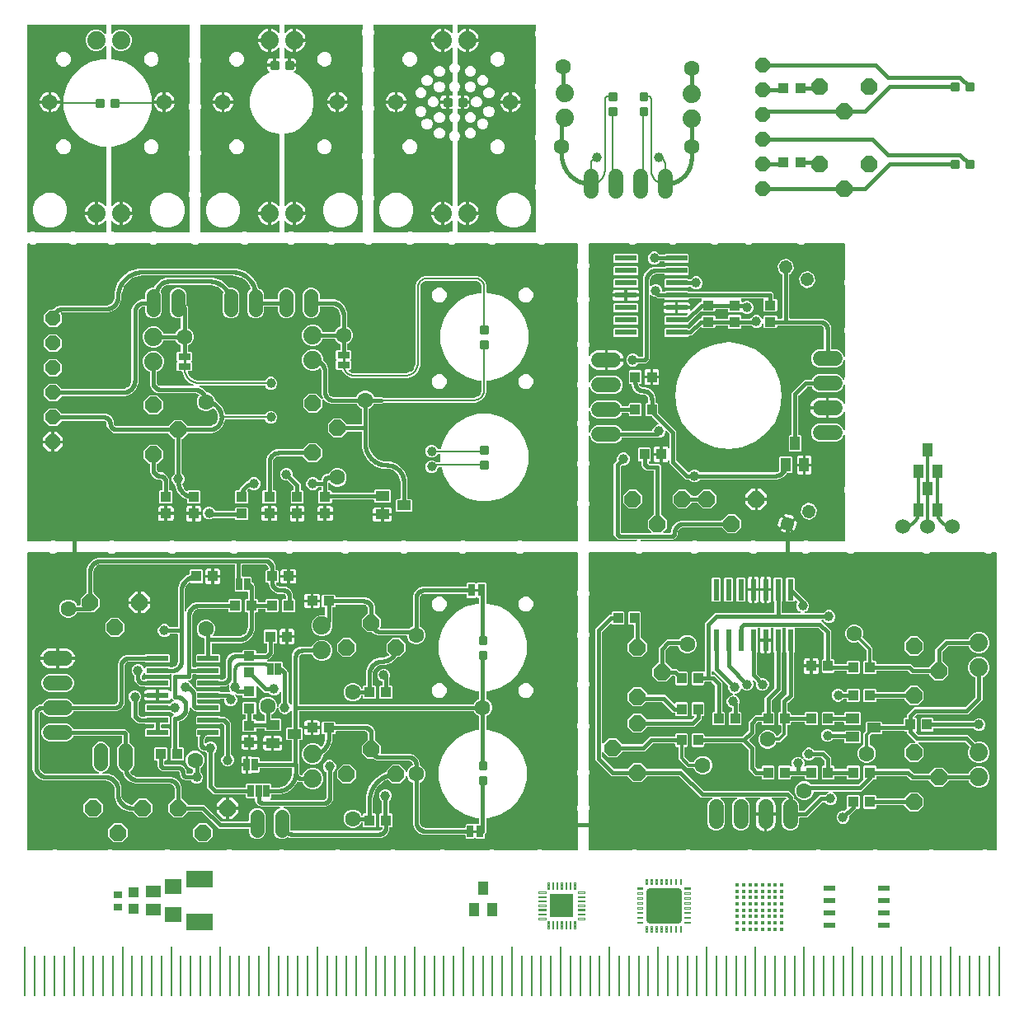
<source format=gbr>
G04 EAGLE Gerber RS-274X export*
G75*
%MOMM*%
%FSLAX34Y34*%
%LPD*%
%INTop Copper*%
%IPPOS*%
%AMOC8*
5,1,8,0,0,1.08239X$1,22.5*%
G01*
%ADD10R,1.100000X1.000000*%
%ADD11R,1.000000X1.100000*%
%ADD12R,2.200000X0.600000*%
%ADD13C,1.879600*%
%ADD14R,0.635000X1.270000*%
%ADD15P,1.649562X8X202.500000*%
%ADD16C,1.422400*%
%ADD17R,1.400000X1.000000*%
%ADD18P,1.814519X8X22.500000*%
%ADD19C,0.222250*%
%ADD20P,1.814519X8X202.500000*%
%ADD21P,1.814519X8X292.500000*%
%ADD22C,1.600000*%
%ADD23C,0.254000*%
%ADD24R,1.270000X0.635000*%
%ADD25C,1.524000*%
%ADD26P,1.429621X8X82.500000*%
%ADD27P,1.429621X8X322.500000*%
%ADD28R,1.000000X1.400000*%
%ADD29R,0.600000X2.200000*%
%ADD30P,1.814519X8X112.500000*%
%ADD31C,1.524000*%
%ADD32R,0.900000X0.700000*%
%ADD33R,1.500000X1.300000*%
%ADD34R,1.803000X1.600000*%
%ADD35R,2.700000X1.800000*%
%ADD36C,0.125000*%
%ADD37C,0.720000*%
%ADD38C,0.120000*%
%ADD39R,2.400000X2.400000*%
%ADD40C,0.450000*%
%ADD41R,1.200000X0.600000*%
%ADD42C,0.406400*%
%ADD43C,1.006400*%
%ADD44C,0.203200*%
%ADD45C,4.016000*%
%ADD46C,0.304800*%
%ADD47C,0.152400*%

G36*
X26476Y148474D02*
X26476Y148474D01*
X26542Y148475D01*
X26622Y148498D01*
X26655Y148504D01*
X26672Y148513D01*
X26703Y148522D01*
X28861Y149416D01*
X31464Y149416D01*
X33622Y148522D01*
X33686Y148507D01*
X33746Y148482D01*
X33829Y148473D01*
X33861Y148466D01*
X33881Y148467D01*
X33913Y148464D01*
X83562Y148464D01*
X83626Y148474D01*
X83692Y148475D01*
X83772Y148498D01*
X83805Y148504D01*
X83822Y148513D01*
X83853Y148522D01*
X86011Y149416D01*
X88614Y149416D01*
X90772Y148522D01*
X90836Y148507D01*
X90896Y148482D01*
X90979Y148473D01*
X91011Y148466D01*
X91031Y148467D01*
X91063Y148464D01*
X142299Y148464D01*
X142364Y148474D01*
X142429Y148475D01*
X142510Y148498D01*
X142542Y148504D01*
X142559Y148513D01*
X142591Y148522D01*
X144749Y149416D01*
X147351Y149416D01*
X149509Y148522D01*
X149573Y148507D01*
X149634Y148482D01*
X149717Y148473D01*
X149749Y148466D01*
X149768Y148467D01*
X149801Y148464D01*
X205799Y148464D01*
X205864Y148474D01*
X205929Y148475D01*
X206010Y148498D01*
X206042Y148504D01*
X206059Y148513D01*
X206091Y148522D01*
X208249Y149416D01*
X210851Y149416D01*
X213009Y148522D01*
X213073Y148507D01*
X213134Y148482D01*
X213217Y148473D01*
X213249Y148466D01*
X213268Y148467D01*
X213301Y148464D01*
X259774Y148464D01*
X259839Y148474D01*
X259904Y148475D01*
X259985Y148498D01*
X260017Y148504D01*
X260034Y148513D01*
X260066Y148522D01*
X262224Y149416D01*
X264826Y149416D01*
X266984Y148522D01*
X267048Y148507D01*
X267109Y148482D01*
X267192Y148473D01*
X267224Y148466D01*
X267243Y148467D01*
X267276Y148464D01*
X316924Y148464D01*
X316989Y148474D01*
X317054Y148475D01*
X317135Y148498D01*
X317167Y148504D01*
X317184Y148513D01*
X317216Y148522D01*
X319374Y149416D01*
X321976Y149416D01*
X324134Y148522D01*
X324198Y148507D01*
X324259Y148482D01*
X324342Y148473D01*
X324374Y148466D01*
X324393Y148467D01*
X324426Y148464D01*
X374074Y148464D01*
X374139Y148474D01*
X374204Y148475D01*
X374285Y148498D01*
X374317Y148504D01*
X374334Y148513D01*
X374366Y148522D01*
X376524Y149416D01*
X379126Y149416D01*
X381284Y148522D01*
X381348Y148507D01*
X381409Y148482D01*
X381492Y148473D01*
X381524Y148466D01*
X381543Y148467D01*
X381576Y148464D01*
X424874Y148464D01*
X424939Y148474D01*
X425004Y148475D01*
X425085Y148498D01*
X425117Y148504D01*
X425134Y148513D01*
X425166Y148522D01*
X427324Y149416D01*
X429926Y149416D01*
X432084Y148522D01*
X432148Y148507D01*
X432209Y148482D01*
X432292Y148473D01*
X432324Y148466D01*
X432343Y148467D01*
X432376Y148464D01*
X475674Y148464D01*
X475739Y148474D01*
X475804Y148475D01*
X475885Y148498D01*
X475917Y148504D01*
X475934Y148513D01*
X475966Y148522D01*
X478124Y149416D01*
X480726Y149416D01*
X482884Y148522D01*
X482948Y148507D01*
X483009Y148482D01*
X483092Y148473D01*
X483124Y148466D01*
X483143Y148467D01*
X483176Y148464D01*
X524887Y148464D01*
X524951Y148474D01*
X525017Y148475D01*
X525097Y148498D01*
X525130Y148504D01*
X525147Y148513D01*
X525178Y148522D01*
X527336Y149416D01*
X529939Y149416D01*
X532097Y148522D01*
X532161Y148507D01*
X532222Y148482D01*
X532304Y148473D01*
X532336Y148466D01*
X532356Y148467D01*
X532388Y148464D01*
X566738Y148464D01*
X566757Y148467D01*
X566777Y148465D01*
X566878Y148487D01*
X566980Y148504D01*
X566998Y148513D01*
X567017Y148517D01*
X567106Y148570D01*
X567198Y148619D01*
X567211Y148633D01*
X567228Y148643D01*
X567296Y148722D01*
X567367Y148797D01*
X567375Y148815D01*
X567388Y148830D01*
X567427Y148926D01*
X567471Y149020D01*
X567473Y149040D01*
X567480Y149058D01*
X567499Y149225D01*
X567499Y188337D01*
X567488Y188401D01*
X567488Y188467D01*
X567464Y188547D01*
X567459Y188580D01*
X567450Y188597D01*
X567441Y188628D01*
X566547Y190786D01*
X566547Y193389D01*
X567441Y195547D01*
X567456Y195611D01*
X567480Y195671D01*
X567489Y195754D01*
X567497Y195786D01*
X567495Y195806D01*
X567499Y195838D01*
X567499Y224849D01*
X567488Y224914D01*
X567488Y224980D01*
X567464Y225060D01*
X567459Y225092D01*
X567450Y225109D01*
X567441Y225141D01*
X566547Y227299D01*
X566547Y229901D01*
X567441Y232059D01*
X567456Y232123D01*
X567480Y232184D01*
X567489Y232267D01*
X567497Y232299D01*
X567495Y232318D01*
X567499Y232351D01*
X567499Y272474D01*
X567488Y272539D01*
X567488Y272605D01*
X567464Y272685D01*
X567459Y272717D01*
X567450Y272734D01*
X567441Y272766D01*
X566547Y274924D01*
X566547Y277526D01*
X567441Y279684D01*
X567456Y279748D01*
X567480Y279809D01*
X567489Y279892D01*
X567497Y279924D01*
X567495Y279943D01*
X567499Y279976D01*
X567499Y315337D01*
X567488Y315401D01*
X567488Y315467D01*
X567464Y315547D01*
X567459Y315580D01*
X567450Y315597D01*
X567441Y315628D01*
X566547Y317786D01*
X566547Y320389D01*
X567441Y322547D01*
X567449Y322581D01*
X567451Y322585D01*
X567452Y322593D01*
X567456Y322611D01*
X567480Y322671D01*
X567489Y322754D01*
X567497Y322786D01*
X567495Y322806D01*
X567499Y322838D01*
X567499Y366137D01*
X567488Y366201D01*
X567488Y366267D01*
X567464Y366347D01*
X567459Y366380D01*
X567450Y366397D01*
X567441Y366428D01*
X566547Y368586D01*
X566547Y371189D01*
X567441Y373347D01*
X567456Y373411D01*
X567480Y373471D01*
X567489Y373554D01*
X567497Y373586D01*
X567495Y373606D01*
X567499Y373638D01*
X567499Y408999D01*
X567488Y409064D01*
X567488Y409130D01*
X567464Y409210D01*
X567459Y409242D01*
X567450Y409259D01*
X567441Y409291D01*
X566547Y411449D01*
X566547Y414051D01*
X567441Y416209D01*
X567456Y416273D01*
X567480Y416334D01*
X567489Y416417D01*
X567497Y416449D01*
X567495Y416468D01*
X567499Y416501D01*
X567499Y454025D01*
X567496Y454045D01*
X567498Y454064D01*
X567476Y454166D01*
X567459Y454268D01*
X567450Y454285D01*
X567445Y454305D01*
X567392Y454394D01*
X567344Y454485D01*
X567330Y454499D01*
X567319Y454516D01*
X567241Y454583D01*
X567166Y454655D01*
X567148Y454663D01*
X567132Y454676D01*
X567036Y454715D01*
X566943Y454758D01*
X566923Y454760D01*
X566904Y454768D01*
X566738Y454786D01*
X511751Y454786D01*
X511686Y454776D01*
X511621Y454775D01*
X511540Y454752D01*
X511508Y454747D01*
X511491Y454737D01*
X511459Y454728D01*
X509301Y453834D01*
X506699Y453834D01*
X504541Y454728D01*
X504477Y454743D01*
X504416Y454768D01*
X504333Y454777D01*
X504301Y454784D01*
X504282Y454783D01*
X504249Y454786D01*
X453013Y454786D01*
X452949Y454776D01*
X452883Y454775D01*
X452803Y454752D01*
X452770Y454747D01*
X452753Y454737D01*
X452722Y454728D01*
X450564Y453834D01*
X447961Y453834D01*
X445803Y454728D01*
X445739Y454743D01*
X445678Y454768D01*
X445596Y454777D01*
X445564Y454784D01*
X445544Y454783D01*
X445512Y454786D01*
X392688Y454786D01*
X392624Y454776D01*
X392558Y454775D01*
X392478Y454752D01*
X392445Y454747D01*
X392428Y454737D01*
X392397Y454728D01*
X390239Y453834D01*
X387636Y453834D01*
X385478Y454728D01*
X385414Y454743D01*
X385353Y454768D01*
X385271Y454777D01*
X385239Y454784D01*
X385219Y454783D01*
X385187Y454786D01*
X332363Y454786D01*
X332299Y454776D01*
X332233Y454775D01*
X332153Y454752D01*
X332120Y454747D01*
X332103Y454737D01*
X332072Y454728D01*
X329914Y453834D01*
X327311Y453834D01*
X325153Y454728D01*
X325089Y454743D01*
X325028Y454768D01*
X324946Y454777D01*
X324914Y454784D01*
X324894Y454783D01*
X324862Y454786D01*
X275213Y454786D01*
X275149Y454776D01*
X275083Y454775D01*
X275003Y454752D01*
X274970Y454747D01*
X274953Y454737D01*
X274922Y454728D01*
X272764Y453834D01*
X270161Y453834D01*
X268003Y454728D01*
X267939Y454743D01*
X267878Y454768D01*
X267796Y454777D01*
X267764Y454784D01*
X267744Y454783D01*
X267712Y454786D01*
X218063Y454786D01*
X217999Y454776D01*
X217933Y454775D01*
X217853Y454752D01*
X217820Y454747D01*
X217803Y454737D01*
X217772Y454728D01*
X215614Y453834D01*
X213011Y453834D01*
X210853Y454728D01*
X210789Y454743D01*
X210728Y454768D01*
X210646Y454777D01*
X210614Y454784D01*
X210594Y454783D01*
X210562Y454786D01*
X154563Y454786D01*
X154499Y454776D01*
X154433Y454775D01*
X154353Y454752D01*
X154320Y454747D01*
X154303Y454737D01*
X154272Y454728D01*
X152114Y453834D01*
X149511Y453834D01*
X147353Y454728D01*
X147289Y454743D01*
X147228Y454768D01*
X147146Y454777D01*
X147114Y454784D01*
X147094Y454783D01*
X147062Y454786D01*
X92651Y454786D01*
X92586Y454776D01*
X92520Y454775D01*
X92440Y454752D01*
X92408Y454747D01*
X92391Y454737D01*
X92359Y454728D01*
X90201Y453834D01*
X87599Y453834D01*
X85441Y454728D01*
X85377Y454743D01*
X85316Y454768D01*
X85233Y454777D01*
X85201Y454784D01*
X85182Y454783D01*
X85149Y454786D01*
X32326Y454786D01*
X32261Y454776D01*
X32195Y454775D01*
X32115Y454752D01*
X32083Y454747D01*
X32066Y454737D01*
X32034Y454728D01*
X29876Y453834D01*
X27274Y453834D01*
X25116Y454728D01*
X25052Y454743D01*
X24991Y454768D01*
X24908Y454777D01*
X24876Y454784D01*
X24857Y454783D01*
X24824Y454786D01*
X3302Y454786D01*
X3282Y454783D01*
X3263Y454785D01*
X3161Y454763D01*
X3059Y454747D01*
X3042Y454737D01*
X3022Y454733D01*
X2933Y454680D01*
X2842Y454631D01*
X2828Y454617D01*
X2811Y454607D01*
X2744Y454528D01*
X2672Y454453D01*
X2664Y454435D01*
X2651Y454420D01*
X2612Y454324D01*
X2569Y454230D01*
X2567Y454210D01*
X2559Y454192D01*
X2541Y454025D01*
X2541Y149225D01*
X2544Y149205D01*
X2542Y149186D01*
X2564Y149084D01*
X2580Y148982D01*
X2590Y148965D01*
X2594Y148945D01*
X2647Y148856D01*
X2696Y148765D01*
X2710Y148751D01*
X2720Y148734D01*
X2799Y148667D01*
X2874Y148596D01*
X2892Y148587D01*
X2907Y148574D01*
X3003Y148535D01*
X3097Y148492D01*
X3117Y148490D01*
X3135Y148482D01*
X3302Y148464D01*
X26412Y148464D01*
X26476Y148474D01*
G37*
G36*
X24889Y465974D02*
X24889Y465974D01*
X24955Y465975D01*
X25035Y465998D01*
X25067Y466004D01*
X25084Y466013D01*
X25116Y466022D01*
X27274Y466916D01*
X29876Y466916D01*
X32034Y466022D01*
X32098Y466007D01*
X32159Y465982D01*
X32242Y465973D01*
X32274Y465966D01*
X32293Y465967D01*
X32326Y465964D01*
X85149Y465964D01*
X85214Y465974D01*
X85280Y465975D01*
X85360Y465998D01*
X85392Y466004D01*
X85409Y466013D01*
X85441Y466022D01*
X87599Y466916D01*
X90201Y466916D01*
X92359Y466022D01*
X92423Y466007D01*
X92484Y465982D01*
X92567Y465973D01*
X92599Y465966D01*
X92618Y465967D01*
X92651Y465964D01*
X147062Y465964D01*
X147126Y465974D01*
X147192Y465975D01*
X147272Y465998D01*
X147305Y466004D01*
X147322Y466013D01*
X147353Y466022D01*
X149511Y466916D01*
X152114Y466916D01*
X154272Y466022D01*
X154336Y466007D01*
X154397Y465982D01*
X154479Y465973D01*
X154511Y465966D01*
X154531Y465967D01*
X154563Y465964D01*
X210562Y465964D01*
X210626Y465974D01*
X210692Y465975D01*
X210772Y465998D01*
X210805Y466004D01*
X210822Y466013D01*
X210853Y466022D01*
X213011Y466916D01*
X215614Y466916D01*
X217772Y466022D01*
X217836Y466007D01*
X217897Y465982D01*
X217979Y465973D01*
X218011Y465966D01*
X218031Y465967D01*
X218063Y465964D01*
X267712Y465964D01*
X267776Y465974D01*
X267842Y465975D01*
X267922Y465998D01*
X267955Y466004D01*
X267972Y466013D01*
X268003Y466022D01*
X270161Y466916D01*
X272764Y466916D01*
X274922Y466022D01*
X274986Y466007D01*
X275047Y465982D01*
X275129Y465973D01*
X275161Y465966D01*
X275181Y465967D01*
X275213Y465964D01*
X324862Y465964D01*
X324926Y465974D01*
X324992Y465975D01*
X325072Y465998D01*
X325105Y466004D01*
X325122Y466013D01*
X325153Y466022D01*
X327311Y466916D01*
X329914Y466916D01*
X332072Y466022D01*
X332136Y466007D01*
X332197Y465982D01*
X332279Y465973D01*
X332311Y465966D01*
X332331Y465967D01*
X332363Y465964D01*
X385187Y465964D01*
X385251Y465974D01*
X385317Y465975D01*
X385397Y465998D01*
X385430Y466004D01*
X385447Y466013D01*
X385478Y466022D01*
X387636Y466916D01*
X390239Y466916D01*
X392397Y466022D01*
X392461Y466007D01*
X392522Y465982D01*
X392604Y465973D01*
X392636Y465966D01*
X392656Y465967D01*
X392688Y465964D01*
X445512Y465964D01*
X445576Y465974D01*
X445642Y465975D01*
X445722Y465998D01*
X445755Y466004D01*
X445772Y466013D01*
X445803Y466022D01*
X447961Y466916D01*
X450564Y466916D01*
X452722Y466022D01*
X452786Y466007D01*
X452847Y465982D01*
X452929Y465973D01*
X452961Y465966D01*
X452981Y465967D01*
X453013Y465964D01*
X504249Y465964D01*
X504314Y465974D01*
X504379Y465975D01*
X504460Y465998D01*
X504492Y466004D01*
X504509Y466013D01*
X504541Y466022D01*
X506699Y466916D01*
X509301Y466916D01*
X511459Y466022D01*
X511523Y466007D01*
X511584Y465982D01*
X511667Y465973D01*
X511699Y465966D01*
X511718Y465967D01*
X511751Y465964D01*
X566738Y465964D01*
X566757Y465967D01*
X566777Y465965D01*
X566878Y465987D01*
X566980Y466004D01*
X566998Y466013D01*
X567017Y466017D01*
X567106Y466070D01*
X567198Y466119D01*
X567211Y466133D01*
X567228Y466143D01*
X567296Y466222D01*
X567367Y466297D01*
X567375Y466315D01*
X567388Y466330D01*
X567427Y466426D01*
X567471Y466520D01*
X567473Y466540D01*
X567480Y466558D01*
X567499Y466725D01*
X567499Y501074D01*
X567488Y501139D01*
X567488Y501205D01*
X567464Y501285D01*
X567459Y501317D01*
X567450Y501334D01*
X567441Y501366D01*
X566547Y503524D01*
X566547Y506126D01*
X567441Y508284D01*
X567456Y508348D01*
X567480Y508409D01*
X567489Y508492D01*
X567497Y508524D01*
X567495Y508543D01*
X567499Y508576D01*
X567499Y542349D01*
X567488Y542414D01*
X567488Y542480D01*
X567464Y542560D01*
X567459Y542592D01*
X567450Y542609D01*
X567441Y542641D01*
X566547Y544799D01*
X566547Y547401D01*
X567441Y549559D01*
X567456Y549623D01*
X567480Y549684D01*
X567489Y549767D01*
X567497Y549799D01*
X567495Y549818D01*
X567499Y549851D01*
X567499Y583624D01*
X567488Y583689D01*
X567488Y583755D01*
X567464Y583835D01*
X567459Y583867D01*
X567450Y583884D01*
X567441Y583916D01*
X566547Y586074D01*
X566547Y588676D01*
X567441Y590834D01*
X567456Y590898D01*
X567480Y590959D01*
X567489Y591042D01*
X567497Y591074D01*
X567495Y591093D01*
X567499Y591126D01*
X567499Y623312D01*
X567488Y623376D01*
X567488Y623442D01*
X567464Y623522D01*
X567459Y623555D01*
X567450Y623572D01*
X567441Y623603D01*
X566547Y625761D01*
X566547Y628364D01*
X567441Y630522D01*
X567456Y630586D01*
X567480Y630646D01*
X567489Y630729D01*
X567497Y630761D01*
X567495Y630781D01*
X567499Y630813D01*
X567499Y664587D01*
X567488Y664651D01*
X567488Y664717D01*
X567464Y664797D01*
X567459Y664830D01*
X567450Y664847D01*
X567441Y664878D01*
X566547Y667036D01*
X566547Y669639D01*
X567441Y671797D01*
X567456Y671861D01*
X567480Y671921D01*
X567489Y672004D01*
X567497Y672036D01*
X567495Y672056D01*
X567499Y672088D01*
X567499Y710624D01*
X567488Y710689D01*
X567488Y710755D01*
X567464Y710835D01*
X567459Y710867D01*
X567450Y710884D01*
X567441Y710916D01*
X566547Y713074D01*
X566547Y715676D01*
X567441Y717834D01*
X567456Y717898D01*
X567480Y717959D01*
X567489Y718042D01*
X567497Y718074D01*
X567495Y718093D01*
X567499Y718126D01*
X567499Y745549D01*
X567488Y745614D01*
X567488Y745680D01*
X567464Y745760D01*
X567459Y745792D01*
X567450Y745809D01*
X567441Y745841D01*
X566547Y747999D01*
X566547Y750601D01*
X567441Y752759D01*
X567456Y752823D01*
X567480Y752884D01*
X567489Y752967D01*
X567497Y752999D01*
X567495Y753018D01*
X567499Y753051D01*
X567499Y771525D01*
X567496Y771545D01*
X567498Y771564D01*
X567476Y771666D01*
X567459Y771768D01*
X567450Y771785D01*
X567445Y771805D01*
X567392Y771894D01*
X567344Y771985D01*
X567330Y771999D01*
X567319Y772016D01*
X567241Y772083D01*
X567166Y772155D01*
X567148Y772163D01*
X567132Y772176D01*
X567036Y772215D01*
X566943Y772258D01*
X566923Y772260D01*
X566904Y772268D01*
X566738Y772286D01*
X533976Y772286D01*
X533911Y772276D01*
X533845Y772275D01*
X533765Y772252D01*
X533733Y772247D01*
X533716Y772237D01*
X533684Y772228D01*
X531526Y771334D01*
X528924Y771334D01*
X526766Y772228D01*
X526702Y772243D01*
X526641Y772268D01*
X526558Y772277D01*
X526526Y772284D01*
X526507Y772283D01*
X526474Y772286D01*
X483176Y772286D01*
X483111Y772276D01*
X483046Y772275D01*
X482965Y772252D01*
X482933Y772247D01*
X482916Y772237D01*
X482884Y772228D01*
X480726Y771334D01*
X478124Y771334D01*
X475966Y772228D01*
X475902Y772243D01*
X475841Y772268D01*
X475758Y772277D01*
X475726Y772284D01*
X475707Y772283D01*
X475674Y772286D01*
X441901Y772286D01*
X441836Y772276D01*
X441771Y772275D01*
X441690Y772252D01*
X441658Y772247D01*
X441641Y772237D01*
X441609Y772228D01*
X439451Y771334D01*
X436849Y771334D01*
X434691Y772228D01*
X434627Y772243D01*
X434566Y772268D01*
X434483Y772277D01*
X434451Y772284D01*
X434432Y772283D01*
X434399Y772286D01*
X399038Y772286D01*
X398974Y772276D01*
X398908Y772275D01*
X398828Y772252D01*
X398795Y772247D01*
X398778Y772237D01*
X398747Y772228D01*
X396589Y771334D01*
X393986Y771334D01*
X391828Y772228D01*
X391764Y772243D01*
X391703Y772268D01*
X391621Y772277D01*
X391589Y772284D01*
X391569Y772283D01*
X391537Y772286D01*
X356176Y772286D01*
X356111Y772276D01*
X356046Y772275D01*
X355965Y772252D01*
X355933Y772247D01*
X355916Y772237D01*
X355884Y772228D01*
X353726Y771334D01*
X351124Y771334D01*
X348966Y772228D01*
X348902Y772243D01*
X348841Y772268D01*
X348758Y772277D01*
X348726Y772284D01*
X348707Y772283D01*
X348674Y772286D01*
X318076Y772286D01*
X318011Y772276D01*
X317946Y772275D01*
X317865Y772252D01*
X317833Y772247D01*
X317816Y772237D01*
X317784Y772228D01*
X315626Y771334D01*
X313024Y771334D01*
X310866Y772228D01*
X310802Y772243D01*
X310741Y772268D01*
X310658Y772277D01*
X310626Y772284D01*
X310607Y772283D01*
X310574Y772286D01*
X276801Y772286D01*
X276736Y772276D01*
X276671Y772275D01*
X276590Y772252D01*
X276558Y772247D01*
X276541Y772237D01*
X276509Y772228D01*
X274351Y771334D01*
X271749Y771334D01*
X269591Y772228D01*
X269527Y772243D01*
X269466Y772268D01*
X269383Y772277D01*
X269351Y772284D01*
X269332Y772283D01*
X269299Y772286D01*
X229176Y772286D01*
X229111Y772276D01*
X229045Y772275D01*
X228965Y772252D01*
X228933Y772247D01*
X228916Y772237D01*
X228884Y772228D01*
X226726Y771334D01*
X224124Y771334D01*
X221966Y772228D01*
X221902Y772243D01*
X221841Y772268D01*
X221758Y772277D01*
X221726Y772284D01*
X221707Y772283D01*
X221674Y772286D01*
X178376Y772286D01*
X178311Y772276D01*
X178245Y772275D01*
X178165Y772252D01*
X178133Y772247D01*
X178116Y772237D01*
X178084Y772228D01*
X175926Y771334D01*
X173324Y771334D01*
X171166Y772228D01*
X171102Y772243D01*
X171041Y772268D01*
X170958Y772277D01*
X170926Y772284D01*
X170907Y772283D01*
X170874Y772286D01*
X135513Y772286D01*
X135449Y772276D01*
X135383Y772275D01*
X135303Y772252D01*
X135270Y772247D01*
X135253Y772237D01*
X135222Y772228D01*
X133064Y771334D01*
X130461Y771334D01*
X128303Y772228D01*
X128239Y772243D01*
X128179Y772268D01*
X128096Y772277D01*
X128064Y772284D01*
X128044Y772283D01*
X128012Y772286D01*
X92651Y772286D01*
X92586Y772276D01*
X92520Y772275D01*
X92440Y772252D01*
X92408Y772247D01*
X92391Y772237D01*
X92359Y772228D01*
X90201Y771334D01*
X87599Y771334D01*
X85441Y772228D01*
X85377Y772243D01*
X85316Y772268D01*
X85233Y772277D01*
X85201Y772284D01*
X85182Y772283D01*
X85149Y772286D01*
X52963Y772286D01*
X52899Y772276D01*
X52833Y772275D01*
X52753Y772252D01*
X52720Y772247D01*
X52703Y772237D01*
X52672Y772228D01*
X50514Y771334D01*
X47911Y771334D01*
X45753Y772228D01*
X45689Y772243D01*
X45629Y772268D01*
X45546Y772277D01*
X45514Y772284D01*
X45494Y772283D01*
X45462Y772286D01*
X11688Y772286D01*
X11624Y772276D01*
X11558Y772275D01*
X11478Y772252D01*
X11445Y772247D01*
X11428Y772237D01*
X11397Y772228D01*
X9239Y771334D01*
X6636Y771334D01*
X4478Y772228D01*
X4414Y772243D01*
X4354Y772268D01*
X4271Y772277D01*
X4239Y772284D01*
X4219Y772283D01*
X4187Y772286D01*
X3302Y772286D01*
X3282Y772283D01*
X3263Y772285D01*
X3161Y772263D01*
X3059Y772247D01*
X3042Y772237D01*
X3022Y772233D01*
X2933Y772180D01*
X2842Y772131D01*
X2828Y772117D01*
X2811Y772107D01*
X2744Y772028D01*
X2672Y771953D01*
X2664Y771935D01*
X2651Y771920D01*
X2612Y771824D01*
X2569Y771730D01*
X2567Y771710D01*
X2559Y771692D01*
X2541Y771525D01*
X2541Y466725D01*
X2544Y466705D01*
X2542Y466686D01*
X2564Y466584D01*
X2580Y466482D01*
X2590Y466465D01*
X2594Y466445D01*
X2647Y466356D01*
X2696Y466265D01*
X2710Y466251D01*
X2720Y466234D01*
X2799Y466167D01*
X2874Y466096D01*
X2892Y466087D01*
X2907Y466074D01*
X3003Y466035D01*
X3097Y465992D01*
X3117Y465990D01*
X3135Y465982D01*
X3302Y465964D01*
X24824Y465964D01*
X24889Y465974D01*
G37*
G36*
X621789Y148474D02*
X621789Y148474D01*
X621855Y148475D01*
X621935Y148498D01*
X621967Y148504D01*
X621984Y148513D01*
X622016Y148522D01*
X624174Y149416D01*
X626776Y149416D01*
X628934Y148522D01*
X628998Y148507D01*
X629059Y148482D01*
X629142Y148473D01*
X629174Y148466D01*
X629193Y148467D01*
X629226Y148464D01*
X677287Y148464D01*
X677351Y148474D01*
X677417Y148475D01*
X677497Y148498D01*
X677530Y148504D01*
X677547Y148513D01*
X677578Y148522D01*
X679736Y149416D01*
X682339Y149416D01*
X684497Y148522D01*
X684561Y148507D01*
X684621Y148482D01*
X684704Y148473D01*
X684736Y148466D01*
X684756Y148467D01*
X684788Y148464D01*
X740787Y148464D01*
X740851Y148474D01*
X740917Y148475D01*
X740997Y148498D01*
X741030Y148504D01*
X741047Y148513D01*
X741078Y148522D01*
X743236Y149416D01*
X745839Y149416D01*
X747997Y148522D01*
X748061Y148507D01*
X748121Y148482D01*
X748204Y148473D01*
X748236Y148466D01*
X748256Y148467D01*
X748288Y148464D01*
X810637Y148464D01*
X810701Y148474D01*
X810767Y148475D01*
X810847Y148498D01*
X810880Y148504D01*
X810897Y148513D01*
X810928Y148522D01*
X813086Y149416D01*
X815689Y149416D01*
X817847Y148522D01*
X817911Y148507D01*
X817971Y148482D01*
X818054Y148473D01*
X818086Y148466D01*
X818106Y148467D01*
X818138Y148464D01*
X869374Y148464D01*
X869439Y148474D01*
X869505Y148475D01*
X869585Y148498D01*
X869617Y148504D01*
X869634Y148513D01*
X869666Y148522D01*
X871824Y149416D01*
X874426Y149416D01*
X876584Y148522D01*
X876648Y148507D01*
X876709Y148482D01*
X876792Y148473D01*
X876824Y148466D01*
X876843Y148467D01*
X876876Y148464D01*
X926524Y148464D01*
X926589Y148474D01*
X926655Y148475D01*
X926735Y148498D01*
X926767Y148504D01*
X926784Y148513D01*
X926816Y148522D01*
X928974Y149416D01*
X931576Y149416D01*
X933734Y148522D01*
X933798Y148507D01*
X933859Y148482D01*
X933942Y148473D01*
X933974Y148466D01*
X933993Y148467D01*
X934026Y148464D01*
X982087Y148464D01*
X982151Y148474D01*
X982217Y148475D01*
X982297Y148498D01*
X982330Y148504D01*
X982347Y148513D01*
X982378Y148522D01*
X984536Y149416D01*
X987139Y149416D01*
X989297Y148522D01*
X989361Y148507D01*
X989421Y148482D01*
X989504Y148473D01*
X989536Y148466D01*
X989556Y148467D01*
X989588Y148464D01*
X996698Y148464D01*
X996718Y148467D01*
X996737Y148465D01*
X996839Y148487D01*
X996941Y148504D01*
X996958Y148513D01*
X996978Y148517D01*
X997067Y148570D01*
X997158Y148619D01*
X997172Y148633D01*
X997189Y148643D01*
X997256Y148722D01*
X997328Y148797D01*
X997336Y148815D01*
X997349Y148830D01*
X997388Y148926D01*
X997431Y149020D01*
X997433Y149040D01*
X997441Y149058D01*
X997459Y149225D01*
X997459Y454025D01*
X997456Y454045D01*
X997458Y454064D01*
X997436Y454166D01*
X997420Y454268D01*
X997410Y454285D01*
X997406Y454305D01*
X997353Y454394D01*
X997304Y454485D01*
X997290Y454499D01*
X997280Y454516D01*
X997201Y454583D01*
X997126Y454655D01*
X997108Y454663D01*
X997093Y454676D01*
X996997Y454715D01*
X996903Y454758D01*
X996883Y454760D01*
X996865Y454768D01*
X996698Y454786D01*
X992763Y454786D01*
X992699Y454776D01*
X992633Y454775D01*
X992553Y454752D01*
X992520Y454747D01*
X992503Y454737D01*
X992472Y454728D01*
X990314Y453834D01*
X987711Y453834D01*
X985553Y454728D01*
X985489Y454743D01*
X985429Y454768D01*
X985346Y454777D01*
X985314Y454784D01*
X985294Y454783D01*
X985262Y454786D01*
X929263Y454786D01*
X929199Y454776D01*
X929133Y454775D01*
X929053Y454752D01*
X929020Y454747D01*
X929003Y454737D01*
X928972Y454728D01*
X926814Y453834D01*
X924211Y453834D01*
X922053Y454728D01*
X921989Y454743D01*
X921929Y454768D01*
X921846Y454777D01*
X921814Y454784D01*
X921794Y454783D01*
X921762Y454786D01*
X851476Y454786D01*
X851411Y454776D01*
X851346Y454775D01*
X851265Y454752D01*
X851233Y454747D01*
X851216Y454737D01*
X851184Y454728D01*
X849026Y453834D01*
X846424Y453834D01*
X844266Y454728D01*
X844202Y454743D01*
X844141Y454768D01*
X844058Y454777D01*
X844026Y454784D01*
X844007Y454783D01*
X843974Y454786D01*
X805438Y454786D01*
X805374Y454776D01*
X805308Y454775D01*
X805228Y454752D01*
X805195Y454747D01*
X805178Y454737D01*
X805147Y454728D01*
X802989Y453834D01*
X800386Y453834D01*
X798228Y454728D01*
X798164Y454743D01*
X798103Y454768D01*
X798021Y454777D01*
X797989Y454784D01*
X797969Y454783D01*
X797937Y454786D01*
X751463Y454786D01*
X751399Y454776D01*
X751333Y454775D01*
X751253Y454752D01*
X751220Y454747D01*
X751203Y454737D01*
X751172Y454728D01*
X749014Y453834D01*
X746411Y453834D01*
X744253Y454728D01*
X744189Y454743D01*
X744128Y454768D01*
X744046Y454777D01*
X744014Y454784D01*
X743994Y454783D01*
X743962Y454786D01*
X691138Y454786D01*
X691074Y454776D01*
X691008Y454775D01*
X690928Y454752D01*
X690895Y454747D01*
X690878Y454737D01*
X690847Y454728D01*
X688689Y453834D01*
X686086Y453834D01*
X683928Y454728D01*
X683864Y454743D01*
X683803Y454768D01*
X683721Y454777D01*
X683689Y454784D01*
X683669Y454783D01*
X683637Y454786D01*
X633988Y454786D01*
X633924Y454776D01*
X633858Y454775D01*
X633778Y454752D01*
X633745Y454747D01*
X633728Y454737D01*
X633697Y454728D01*
X631539Y453834D01*
X628936Y453834D01*
X626778Y454728D01*
X626714Y454743D01*
X626653Y454768D01*
X626571Y454777D01*
X626539Y454784D01*
X626519Y454783D01*
X626487Y454786D01*
X579438Y454786D01*
X579418Y454783D01*
X579398Y454785D01*
X579297Y454763D01*
X579195Y454747D01*
X579177Y454737D01*
X579158Y454733D01*
X579069Y454680D01*
X578977Y454631D01*
X578964Y454617D01*
X578947Y454607D01*
X578879Y454528D01*
X578808Y454453D01*
X578800Y454435D01*
X578787Y454420D01*
X578748Y454324D01*
X578704Y454230D01*
X578702Y454210D01*
X578695Y454192D01*
X578676Y454025D01*
X578676Y416501D01*
X578687Y416436D01*
X578687Y416370D01*
X578711Y416290D01*
X578716Y416258D01*
X578725Y416241D01*
X578734Y416209D01*
X579628Y414051D01*
X579628Y411449D01*
X578734Y409291D01*
X578719Y409227D01*
X578695Y409166D01*
X578686Y409083D01*
X578678Y409051D01*
X578680Y409032D01*
X578676Y408999D01*
X578676Y373638D01*
X578687Y373574D01*
X578687Y373508D01*
X578711Y373428D01*
X578716Y373395D01*
X578725Y373378D01*
X578734Y373347D01*
X579628Y371189D01*
X579628Y368586D01*
X578734Y366428D01*
X578726Y366393D01*
X578723Y366386D01*
X578721Y366373D01*
X578719Y366364D01*
X578695Y366304D01*
X578686Y366221D01*
X578678Y366189D01*
X578680Y366169D01*
X578676Y366137D01*
X578676Y322838D01*
X578687Y322774D01*
X578687Y322708D01*
X578711Y322628D01*
X578716Y322595D01*
X578725Y322578D01*
X578734Y322547D01*
X579628Y320389D01*
X579628Y317786D01*
X578734Y315628D01*
X578719Y315564D01*
X578695Y315504D01*
X578686Y315421D01*
X578678Y315389D01*
X578680Y315369D01*
X578676Y315337D01*
X578676Y279976D01*
X578687Y279911D01*
X578687Y279845D01*
X578711Y279765D01*
X578716Y279733D01*
X578725Y279716D01*
X578734Y279684D01*
X579628Y277526D01*
X579628Y274924D01*
X578734Y272766D01*
X578719Y272702D01*
X578695Y272641D01*
X578686Y272558D01*
X578678Y272526D01*
X578680Y272507D01*
X578676Y272474D01*
X578676Y232351D01*
X578687Y232286D01*
X578687Y232220D01*
X578711Y232140D01*
X578716Y232108D01*
X578725Y232091D01*
X578734Y232059D01*
X579628Y229901D01*
X579628Y227299D01*
X578734Y225141D01*
X578719Y225077D01*
X578695Y225016D01*
X578686Y224933D01*
X578678Y224901D01*
X578680Y224882D01*
X578676Y224849D01*
X578676Y195838D01*
X578687Y195774D01*
X578687Y195708D01*
X578711Y195628D01*
X578716Y195595D01*
X578725Y195578D01*
X578734Y195547D01*
X579628Y193389D01*
X579628Y190786D01*
X578734Y188628D01*
X578719Y188564D01*
X578695Y188504D01*
X578686Y188421D01*
X578678Y188389D01*
X578680Y188369D01*
X578676Y188337D01*
X578676Y149225D01*
X578679Y149205D01*
X578677Y149186D01*
X578699Y149084D01*
X578716Y148982D01*
X578725Y148965D01*
X578730Y148945D01*
X578783Y148856D01*
X578831Y148765D01*
X578846Y148751D01*
X578856Y148734D01*
X578934Y148667D01*
X579009Y148596D01*
X579027Y148587D01*
X579043Y148574D01*
X579139Y148535D01*
X579233Y148492D01*
X579252Y148490D01*
X579271Y148482D01*
X579438Y148464D01*
X621724Y148464D01*
X621789Y148474D01*
G37*
G36*
X626551Y465974D02*
X626551Y465974D01*
X626617Y465975D01*
X626697Y465998D01*
X626730Y466004D01*
X626747Y466013D01*
X626778Y466022D01*
X627851Y466466D01*
X627934Y466518D01*
X628020Y466563D01*
X628038Y466582D01*
X628060Y466596D01*
X628122Y466671D01*
X628189Y466741D01*
X628200Y466765D01*
X628217Y466785D01*
X628252Y466876D01*
X628293Y466965D01*
X628296Y466990D01*
X628305Y467015D01*
X628309Y467112D01*
X628320Y467209D01*
X628315Y467234D01*
X628316Y467261D01*
X628289Y467354D01*
X628268Y467449D01*
X628254Y467472D01*
X628247Y467497D01*
X628192Y467577D01*
X628142Y467660D01*
X628122Y467677D01*
X628107Y467699D01*
X628029Y467757D01*
X627955Y467820D01*
X627931Y467830D01*
X627910Y467846D01*
X627817Y467876D01*
X627727Y467912D01*
X627694Y467916D01*
X627676Y467922D01*
X627643Y467922D01*
X627560Y467931D01*
X609384Y467931D01*
X606260Y469735D01*
X604456Y472859D01*
X604456Y545986D01*
X607583Y549113D01*
X607636Y549187D01*
X607695Y549256D01*
X607707Y549286D01*
X607726Y549312D01*
X607753Y549400D01*
X607787Y549484D01*
X607792Y549525D01*
X607799Y549548D01*
X607798Y549580D01*
X607806Y549651D01*
X607806Y552167D01*
X608804Y554577D01*
X610648Y556421D01*
X613058Y557419D01*
X615667Y557419D01*
X618077Y556421D01*
X619921Y554577D01*
X620919Y552167D01*
X620919Y549558D01*
X619921Y547148D01*
X618077Y545304D01*
X615667Y544306D01*
X613151Y544306D01*
X613061Y544291D01*
X612970Y544284D01*
X612940Y544271D01*
X612908Y544266D01*
X612828Y544223D01*
X612744Y544188D01*
X612712Y544162D01*
X612691Y544151D01*
X612669Y544128D01*
X612613Y544083D01*
X611792Y543262D01*
X611739Y543188D01*
X611680Y543119D01*
X611668Y543089D01*
X611649Y543062D01*
X611622Y542975D01*
X611588Y542891D01*
X611583Y542850D01*
X611576Y542827D01*
X611577Y542795D01*
X611569Y542724D01*
X611569Y475805D01*
X611572Y475786D01*
X611570Y475766D01*
X611592Y475665D01*
X611609Y475563D01*
X611618Y475545D01*
X611623Y475526D01*
X611676Y475437D01*
X611724Y475345D01*
X611738Y475332D01*
X611749Y475315D01*
X611827Y475247D01*
X611902Y475176D01*
X611920Y475168D01*
X611936Y475155D01*
X612032Y475116D01*
X612125Y475072D01*
X612145Y475070D01*
X612164Y475063D01*
X612330Y475044D01*
X642583Y475044D01*
X642653Y475056D01*
X642725Y475058D01*
X642774Y475076D01*
X642825Y475084D01*
X642889Y475118D01*
X642956Y475142D01*
X642997Y475175D01*
X643043Y475199D01*
X643092Y475251D01*
X643148Y475296D01*
X643176Y475340D01*
X643212Y475377D01*
X643242Y475442D01*
X643281Y475503D01*
X643294Y475553D01*
X643316Y475600D01*
X643324Y475672D01*
X643341Y475741D01*
X643337Y475793D01*
X643343Y475845D01*
X643328Y475915D01*
X643322Y475986D01*
X643302Y476034D01*
X643291Y476085D01*
X643254Y476147D01*
X643226Y476213D01*
X643181Y476269D01*
X643165Y476296D01*
X643147Y476312D01*
X643121Y476344D01*
X639381Y480084D01*
X639381Y488291D01*
X645234Y494144D01*
X645249Y494148D01*
X645338Y494201D01*
X645430Y494249D01*
X645443Y494263D01*
X645460Y494274D01*
X645528Y494352D01*
X645599Y494427D01*
X645607Y494445D01*
X645620Y494461D01*
X645659Y494557D01*
X645703Y494650D01*
X645705Y494670D01*
X645712Y494689D01*
X645731Y494855D01*
X645731Y538045D01*
X645728Y538064D01*
X645730Y538084D01*
X645708Y538185D01*
X645691Y538287D01*
X645682Y538305D01*
X645677Y538324D01*
X645624Y538413D01*
X645576Y538505D01*
X645562Y538518D01*
X645551Y538535D01*
X645473Y538603D01*
X645398Y538674D01*
X645380Y538682D01*
X645364Y538695D01*
X645268Y538734D01*
X645175Y538778D01*
X645155Y538780D01*
X645136Y538787D01*
X644970Y538806D01*
X638370Y538806D01*
X634985Y540760D01*
X633031Y544146D01*
X633031Y547839D01*
X633028Y547859D01*
X633030Y547878D01*
X633008Y547980D01*
X632991Y548082D01*
X632982Y548099D01*
X632977Y548119D01*
X632924Y548208D01*
X632876Y548299D01*
X632862Y548313D01*
X632851Y548330D01*
X632773Y548397D01*
X632698Y548469D01*
X632680Y548477D01*
X632664Y548490D01*
X632568Y548529D01*
X632475Y548572D01*
X632455Y548574D01*
X632436Y548582D01*
X632270Y548600D01*
X630393Y548600D01*
X629500Y549493D01*
X629500Y561757D01*
X630393Y562650D01*
X641657Y562650D01*
X642550Y561757D01*
X642550Y549493D01*
X641657Y548600D01*
X640905Y548600D01*
X640886Y548597D01*
X640866Y548599D01*
X640765Y548577D01*
X640663Y548561D01*
X640645Y548551D01*
X640626Y548547D01*
X640537Y548494D01*
X640445Y548445D01*
X640432Y548431D01*
X640415Y548421D01*
X640347Y548342D01*
X640276Y548267D01*
X640268Y548249D01*
X640255Y548234D01*
X640216Y548138D01*
X640172Y548044D01*
X640170Y548024D01*
X640163Y548006D01*
X640144Y547839D01*
X640144Y546680D01*
X640147Y546661D01*
X640145Y546641D01*
X640167Y546540D01*
X640184Y546438D01*
X640193Y546420D01*
X640198Y546401D01*
X640251Y546312D01*
X640299Y546220D01*
X640313Y546207D01*
X640324Y546190D01*
X640402Y546122D01*
X640477Y546051D01*
X640495Y546043D01*
X640511Y546030D01*
X640607Y545991D01*
X640700Y545947D01*
X640720Y545945D01*
X640739Y545938D01*
X640905Y545919D01*
X650761Y545919D01*
X652844Y543836D01*
X652844Y494855D01*
X652847Y494836D01*
X652845Y494816D01*
X652867Y494715D01*
X652884Y494613D01*
X652893Y494595D01*
X652898Y494576D01*
X652951Y494487D01*
X652999Y494395D01*
X653013Y494382D01*
X653024Y494365D01*
X653102Y494297D01*
X653177Y494226D01*
X653195Y494218D01*
X653211Y494205D01*
X653307Y494166D01*
X653330Y494155D01*
X659194Y488291D01*
X659194Y480084D01*
X655454Y476344D01*
X655412Y476286D01*
X655363Y476234D01*
X655341Y476186D01*
X655310Y476144D01*
X655289Y476076D01*
X655259Y476010D01*
X655253Y475959D01*
X655238Y475909D01*
X655240Y475837D01*
X655232Y475766D01*
X655243Y475715D01*
X655244Y475663D01*
X655269Y475596D01*
X655284Y475526D01*
X655311Y475481D01*
X655329Y475432D01*
X655374Y475376D01*
X655410Y475315D01*
X655450Y475281D01*
X655483Y475240D01*
X655543Y475201D01*
X655597Y475155D01*
X655646Y475135D01*
X655690Y475107D01*
X655759Y475090D01*
X655826Y475063D01*
X655897Y475055D01*
X655928Y475047D01*
X655951Y475049D01*
X655992Y475044D01*
X662432Y475044D01*
X662452Y475047D01*
X662471Y475045D01*
X662573Y475067D01*
X662675Y475084D01*
X662692Y475093D01*
X662712Y475098D01*
X662801Y475151D01*
X662892Y475199D01*
X662906Y475213D01*
X662923Y475224D01*
X662990Y475302D01*
X663062Y475377D01*
X663070Y475395D01*
X663083Y475411D01*
X663122Y475507D01*
X663165Y475600D01*
X663167Y475620D01*
X663175Y475639D01*
X663193Y475805D01*
X663193Y477265D01*
X665185Y482073D01*
X668865Y485753D01*
X673673Y487744D01*
X714820Y487744D01*
X714839Y487747D01*
X714859Y487745D01*
X714960Y487767D01*
X715062Y487784D01*
X715080Y487793D01*
X715099Y487798D01*
X715188Y487851D01*
X715280Y487899D01*
X715293Y487913D01*
X715310Y487924D01*
X715378Y488002D01*
X715449Y488077D01*
X715457Y488095D01*
X715470Y488111D01*
X715509Y488207D01*
X715520Y488230D01*
X721384Y494094D01*
X729591Y494094D01*
X735394Y488291D01*
X735394Y480084D01*
X729591Y474281D01*
X721384Y474281D01*
X715531Y480134D01*
X715527Y480149D01*
X715474Y480238D01*
X715426Y480330D01*
X715412Y480343D01*
X715401Y480360D01*
X715323Y480428D01*
X715248Y480499D01*
X715230Y480507D01*
X715214Y480520D01*
X715118Y480559D01*
X715025Y480603D01*
X715005Y480605D01*
X714986Y480612D01*
X714820Y480631D01*
X676275Y480631D01*
X676249Y480627D01*
X676200Y480627D01*
X675185Y480527D01*
X675157Y480520D01*
X675129Y480519D01*
X674968Y480473D01*
X673091Y479695D01*
X673035Y479661D01*
X672975Y479635D01*
X672910Y479583D01*
X672882Y479566D01*
X672869Y479551D01*
X672844Y479530D01*
X671407Y478094D01*
X671369Y478041D01*
X671323Y477994D01*
X671283Y477921D01*
X671264Y477894D01*
X671258Y477875D01*
X671242Y477847D01*
X670465Y475970D01*
X670458Y475942D01*
X670445Y475917D01*
X670410Y475753D01*
X670310Y474737D01*
X670312Y474711D01*
X670307Y474663D01*
X670307Y472859D01*
X668503Y469735D01*
X665379Y467931D01*
X632915Y467931D01*
X632819Y467915D01*
X632722Y467906D01*
X632698Y467895D01*
X632672Y467891D01*
X632586Y467846D01*
X632497Y467806D01*
X632478Y467788D01*
X632455Y467776D01*
X632388Y467705D01*
X632316Y467639D01*
X632304Y467617D01*
X632286Y467598D01*
X632244Y467509D01*
X632198Y467424D01*
X632193Y467398D01*
X632182Y467375D01*
X632171Y467278D01*
X632154Y467182D01*
X632158Y467156D01*
X632155Y467130D01*
X632175Y467035D01*
X632190Y466939D01*
X632202Y466915D01*
X632207Y466890D01*
X632257Y466806D01*
X632301Y466719D01*
X632320Y466701D01*
X632333Y466679D01*
X632407Y466615D01*
X632477Y466547D01*
X632505Y466531D01*
X632520Y466519D01*
X632551Y466506D01*
X632624Y466466D01*
X633697Y466022D01*
X633761Y466007D01*
X633822Y465982D01*
X633904Y465973D01*
X633936Y465966D01*
X633956Y465967D01*
X633988Y465964D01*
X683637Y465964D01*
X683701Y465974D01*
X683767Y465975D01*
X683847Y465998D01*
X683880Y466004D01*
X683897Y466013D01*
X683928Y466022D01*
X686086Y466916D01*
X688689Y466916D01*
X690847Y466022D01*
X690911Y466007D01*
X690972Y465982D01*
X691054Y465973D01*
X691086Y465966D01*
X691106Y465967D01*
X691138Y465964D01*
X743962Y465964D01*
X744026Y465974D01*
X744092Y465975D01*
X744172Y465998D01*
X744205Y466004D01*
X744222Y466013D01*
X744253Y466022D01*
X746411Y466916D01*
X749014Y466916D01*
X751172Y466022D01*
X751236Y466007D01*
X751297Y465982D01*
X751379Y465973D01*
X751411Y465966D01*
X751431Y465967D01*
X751463Y465964D01*
X797937Y465964D01*
X798001Y465974D01*
X798067Y465975D01*
X798147Y465998D01*
X798180Y466004D01*
X798197Y466013D01*
X798228Y466022D01*
X800386Y466916D01*
X802989Y466916D01*
X805147Y466022D01*
X805211Y466007D01*
X805272Y465982D01*
X805354Y465973D01*
X805386Y465966D01*
X805406Y465967D01*
X805438Y465964D01*
X841375Y465964D01*
X841395Y465967D01*
X841414Y465965D01*
X841516Y465987D01*
X841618Y466004D01*
X841635Y466013D01*
X841655Y466017D01*
X841744Y466070D01*
X841835Y466119D01*
X841849Y466133D01*
X841866Y466143D01*
X841933Y466222D01*
X842005Y466297D01*
X842013Y466315D01*
X842026Y466330D01*
X842065Y466426D01*
X842108Y466520D01*
X842110Y466540D01*
X842118Y466558D01*
X842136Y466725D01*
X842136Y515362D01*
X842126Y515426D01*
X842125Y515492D01*
X842102Y515572D01*
X842097Y515605D01*
X842087Y515622D01*
X842078Y515653D01*
X841184Y517811D01*
X841184Y520414D01*
X842078Y522572D01*
X842093Y522636D01*
X842118Y522696D01*
X842127Y522779D01*
X842134Y522811D01*
X842133Y522831D01*
X842136Y522863D01*
X842136Y574099D01*
X842126Y574164D01*
X842125Y574230D01*
X842102Y574309D01*
X842097Y574342D01*
X842087Y574359D01*
X842078Y574391D01*
X841741Y575204D01*
X841704Y575265D01*
X841674Y575331D01*
X841639Y575369D01*
X841612Y575413D01*
X841556Y575459D01*
X841508Y575512D01*
X841462Y575537D01*
X841422Y575570D01*
X841355Y575596D01*
X841292Y575630D01*
X841241Y575640D01*
X841193Y575658D01*
X841121Y575661D01*
X841050Y575674D01*
X840999Y575666D01*
X840947Y575669D01*
X840878Y575649D01*
X840807Y575638D01*
X840761Y575615D01*
X840711Y575600D01*
X840652Y575559D01*
X840588Y575527D01*
X840551Y575489D01*
X840509Y575460D01*
X840466Y575402D01*
X840416Y575351D01*
X840381Y575288D01*
X840362Y575262D01*
X840355Y575240D01*
X840335Y575204D01*
X839285Y572670D01*
X836713Y570097D01*
X833351Y568705D01*
X814474Y568705D01*
X811112Y570097D01*
X808540Y572670D01*
X807148Y576031D01*
X807148Y579669D01*
X808540Y583030D01*
X811112Y585603D01*
X814474Y586995D01*
X833351Y586995D01*
X836713Y585603D01*
X839285Y583030D01*
X840335Y580496D01*
X840372Y580435D01*
X840402Y580369D01*
X840437Y580331D01*
X840464Y580287D01*
X840520Y580241D01*
X840568Y580188D01*
X840614Y580163D01*
X840654Y580130D01*
X840721Y580104D01*
X840784Y580070D01*
X840835Y580060D01*
X840883Y580042D01*
X840955Y580039D01*
X841026Y580026D01*
X841077Y580034D01*
X841129Y580031D01*
X841198Y580051D01*
X841269Y580062D01*
X841315Y580085D01*
X841365Y580100D01*
X841424Y580141D01*
X841488Y580173D01*
X841525Y580210D01*
X841567Y580240D01*
X841610Y580298D01*
X841660Y580349D01*
X841695Y580412D01*
X841714Y580438D01*
X841722Y580460D01*
X841741Y580496D01*
X842078Y581309D01*
X842093Y581373D01*
X842118Y581434D01*
X842127Y581517D01*
X842134Y581549D01*
X842133Y581568D01*
X842136Y581601D01*
X842136Y598509D01*
X842125Y598576D01*
X842124Y598644D01*
X842106Y598697D01*
X842097Y598752D01*
X842065Y598812D01*
X842042Y598876D01*
X842008Y598920D01*
X841981Y598969D01*
X841932Y599016D01*
X841891Y599069D01*
X841844Y599100D01*
X841803Y599139D01*
X841742Y599167D01*
X841685Y599205D01*
X841631Y599219D01*
X841580Y599242D01*
X841513Y599250D01*
X841447Y599267D01*
X841391Y599263D01*
X841336Y599269D01*
X841269Y599255D01*
X841202Y599251D01*
X841150Y599229D01*
X841095Y599217D01*
X841037Y599182D01*
X840974Y599157D01*
X840932Y599120D01*
X840884Y599091D01*
X840840Y599040D01*
X840789Y598995D01*
X840746Y598929D01*
X840724Y598904D01*
X840716Y598885D01*
X840697Y598855D01*
X840223Y597925D01*
X839283Y596631D01*
X838152Y595500D01*
X836858Y594560D01*
X835433Y593834D01*
X833912Y593339D01*
X832332Y593089D01*
X825436Y593089D01*
X825436Y602488D01*
X825432Y602508D01*
X825435Y602527D01*
X825413Y602629D01*
X825396Y602731D01*
X825387Y602748D01*
X825382Y602768D01*
X825329Y602857D01*
X825281Y602948D01*
X825266Y602962D01*
X825256Y602979D01*
X825178Y603046D01*
X825103Y603117D01*
X825084Y603126D01*
X825069Y603139D01*
X824973Y603177D01*
X824879Y603221D01*
X824860Y603223D01*
X824841Y603231D01*
X824674Y603249D01*
X823912Y603249D01*
X823912Y603251D01*
X824674Y603251D01*
X824694Y603254D01*
X824714Y603252D01*
X824815Y603274D01*
X824917Y603291D01*
X824935Y603300D01*
X824954Y603304D01*
X825043Y603357D01*
X825135Y603406D01*
X825148Y603420D01*
X825165Y603430D01*
X825233Y603509D01*
X825304Y603584D01*
X825312Y603602D01*
X825325Y603617D01*
X825364Y603713D01*
X825408Y603807D01*
X825410Y603827D01*
X825417Y603845D01*
X825436Y604012D01*
X825436Y613411D01*
X832332Y613411D01*
X833912Y613161D01*
X835433Y612666D01*
X836858Y611940D01*
X838152Y611000D01*
X839283Y609869D01*
X840223Y608575D01*
X840697Y607645D01*
X840737Y607590D01*
X840769Y607531D01*
X840809Y607492D01*
X840842Y607447D01*
X840898Y607408D01*
X840947Y607361D01*
X840998Y607338D01*
X841044Y607305D01*
X841109Y607286D01*
X841170Y607258D01*
X841226Y607251D01*
X841279Y607236D01*
X841347Y607238D01*
X841414Y607231D01*
X841469Y607242D01*
X841525Y607244D01*
X841589Y607268D01*
X841655Y607283D01*
X841703Y607312D01*
X841755Y607331D01*
X841808Y607374D01*
X841866Y607409D01*
X841902Y607452D01*
X841946Y607487D01*
X841982Y607544D01*
X842026Y607596D01*
X842047Y607648D01*
X842077Y607695D01*
X842092Y607761D01*
X842118Y607824D01*
X842126Y607903D01*
X842134Y607934D01*
X842132Y607955D01*
X842136Y607991D01*
X842136Y626526D01*
X842121Y626622D01*
X842111Y626719D01*
X842101Y626743D01*
X842097Y626769D01*
X842051Y626855D01*
X842011Y626944D01*
X841994Y626963D01*
X841981Y626986D01*
X841911Y627053D01*
X841845Y627125D01*
X841822Y627138D01*
X841803Y627156D01*
X841715Y627197D01*
X841629Y627244D01*
X841604Y627248D01*
X841580Y627259D01*
X841483Y627270D01*
X841387Y627287D01*
X841361Y627284D01*
X841336Y627287D01*
X841240Y627266D01*
X841144Y627252D01*
X841121Y627240D01*
X841095Y627234D01*
X841012Y627184D01*
X840925Y627140D01*
X840906Y627121D01*
X840884Y627108D01*
X840821Y627034D01*
X840753Y626965D01*
X840737Y626936D01*
X840724Y626921D01*
X840712Y626891D01*
X840672Y626818D01*
X839285Y623470D01*
X836713Y620897D01*
X833351Y619505D01*
X814474Y619505D01*
X811112Y620897D01*
X808540Y623470D01*
X808062Y624623D01*
X808000Y624723D01*
X807941Y624823D01*
X807936Y624827D01*
X807933Y624832D01*
X807842Y624907D01*
X807754Y624983D01*
X807748Y624985D01*
X807743Y624989D01*
X807635Y625031D01*
X807526Y625075D01*
X807518Y625076D01*
X807514Y625077D01*
X807495Y625078D01*
X807359Y625093D01*
X803476Y625093D01*
X803386Y625079D01*
X803295Y625071D01*
X803265Y625059D01*
X803233Y625054D01*
X803153Y625011D01*
X803069Y624975D01*
X803037Y624949D01*
X803016Y624938D01*
X802994Y624915D01*
X802938Y624870D01*
X794355Y616287D01*
X794302Y616213D01*
X794242Y616144D01*
X794230Y616114D01*
X794211Y616087D01*
X794184Y616001D01*
X794150Y615916D01*
X794146Y615875D01*
X794139Y615852D01*
X794140Y615820D01*
X794132Y615749D01*
X794132Y575911D01*
X794135Y575891D01*
X794133Y575872D01*
X794155Y575770D01*
X794171Y575668D01*
X794181Y575651D01*
X794185Y575631D01*
X794238Y575542D01*
X794287Y575451D01*
X794301Y575437D01*
X794311Y575420D01*
X794390Y575353D01*
X794465Y575281D01*
X794483Y575273D01*
X794498Y575260D01*
X794594Y575221D01*
X794688Y575178D01*
X794708Y575176D01*
X794726Y575168D01*
X794893Y575150D01*
X796207Y575150D01*
X797100Y574257D01*
X797100Y558993D01*
X796207Y558100D01*
X784943Y558100D01*
X784050Y558993D01*
X784050Y574257D01*
X784943Y575150D01*
X786257Y575150D01*
X786277Y575153D01*
X786296Y575151D01*
X786398Y575173D01*
X786500Y575189D01*
X786517Y575199D01*
X786537Y575203D01*
X786626Y575256D01*
X786717Y575305D01*
X786731Y575319D01*
X786748Y575329D01*
X786815Y575408D01*
X786887Y575483D01*
X786895Y575501D01*
X786908Y575516D01*
X786947Y575612D01*
X786990Y575706D01*
X786992Y575726D01*
X787000Y575744D01*
X787018Y575911D01*
X787018Y619011D01*
X800214Y632207D01*
X807359Y632207D01*
X807474Y632226D01*
X807590Y632243D01*
X807595Y632245D01*
X807602Y632246D01*
X807704Y632301D01*
X807809Y632354D01*
X807814Y632359D01*
X807819Y632362D01*
X807899Y632446D01*
X807981Y632530D01*
X807985Y632536D01*
X807988Y632540D01*
X807996Y632557D01*
X808062Y632677D01*
X808540Y633830D01*
X811112Y636403D01*
X814474Y637795D01*
X833351Y637795D01*
X836713Y636403D01*
X839285Y633830D01*
X839720Y632781D01*
X839771Y632698D01*
X839817Y632612D01*
X839836Y632594D01*
X839849Y632572D01*
X839924Y632509D01*
X839995Y632442D01*
X840019Y632431D01*
X840039Y632415D01*
X840130Y632380D01*
X840218Y632339D01*
X840244Y632336D01*
X840268Y632327D01*
X840366Y632322D01*
X840462Y632312D01*
X840488Y632317D01*
X840514Y632316D01*
X840608Y632343D01*
X840703Y632364D01*
X840725Y632377D01*
X840750Y632385D01*
X840830Y632440D01*
X840914Y632490D01*
X840931Y632510D01*
X840952Y632525D01*
X841011Y632603D01*
X841074Y632677D01*
X841084Y632701D01*
X841099Y632722D01*
X841129Y632815D01*
X841166Y632905D01*
X841169Y632938D01*
X841175Y632956D01*
X841175Y632989D01*
X841184Y633072D01*
X841184Y633126D01*
X842078Y635284D01*
X842093Y635348D01*
X842118Y635409D01*
X842127Y635492D01*
X842134Y635524D01*
X842133Y635543D01*
X842136Y635576D01*
X842136Y651926D01*
X842121Y652022D01*
X842111Y652119D01*
X842101Y652143D01*
X842097Y652169D01*
X842051Y652255D01*
X842011Y652344D01*
X841994Y652363D01*
X841981Y652386D01*
X841911Y652453D01*
X841845Y652525D01*
X841822Y652538D01*
X841803Y652556D01*
X841715Y652597D01*
X841629Y652644D01*
X841604Y652648D01*
X841580Y652659D01*
X841483Y652670D01*
X841387Y652687D01*
X841361Y652684D01*
X841336Y652687D01*
X841240Y652666D01*
X841144Y652652D01*
X841121Y652640D01*
X841095Y652634D01*
X841012Y652584D01*
X840925Y652540D01*
X840906Y652521D01*
X840884Y652508D01*
X840821Y652434D01*
X840753Y652365D01*
X840737Y652336D01*
X840724Y652321D01*
X840712Y652291D01*
X840672Y652218D01*
X839285Y648870D01*
X836713Y646297D01*
X833351Y644905D01*
X814474Y644905D01*
X811112Y646297D01*
X808540Y648870D01*
X807148Y652231D01*
X807148Y655869D01*
X808540Y659230D01*
X811112Y661803D01*
X814474Y663195D01*
X819595Y663195D01*
X819614Y663198D01*
X819634Y663196D01*
X819735Y663218D01*
X819837Y663234D01*
X819855Y663244D01*
X819874Y663248D01*
X819963Y663301D01*
X820055Y663350D01*
X820068Y663364D01*
X820085Y663374D01*
X820153Y663453D01*
X820224Y663528D01*
X820232Y663546D01*
X820245Y663561D01*
X820284Y663657D01*
X820328Y663751D01*
X820330Y663771D01*
X820337Y663789D01*
X820356Y663956D01*
X820356Y684213D01*
X820351Y684244D01*
X820349Y684312D01*
X820245Y685103D01*
X820226Y685166D01*
X820217Y685231D01*
X820184Y685307D01*
X820174Y685339D01*
X820163Y685354D01*
X820150Y685384D01*
X819358Y686755D01*
X819286Y686843D01*
X819215Y686934D01*
X819207Y686940D01*
X819203Y686945D01*
X819184Y686957D01*
X819080Y687033D01*
X817709Y687825D01*
X817648Y687848D01*
X817591Y687880D01*
X817510Y687900D01*
X817479Y687912D01*
X817460Y687912D01*
X817428Y687920D01*
X816637Y688024D01*
X816605Y688023D01*
X816538Y688031D01*
X772961Y688031D01*
X772941Y688028D01*
X772922Y688030D01*
X772820Y688008D01*
X772718Y687991D01*
X772701Y687982D01*
X772681Y687977D01*
X772592Y687924D01*
X772501Y687876D01*
X772487Y687862D01*
X772470Y687851D01*
X772403Y687773D01*
X772331Y687698D01*
X772323Y687680D01*
X772310Y687664D01*
X772271Y687568D01*
X772228Y687475D01*
X772226Y687455D01*
X772218Y687436D01*
X772200Y687270D01*
X772200Y685956D01*
X771307Y685063D01*
X759043Y685063D01*
X758150Y685956D01*
X758150Y688723D01*
X758135Y688819D01*
X758125Y688916D01*
X758115Y688940D01*
X758111Y688966D01*
X758065Y689052D01*
X758025Y689141D01*
X758008Y689160D01*
X757995Y689183D01*
X757925Y689250D01*
X757859Y689322D01*
X757836Y689335D01*
X757817Y689353D01*
X757729Y689394D01*
X757643Y689441D01*
X757618Y689445D01*
X757594Y689456D01*
X757497Y689467D01*
X757401Y689484D01*
X757375Y689481D01*
X757350Y689484D01*
X757255Y689463D01*
X757158Y689449D01*
X757135Y689437D01*
X757109Y689431D01*
X757026Y689381D01*
X756939Y689337D01*
X756920Y689318D01*
X756898Y689305D01*
X756835Y689231D01*
X756767Y689162D01*
X756751Y689133D01*
X756738Y689118D01*
X756726Y689087D01*
X756686Y689015D01*
X756446Y688436D01*
X754602Y686591D01*
X752192Y685593D01*
X749583Y685593D01*
X747173Y686591D01*
X745957Y687808D01*
X745883Y687861D01*
X745814Y687920D01*
X745784Y687932D01*
X745757Y687951D01*
X745670Y687978D01*
X745586Y688012D01*
X745545Y688017D01*
X745522Y688024D01*
X745490Y688023D01*
X745419Y688031D01*
X735948Y688031D01*
X735929Y688028D01*
X735909Y688030D01*
X735808Y688008D01*
X735706Y687991D01*
X735688Y687982D01*
X735669Y687977D01*
X735580Y687924D01*
X735488Y687876D01*
X735475Y687862D01*
X735458Y687851D01*
X735390Y687773D01*
X735319Y687698D01*
X735311Y687680D01*
X735298Y687664D01*
X735259Y687568D01*
X735215Y687475D01*
X735213Y687455D01*
X735206Y687436D01*
X735187Y687270D01*
X735187Y685456D01*
X734294Y684563D01*
X723031Y684563D01*
X722138Y685456D01*
X722138Y687270D01*
X722135Y687289D01*
X722137Y687309D01*
X722115Y687410D01*
X722098Y687512D01*
X722089Y687530D01*
X722084Y687549D01*
X722031Y687638D01*
X721983Y687730D01*
X721969Y687743D01*
X721958Y687760D01*
X721880Y687828D01*
X721805Y687899D01*
X721787Y687907D01*
X721771Y687920D01*
X721675Y687959D01*
X721582Y688003D01*
X721562Y688005D01*
X721543Y688012D01*
X721377Y688031D01*
X709461Y688031D01*
X709441Y688028D01*
X709422Y688030D01*
X709320Y688008D01*
X709218Y687991D01*
X709201Y687982D01*
X709181Y687977D01*
X709092Y687924D01*
X709001Y687876D01*
X708987Y687862D01*
X708970Y687851D01*
X708903Y687773D01*
X708831Y687698D01*
X708823Y687680D01*
X708810Y687664D01*
X708771Y687568D01*
X708728Y687475D01*
X708726Y687455D01*
X708718Y687436D01*
X708700Y687270D01*
X708700Y685956D01*
X707807Y685063D01*
X695543Y685063D01*
X694431Y686175D01*
X694415Y686186D01*
X694403Y686202D01*
X694315Y686258D01*
X694232Y686318D01*
X694213Y686324D01*
X694196Y686335D01*
X694095Y686360D01*
X693997Y686391D01*
X693977Y686390D01*
X693957Y686395D01*
X693854Y686387D01*
X693751Y686384D01*
X693732Y686377D01*
X693712Y686376D01*
X693617Y686336D01*
X693520Y686300D01*
X693504Y686287D01*
X693486Y686280D01*
X693355Y686175D01*
X686967Y679787D01*
X684661Y677481D01*
X681852Y677481D01*
X681762Y677466D01*
X681671Y677459D01*
X681642Y677446D01*
X681610Y677441D01*
X681529Y677398D01*
X681445Y677363D01*
X681413Y677337D01*
X681392Y677326D01*
X681370Y677303D01*
X681314Y677258D01*
X680569Y676513D01*
X657306Y676513D01*
X656413Y677406D01*
X656413Y684669D01*
X657306Y685562D01*
X680569Y685562D01*
X681087Y685044D01*
X681104Y685032D01*
X681116Y685017D01*
X681203Y684961D01*
X681287Y684900D01*
X681306Y684895D01*
X681323Y684884D01*
X681423Y684858D01*
X681522Y684828D01*
X681542Y684829D01*
X681561Y684824D01*
X681664Y684832D01*
X681768Y684834D01*
X681787Y684841D01*
X681807Y684843D01*
X681901Y684883D01*
X681999Y684919D01*
X682015Y684931D01*
X682033Y684939D01*
X682164Y685044D01*
X692264Y695144D01*
X693889Y695144D01*
X693909Y695147D01*
X693928Y695145D01*
X694030Y695167D01*
X694132Y695184D01*
X694149Y695193D01*
X694169Y695198D01*
X694258Y695251D01*
X694349Y695299D01*
X694363Y695313D01*
X694380Y695324D01*
X694447Y695402D01*
X694519Y695477D01*
X694527Y695495D01*
X694540Y695511D01*
X694579Y695607D01*
X694622Y695700D01*
X694624Y695720D01*
X694632Y695739D01*
X694650Y695905D01*
X694650Y697219D01*
X695543Y698112D01*
X707807Y698112D01*
X708700Y697219D01*
X708700Y695905D01*
X708703Y695886D01*
X708701Y695866D01*
X708723Y695765D01*
X708739Y695663D01*
X708749Y695645D01*
X708753Y695626D01*
X708806Y695537D01*
X708855Y695445D01*
X708869Y695432D01*
X708879Y695415D01*
X708958Y695347D01*
X709033Y695276D01*
X709051Y695268D01*
X709066Y695255D01*
X709162Y695216D01*
X709256Y695172D01*
X709276Y695170D01*
X709294Y695163D01*
X709461Y695144D01*
X721377Y695144D01*
X721396Y695147D01*
X721416Y695145D01*
X721517Y695167D01*
X721619Y695184D01*
X721637Y695193D01*
X721656Y695198D01*
X721745Y695251D01*
X721837Y695299D01*
X721850Y695313D01*
X721867Y695324D01*
X721935Y695402D01*
X722006Y695477D01*
X722014Y695495D01*
X722027Y695511D01*
X722066Y695607D01*
X722110Y695700D01*
X722112Y695720D01*
X722119Y695739D01*
X722138Y695905D01*
X722138Y697719D01*
X723031Y698612D01*
X734294Y698612D01*
X735187Y697719D01*
X735187Y695905D01*
X735190Y695886D01*
X735188Y695866D01*
X735210Y695765D01*
X735227Y695663D01*
X735236Y695645D01*
X735241Y695626D01*
X735294Y695537D01*
X735342Y695445D01*
X735356Y695432D01*
X735367Y695415D01*
X735445Y695347D01*
X735520Y695276D01*
X735538Y695268D01*
X735554Y695255D01*
X735650Y695216D01*
X735743Y695172D01*
X735763Y695170D01*
X735782Y695163D01*
X735948Y695144D01*
X744522Y695144D01*
X744637Y695163D01*
X744753Y695180D01*
X744759Y695183D01*
X744765Y695184D01*
X744867Y695238D01*
X744972Y695292D01*
X744977Y695296D01*
X744982Y695299D01*
X745062Y695383D01*
X745145Y695467D01*
X745148Y695474D01*
X745152Y695477D01*
X745159Y695494D01*
X745225Y695614D01*
X745329Y695864D01*
X747173Y697709D01*
X749583Y698707D01*
X752192Y698707D01*
X754602Y697709D01*
X756446Y695864D01*
X756686Y695285D01*
X756737Y695203D01*
X756783Y695117D01*
X756802Y695099D01*
X756815Y695076D01*
X756890Y695014D01*
X756961Y694947D01*
X756985Y694936D01*
X757005Y694920D01*
X757096Y694885D01*
X757184Y694844D01*
X757210Y694841D01*
X757234Y694831D01*
X757332Y694827D01*
X757428Y694816D01*
X757454Y694822D01*
X757480Y694821D01*
X757574Y694848D01*
X757669Y694869D01*
X757691Y694882D01*
X757716Y694889D01*
X757796Y694945D01*
X757880Y694995D01*
X757897Y695015D01*
X757918Y695030D01*
X757976Y695108D01*
X758040Y695182D01*
X758050Y695206D01*
X758065Y695227D01*
X758095Y695320D01*
X758132Y695410D01*
X758135Y695442D01*
X758141Y695461D01*
X758141Y695494D01*
X758150Y695577D01*
X758150Y697219D01*
X759043Y698112D01*
X771307Y698112D01*
X772200Y697219D01*
X772200Y695905D01*
X772203Y695886D01*
X772201Y695866D01*
X772223Y695765D01*
X772239Y695663D01*
X772249Y695645D01*
X772253Y695626D01*
X772306Y695537D01*
X772355Y695445D01*
X772369Y695432D01*
X772379Y695415D01*
X772458Y695347D01*
X772533Y695276D01*
X772551Y695268D01*
X772566Y695255D01*
X772662Y695216D01*
X772756Y695172D01*
X772776Y695170D01*
X772794Y695163D01*
X772961Y695144D01*
X776846Y695144D01*
X776866Y695147D01*
X776885Y695145D01*
X776987Y695167D01*
X777089Y695184D01*
X777106Y695193D01*
X777126Y695198D01*
X777215Y695251D01*
X777306Y695299D01*
X777320Y695313D01*
X777337Y695324D01*
X777404Y695402D01*
X777476Y695477D01*
X777484Y695495D01*
X777497Y695511D01*
X777536Y695607D01*
X777579Y695700D01*
X777581Y695720D01*
X777589Y695739D01*
X777607Y695905D01*
X777607Y739940D01*
X777596Y740007D01*
X777595Y740075D01*
X777577Y740128D01*
X777568Y740183D01*
X777536Y740243D01*
X777513Y740306D01*
X777479Y740351D01*
X777452Y740400D01*
X777404Y740447D01*
X777362Y740500D01*
X777298Y740547D01*
X777274Y740570D01*
X777255Y740579D01*
X777227Y740599D01*
X774184Y742356D01*
X772441Y748861D01*
X775808Y754693D01*
X782312Y756436D01*
X788144Y753069D01*
X789887Y746564D01*
X786520Y740732D01*
X785285Y740401D01*
X785245Y740383D01*
X785202Y740374D01*
X785133Y740333D01*
X785061Y740300D01*
X785029Y740270D01*
X784991Y740248D01*
X784939Y740187D01*
X784881Y740133D01*
X784860Y740094D01*
X784831Y740061D01*
X784801Y739987D01*
X784763Y739917D01*
X784756Y739873D01*
X784739Y739833D01*
X784723Y739688D01*
X784721Y739674D01*
X784721Y739671D01*
X784721Y739666D01*
X784721Y695905D01*
X784724Y695886D01*
X784722Y695866D01*
X784744Y695765D01*
X784760Y695663D01*
X784770Y695645D01*
X784774Y695626D01*
X784827Y695537D01*
X784876Y695445D01*
X784890Y695432D01*
X784900Y695415D01*
X784979Y695347D01*
X785054Y695276D01*
X785072Y695268D01*
X785087Y695255D01*
X785183Y695216D01*
X785277Y695172D01*
X785297Y695170D01*
X785315Y695163D01*
X785482Y695144D01*
X819467Y695144D01*
X824540Y692215D01*
X827469Y687142D01*
X827469Y663956D01*
X827472Y663936D01*
X827470Y663917D01*
X827492Y663815D01*
X827509Y663713D01*
X827518Y663696D01*
X827523Y663676D01*
X827576Y663587D01*
X827624Y663496D01*
X827638Y663482D01*
X827649Y663465D01*
X827727Y663398D01*
X827802Y663326D01*
X827820Y663318D01*
X827836Y663305D01*
X827932Y663266D01*
X828025Y663223D01*
X828045Y663221D01*
X828064Y663213D01*
X828230Y663195D01*
X833351Y663195D01*
X836713Y661803D01*
X839285Y659230D01*
X840672Y655882D01*
X840723Y655799D01*
X840769Y655714D01*
X840788Y655696D01*
X840801Y655673D01*
X840876Y655611D01*
X840947Y655544D01*
X840971Y655533D01*
X840991Y655516D01*
X841082Y655482D01*
X841170Y655441D01*
X841196Y655438D01*
X841220Y655428D01*
X841318Y655424D01*
X841414Y655413D01*
X841440Y655419D01*
X841466Y655418D01*
X841560Y655445D01*
X841655Y655466D01*
X841677Y655479D01*
X841702Y655486D01*
X841782Y655542D01*
X841866Y655592D01*
X841883Y655612D01*
X841904Y655627D01*
X841963Y655705D01*
X842026Y655779D01*
X842036Y655803D01*
X842051Y655824D01*
X842081Y655917D01*
X842118Y656007D01*
X842121Y656039D01*
X842127Y656058D01*
X842127Y656091D01*
X842136Y656174D01*
X842136Y678874D01*
X842126Y678939D01*
X842125Y679005D01*
X842102Y679085D01*
X842097Y679117D01*
X842087Y679134D01*
X842078Y679166D01*
X841184Y681324D01*
X841184Y683926D01*
X842078Y686084D01*
X842093Y686148D01*
X842118Y686209D01*
X842127Y686292D01*
X842134Y686324D01*
X842133Y686343D01*
X842136Y686376D01*
X842136Y728087D01*
X842126Y728151D01*
X842125Y728217D01*
X842102Y728297D01*
X842097Y728330D01*
X842087Y728347D01*
X842078Y728378D01*
X841184Y730536D01*
X841184Y733139D01*
X842078Y735297D01*
X842093Y735361D01*
X842118Y735421D01*
X842127Y735504D01*
X842134Y735536D01*
X842133Y735556D01*
X842136Y735588D01*
X842136Y771525D01*
X842133Y771545D01*
X842135Y771564D01*
X842113Y771666D01*
X842097Y771768D01*
X842087Y771785D01*
X842083Y771805D01*
X842030Y771894D01*
X841981Y771985D01*
X841967Y771999D01*
X841957Y772016D01*
X841878Y772083D01*
X841803Y772155D01*
X841785Y772163D01*
X841770Y772176D01*
X841674Y772215D01*
X841580Y772258D01*
X841560Y772260D01*
X841542Y772268D01*
X841375Y772286D01*
X800676Y772286D01*
X800611Y772276D01*
X800545Y772275D01*
X800465Y772252D01*
X800433Y772247D01*
X800416Y772237D01*
X800384Y772228D01*
X798226Y771334D01*
X795624Y771334D01*
X793466Y772228D01*
X793402Y772243D01*
X793341Y772268D01*
X793258Y772277D01*
X793226Y772284D01*
X793207Y772283D01*
X793174Y772286D01*
X746701Y772286D01*
X746636Y772276D01*
X746570Y772275D01*
X746490Y772252D01*
X746458Y772247D01*
X746441Y772237D01*
X746409Y772228D01*
X744251Y771334D01*
X741649Y771334D01*
X739491Y772228D01*
X739427Y772243D01*
X739366Y772268D01*
X739283Y772277D01*
X739251Y772284D01*
X739232Y772283D01*
X739199Y772286D01*
X711776Y772286D01*
X711711Y772276D01*
X711645Y772275D01*
X711565Y772252D01*
X711533Y772247D01*
X711516Y772237D01*
X711484Y772228D01*
X709326Y771334D01*
X706724Y771334D01*
X704566Y772228D01*
X704502Y772243D01*
X704441Y772268D01*
X704358Y772277D01*
X704326Y772284D01*
X704307Y772283D01*
X704274Y772286D01*
X668913Y772286D01*
X668849Y772276D01*
X668783Y772275D01*
X668703Y772252D01*
X668670Y772247D01*
X668653Y772237D01*
X668622Y772228D01*
X666464Y771334D01*
X663861Y771334D01*
X661703Y772228D01*
X661639Y772243D01*
X661578Y772268D01*
X661496Y772277D01*
X661464Y772284D01*
X661444Y772283D01*
X661412Y772286D01*
X627638Y772286D01*
X627574Y772276D01*
X627508Y772275D01*
X627428Y772252D01*
X627395Y772247D01*
X627378Y772237D01*
X627347Y772228D01*
X625189Y771334D01*
X622586Y771334D01*
X620428Y772228D01*
X620364Y772243D01*
X620303Y772268D01*
X620221Y772277D01*
X620189Y772284D01*
X620169Y772283D01*
X620137Y772286D01*
X579438Y772286D01*
X579418Y772283D01*
X579398Y772285D01*
X579297Y772263D01*
X579195Y772247D01*
X579177Y772237D01*
X579158Y772233D01*
X579069Y772180D01*
X578977Y772131D01*
X578964Y772117D01*
X578947Y772107D01*
X578879Y772028D01*
X578808Y771953D01*
X578800Y771935D01*
X578787Y771920D01*
X578748Y771824D01*
X578704Y771730D01*
X578702Y771710D01*
X578695Y771692D01*
X578676Y771525D01*
X578676Y753051D01*
X578687Y752986D01*
X578687Y752920D01*
X578711Y752840D01*
X578716Y752808D01*
X578725Y752791D01*
X578734Y752759D01*
X579628Y750601D01*
X579628Y747999D01*
X578734Y745841D01*
X578719Y745777D01*
X578695Y745716D01*
X578686Y745633D01*
X578678Y745601D01*
X578680Y745582D01*
X578676Y745549D01*
X578676Y718126D01*
X578687Y718061D01*
X578687Y717995D01*
X578711Y717915D01*
X578716Y717883D01*
X578725Y717866D01*
X578734Y717834D01*
X579628Y715676D01*
X579628Y713074D01*
X578734Y710916D01*
X578719Y710852D01*
X578695Y710791D01*
X578686Y710708D01*
X578678Y710676D01*
X578680Y710657D01*
X578676Y710624D01*
X578676Y672088D01*
X578687Y672024D01*
X578687Y671958D01*
X578711Y671878D01*
X578716Y671845D01*
X578725Y671828D01*
X578734Y671797D01*
X579628Y669639D01*
X579628Y667036D01*
X578734Y664878D01*
X578719Y664814D01*
X578695Y664754D01*
X578686Y664671D01*
X578678Y664639D01*
X578680Y664619D01*
X578676Y664587D01*
X578676Y657203D01*
X578687Y657136D01*
X578688Y657069D01*
X578707Y657016D01*
X578716Y656960D01*
X578748Y656901D01*
X578770Y656837D01*
X578805Y656793D01*
X578831Y656743D01*
X578880Y656696D01*
X578922Y656643D01*
X578969Y656612D01*
X579009Y656574D01*
X579071Y656545D01*
X579128Y656508D01*
X579182Y656494D01*
X579233Y656470D01*
X579300Y656463D01*
X579365Y656445D01*
X579421Y656449D01*
X579477Y656443D01*
X579543Y656457D01*
X579611Y656462D01*
X579663Y656483D01*
X579717Y656495D01*
X579776Y656530D01*
X579838Y656556D01*
X579880Y656593D01*
X579928Y656621D01*
X579973Y656673D01*
X580024Y656717D01*
X580067Y656783D01*
X580088Y656808D01*
X580096Y656828D01*
X580116Y656858D01*
X580590Y657788D01*
X581530Y659082D01*
X582661Y660213D01*
X583955Y661153D01*
X585380Y661879D01*
X586901Y662373D01*
X588480Y662623D01*
X595377Y662623D01*
X595377Y653225D01*
X595380Y653208D01*
X595378Y653192D01*
X595378Y653190D01*
X595378Y653185D01*
X595400Y653084D01*
X595417Y652982D01*
X595426Y652964D01*
X595430Y652945D01*
X595483Y652856D01*
X595532Y652765D01*
X595546Y652751D01*
X595556Y652734D01*
X595635Y652666D01*
X595710Y652595D01*
X595728Y652587D01*
X595743Y652574D01*
X595839Y652535D01*
X595933Y652492D01*
X595953Y652489D01*
X595971Y652482D01*
X596138Y652463D01*
X596901Y652463D01*
X596901Y652462D01*
X596138Y652462D01*
X596118Y652458D01*
X596099Y652461D01*
X595997Y652439D01*
X595895Y652422D01*
X595878Y652413D01*
X595858Y652408D01*
X595769Y652355D01*
X595678Y652307D01*
X595664Y652292D01*
X595647Y652282D01*
X595580Y652203D01*
X595509Y652128D01*
X595500Y652110D01*
X595487Y652095D01*
X595448Y651999D01*
X595405Y651905D01*
X595403Y651886D01*
X595395Y651867D01*
X595377Y651700D01*
X595377Y642302D01*
X588480Y642302D01*
X586901Y642552D01*
X585380Y643046D01*
X583955Y643772D01*
X582661Y644712D01*
X581530Y645843D01*
X580590Y647137D01*
X580116Y648067D01*
X580076Y648122D01*
X580044Y648182D01*
X580003Y648220D01*
X579970Y648266D01*
X579915Y648305D01*
X579866Y648351D01*
X579815Y648375D01*
X579769Y648407D01*
X579704Y648426D01*
X579643Y648455D01*
X579587Y648461D01*
X579533Y648477D01*
X579465Y648475D01*
X579398Y648482D01*
X579343Y648470D01*
X579287Y648468D01*
X579224Y648444D01*
X579158Y648430D01*
X579110Y648401D01*
X579057Y648381D01*
X579005Y648338D01*
X578947Y648304D01*
X578910Y648261D01*
X578867Y648226D01*
X578831Y648168D01*
X578787Y648117D01*
X578766Y648065D01*
X578736Y648017D01*
X578720Y647951D01*
X578695Y647888D01*
X578686Y647810D01*
X578678Y647778D01*
X578680Y647757D01*
X578676Y647722D01*
X578676Y630813D01*
X578687Y630749D01*
X578687Y630683D01*
X578711Y630603D01*
X578716Y630570D01*
X578725Y630553D01*
X578734Y630522D01*
X579071Y629708D01*
X579109Y629647D01*
X579138Y629582D01*
X579173Y629544D01*
X579201Y629499D01*
X579256Y629453D01*
X579305Y629401D01*
X579350Y629376D01*
X579390Y629342D01*
X579457Y629317D01*
X579520Y629282D01*
X579571Y629273D01*
X579620Y629254D01*
X579691Y629251D01*
X579762Y629239D01*
X579814Y629246D01*
X579866Y629244D01*
X579935Y629264D01*
X580005Y629274D01*
X580052Y629298D01*
X580102Y629312D01*
X580161Y629353D01*
X580225Y629386D01*
X580261Y629423D01*
X580304Y629453D01*
X580347Y629510D01*
X580397Y629561D01*
X580431Y629624D01*
X580451Y629650D01*
X580458Y629672D01*
X580478Y629708D01*
X581527Y632243D01*
X584100Y634815D01*
X587461Y636207D01*
X606339Y636207D01*
X609700Y634815D01*
X612273Y632243D01*
X613665Y628881D01*
X613665Y625244D01*
X612273Y621882D01*
X609700Y619310D01*
X606339Y617918D01*
X587461Y617918D01*
X584100Y619310D01*
X581527Y621882D01*
X580478Y624417D01*
X580440Y624478D01*
X580411Y624543D01*
X580376Y624581D01*
X580348Y624626D01*
X580293Y624672D01*
X580244Y624724D01*
X580199Y624749D01*
X580159Y624783D01*
X580092Y624808D01*
X580029Y624843D01*
X579978Y624852D01*
X579929Y624871D01*
X579858Y624874D01*
X579787Y624886D01*
X579735Y624879D01*
X579683Y624881D01*
X579614Y624861D01*
X579544Y624851D01*
X579497Y624827D01*
X579447Y624813D01*
X579388Y624772D01*
X579324Y624739D01*
X579288Y624702D01*
X579245Y624672D01*
X579202Y624615D01*
X579152Y624564D01*
X579117Y624501D01*
X579098Y624475D01*
X579091Y624453D01*
X579071Y624417D01*
X578734Y623603D01*
X578719Y623539D01*
X578695Y623479D01*
X578686Y623396D01*
X578678Y623364D01*
X578680Y623344D01*
X578676Y623312D01*
X578676Y603786D01*
X578692Y603690D01*
X578701Y603593D01*
X578712Y603569D01*
X578716Y603543D01*
X578762Y603457D01*
X578801Y603368D01*
X578819Y603349D01*
X578831Y603326D01*
X578902Y603259D01*
X578968Y603187D01*
X578990Y603175D01*
X579009Y603157D01*
X579098Y603116D01*
X579183Y603069D01*
X579209Y603064D01*
X579233Y603053D01*
X579329Y603042D01*
X579425Y603025D01*
X579451Y603029D01*
X579477Y603026D01*
X579572Y603047D01*
X579668Y603061D01*
X579692Y603073D01*
X579717Y603078D01*
X579801Y603128D01*
X579888Y603172D01*
X579906Y603191D01*
X579928Y603204D01*
X579992Y603278D01*
X580060Y603348D01*
X580076Y603376D01*
X580088Y603391D01*
X580101Y603422D01*
X580141Y603495D01*
X581527Y606843D01*
X584100Y609415D01*
X587461Y610807D01*
X606339Y610807D01*
X609700Y609415D01*
X612273Y606843D01*
X612750Y605689D01*
X612812Y605589D01*
X612872Y605490D01*
X612877Y605486D01*
X612880Y605480D01*
X612970Y605405D01*
X613059Y605330D01*
X613065Y605327D01*
X613069Y605323D01*
X613178Y605282D01*
X613287Y605238D01*
X613294Y605237D01*
X613299Y605235D01*
X613317Y605234D01*
X613454Y605219D01*
X619214Y605219D01*
X619234Y605222D01*
X619253Y605220D01*
X619355Y605242D01*
X619457Y605259D01*
X619474Y605268D01*
X619494Y605273D01*
X619583Y605326D01*
X619674Y605374D01*
X619688Y605388D01*
X619705Y605399D01*
X619772Y605477D01*
X619844Y605552D01*
X619852Y605570D01*
X619865Y605586D01*
X619904Y605682D01*
X619947Y605775D01*
X619949Y605795D01*
X619957Y605814D01*
X619975Y605980D01*
X619975Y607794D01*
X620868Y608687D01*
X632132Y608687D01*
X633025Y607794D01*
X633025Y595531D01*
X632132Y594638D01*
X620868Y594638D01*
X619975Y595531D01*
X619975Y597345D01*
X619972Y597364D01*
X619974Y597384D01*
X619952Y597485D01*
X619936Y597587D01*
X619926Y597605D01*
X619922Y597624D01*
X619869Y597713D01*
X619820Y597805D01*
X619806Y597818D01*
X619796Y597835D01*
X619717Y597903D01*
X619642Y597974D01*
X619624Y597982D01*
X619609Y597995D01*
X619513Y598034D01*
X619419Y598078D01*
X619399Y598080D01*
X619381Y598087D01*
X619214Y598106D01*
X613454Y598106D01*
X613339Y598087D01*
X613223Y598070D01*
X613217Y598067D01*
X613211Y598066D01*
X613108Y598012D01*
X613003Y597958D01*
X612999Y597954D01*
X612993Y597951D01*
X612914Y597867D01*
X612831Y597783D01*
X612828Y597776D01*
X612824Y597773D01*
X612816Y597756D01*
X612750Y597636D01*
X612273Y596482D01*
X609700Y593910D01*
X606339Y592518D01*
X587461Y592518D01*
X584100Y593910D01*
X581527Y596482D01*
X580141Y599830D01*
X580089Y599913D01*
X580044Y599999D01*
X580025Y600017D01*
X580011Y600039D01*
X579936Y600101D01*
X579866Y600168D01*
X579842Y600179D01*
X579822Y600196D01*
X579731Y600231D01*
X579643Y600272D01*
X579616Y600275D01*
X579592Y600284D01*
X579495Y600288D01*
X579398Y600299D01*
X579373Y600294D01*
X579346Y600295D01*
X579253Y600268D01*
X579158Y600247D01*
X579135Y600233D01*
X579110Y600226D01*
X579030Y600171D01*
X578947Y600121D01*
X578930Y600101D01*
X578908Y600086D01*
X578850Y600008D01*
X578787Y599934D01*
X578777Y599909D01*
X578761Y599888D01*
X578731Y599796D01*
X578695Y599706D01*
X578691Y599673D01*
X578685Y599655D01*
X578685Y599622D01*
X578676Y599539D01*
X578676Y591126D01*
X578687Y591061D01*
X578687Y590995D01*
X578711Y590915D01*
X578716Y590883D01*
X578725Y590866D01*
X578734Y590834D01*
X579628Y588676D01*
X579628Y586074D01*
X578734Y583916D01*
X578719Y583852D01*
X578695Y583791D01*
X578686Y583708D01*
X578678Y583676D01*
X578680Y583657D01*
X578676Y583624D01*
X578676Y578386D01*
X578692Y578290D01*
X578701Y578193D01*
X578712Y578169D01*
X578716Y578143D01*
X578762Y578057D01*
X578801Y577968D01*
X578819Y577949D01*
X578831Y577926D01*
X578902Y577859D01*
X578968Y577787D01*
X578990Y577775D01*
X579009Y577757D01*
X579098Y577716D01*
X579183Y577669D01*
X579209Y577664D01*
X579233Y577653D01*
X579329Y577642D01*
X579425Y577625D01*
X579451Y577629D01*
X579477Y577626D01*
X579572Y577647D01*
X579668Y577661D01*
X579692Y577673D01*
X579717Y577678D01*
X579801Y577728D01*
X579888Y577772D01*
X579906Y577791D01*
X579928Y577804D01*
X579992Y577878D01*
X580060Y577948D01*
X580076Y577976D01*
X580088Y577991D01*
X580101Y578022D01*
X580141Y578095D01*
X581527Y581443D01*
X584100Y584015D01*
X587461Y585407D01*
X606339Y585407D01*
X609700Y584015D01*
X612273Y581443D01*
X612750Y580289D01*
X612813Y580188D01*
X612872Y580090D01*
X612877Y580086D01*
X612880Y580080D01*
X612970Y580005D01*
X613059Y579930D01*
X613065Y579927D01*
X613069Y579923D01*
X613178Y579882D01*
X613287Y579838D01*
X613294Y579837D01*
X613299Y579835D01*
X613317Y579834D01*
X613454Y579819D01*
X643557Y579819D01*
X643577Y579822D01*
X643596Y579820D01*
X643698Y579842D01*
X643800Y579859D01*
X643817Y579868D01*
X643837Y579873D01*
X643926Y579926D01*
X644017Y579974D01*
X644031Y579988D01*
X644048Y579999D01*
X644115Y580077D01*
X644187Y580152D01*
X644195Y580170D01*
X644208Y580186D01*
X644247Y580282D01*
X644290Y580375D01*
X644292Y580395D01*
X644300Y580414D01*
X644318Y580580D01*
X644318Y580742D01*
X645316Y583152D01*
X647161Y584996D01*
X649571Y585994D01*
X650150Y585994D01*
X650221Y586006D01*
X650293Y586008D01*
X650342Y586026D01*
X650393Y586034D01*
X650457Y586068D01*
X650524Y586092D01*
X650565Y586125D01*
X650611Y586149D01*
X650660Y586201D01*
X650716Y586246D01*
X650744Y586290D01*
X650780Y586327D01*
X650810Y586392D01*
X650849Y586453D01*
X650862Y586503D01*
X650884Y586550D01*
X650892Y586622D01*
X650909Y586691D01*
X650905Y586743D01*
X650911Y586795D01*
X650895Y586865D01*
X650890Y586936D01*
X650870Y586984D01*
X650858Y587035D01*
X650822Y587097D01*
X650794Y587163D01*
X650749Y587219D01*
X650732Y587246D01*
X650714Y587262D01*
X650689Y587294D01*
X643568Y594415D01*
X643494Y594468D01*
X643424Y594527D01*
X643394Y594540D01*
X643368Y594558D01*
X643281Y594585D01*
X643196Y594619D01*
X643155Y594624D01*
X643133Y594631D01*
X643101Y594630D01*
X643029Y594638D01*
X637868Y594638D01*
X636975Y595531D01*
X636975Y607794D01*
X637868Y608687D01*
X639182Y608687D01*
X639202Y608690D01*
X639221Y608688D01*
X639323Y608710D01*
X639425Y608727D01*
X639442Y608736D01*
X639462Y608741D01*
X639551Y608794D01*
X639642Y608842D01*
X639656Y608856D01*
X639673Y608867D01*
X639740Y608945D01*
X639812Y609020D01*
X639820Y609038D01*
X639833Y609054D01*
X639872Y609150D01*
X639915Y609243D01*
X639917Y609263D01*
X639925Y609282D01*
X639943Y609448D01*
X639943Y612213D01*
X639939Y612238D01*
X639940Y612287D01*
X639859Y613103D01*
X639852Y613130D01*
X639852Y613159D01*
X639805Y613320D01*
X639181Y614827D01*
X639146Y614883D01*
X639120Y614943D01*
X639068Y615008D01*
X639051Y615036D01*
X639036Y615049D01*
X639015Y615074D01*
X637862Y616228D01*
X637808Y616266D01*
X637762Y616312D01*
X637689Y616352D01*
X637662Y616372D01*
X637643Y616377D01*
X637615Y616393D01*
X636107Y617017D01*
X636080Y617024D01*
X636055Y617037D01*
X635890Y617072D01*
X635075Y617152D01*
X635048Y617150D01*
X635000Y617156D01*
X632602Y617156D01*
X628170Y618991D01*
X624779Y622383D01*
X622943Y626814D01*
X622943Y627214D01*
X622940Y627234D01*
X622942Y627253D01*
X622920Y627355D01*
X622904Y627457D01*
X622894Y627474D01*
X622890Y627494D01*
X622837Y627583D01*
X622788Y627674D01*
X622774Y627688D01*
X622764Y627705D01*
X622685Y627772D01*
X622610Y627844D01*
X622592Y627852D01*
X622577Y627865D01*
X622481Y627904D01*
X622387Y627947D01*
X622367Y627949D01*
X622349Y627957D01*
X622182Y627975D01*
X620868Y627975D01*
X619975Y628868D01*
X619975Y641132D01*
X620868Y642025D01*
X632132Y642025D01*
X633025Y641132D01*
X633025Y628868D01*
X632132Y627975D01*
X631388Y627975D01*
X631343Y627968D01*
X631297Y627970D01*
X631222Y627948D01*
X631145Y627936D01*
X631105Y627914D01*
X631061Y627901D01*
X630997Y627857D01*
X630928Y627820D01*
X630896Y627787D01*
X630859Y627761D01*
X630812Y627698D01*
X630759Y627642D01*
X630739Y627600D01*
X630712Y627564D01*
X630688Y627490D01*
X630655Y627419D01*
X630650Y627373D01*
X630636Y627330D01*
X630637Y627252D01*
X630628Y627175D01*
X630638Y627130D01*
X630638Y627084D01*
X630676Y626952D01*
X630680Y626934D01*
X630683Y626930D01*
X630685Y626923D01*
X630820Y626598D01*
X630854Y626542D01*
X630880Y626482D01*
X630932Y626417D01*
X630949Y626389D01*
X630964Y626376D01*
X630985Y626351D01*
X632138Y625197D01*
X632192Y625159D01*
X632238Y625113D01*
X632311Y625073D01*
X632338Y625053D01*
X632357Y625048D01*
X632385Y625032D01*
X633893Y624408D01*
X633920Y624401D01*
X633945Y624388D01*
X634110Y624353D01*
X634925Y624273D01*
X634952Y624275D01*
X635000Y624269D01*
X637398Y624269D01*
X641830Y622434D01*
X645221Y619042D01*
X647057Y614611D01*
X647057Y609448D01*
X647060Y609429D01*
X647058Y609409D01*
X647080Y609308D01*
X647096Y609206D01*
X647106Y609188D01*
X647110Y609169D01*
X647163Y609080D01*
X647212Y608988D01*
X647226Y608975D01*
X647236Y608958D01*
X647315Y608890D01*
X647390Y608819D01*
X647408Y608811D01*
X647423Y608798D01*
X647519Y608759D01*
X647613Y608715D01*
X647633Y608713D01*
X647651Y608706D01*
X647818Y608687D01*
X649132Y608687D01*
X650025Y607794D01*
X650025Y598333D01*
X650039Y598243D01*
X650047Y598152D01*
X650059Y598122D01*
X650064Y598090D01*
X650107Y598010D01*
X650143Y597926D01*
X650169Y597894D01*
X650180Y597873D01*
X650203Y597851D01*
X650248Y597795D01*
X668719Y579323D01*
X668719Y549476D01*
X668734Y549386D01*
X668741Y549295D01*
X668754Y549265D01*
X668759Y549233D01*
X668802Y549153D01*
X668837Y549069D01*
X668863Y549037D01*
X668874Y549016D01*
X668897Y548994D01*
X668942Y548938D01*
X680700Y537180D01*
X680774Y537127D01*
X680844Y537067D01*
X680874Y537055D01*
X680900Y537036D01*
X680987Y537009D01*
X681072Y536975D01*
X681113Y536971D01*
X681135Y536964D01*
X681167Y536965D01*
X681239Y536957D01*
X681356Y536957D01*
X681446Y536971D01*
X681537Y536979D01*
X681567Y536991D01*
X681599Y536996D01*
X681680Y537039D01*
X681764Y537075D01*
X681796Y537101D01*
X681816Y537112D01*
X681839Y537135D01*
X681895Y537180D01*
X683673Y538959D01*
X686083Y539957D01*
X688692Y539957D01*
X691102Y538959D01*
X692880Y537180D01*
X692954Y537127D01*
X693024Y537067D01*
X693054Y537055D01*
X693080Y537036D01*
X693167Y537009D01*
X693252Y536975D01*
X693293Y536971D01*
X693315Y536964D01*
X693347Y536965D01*
X693419Y536957D01*
X769850Y536957D01*
X769876Y536961D01*
X769925Y536960D01*
X771272Y537093D01*
X771299Y537100D01*
X771328Y537101D01*
X771489Y537147D01*
X773979Y538179D01*
X774034Y538213D01*
X774095Y538239D01*
X774160Y538291D01*
X774188Y538308D01*
X774200Y538323D01*
X774226Y538344D01*
X774327Y538445D01*
X774380Y538519D01*
X774440Y538589D01*
X774452Y538619D01*
X774471Y538645D01*
X774498Y538732D01*
X774532Y538817D01*
X774536Y538858D01*
X774543Y538880D01*
X774542Y538912D01*
X774550Y538984D01*
X774550Y552257D01*
X775443Y553150D01*
X786707Y553150D01*
X787600Y552257D01*
X787600Y536993D01*
X786707Y536100D01*
X782545Y536100D01*
X782455Y536086D01*
X782364Y536078D01*
X782334Y536066D01*
X782302Y536061D01*
X782222Y536018D01*
X782138Y535982D01*
X782106Y535956D01*
X782085Y535945D01*
X782063Y535922D01*
X782007Y535877D01*
X778223Y532094D01*
X772790Y529843D01*
X693419Y529843D01*
X693329Y529829D01*
X693238Y529821D01*
X693208Y529809D01*
X693176Y529804D01*
X693095Y529761D01*
X693011Y529725D01*
X692979Y529699D01*
X692959Y529688D01*
X692936Y529665D01*
X692880Y529620D01*
X691102Y527841D01*
X688692Y526843D01*
X686083Y526843D01*
X683673Y527841D01*
X681895Y529620D01*
X681821Y529673D01*
X681751Y529733D01*
X681721Y529745D01*
X681695Y529764D01*
X681608Y529791D01*
X681523Y529825D01*
X681482Y529829D01*
X681460Y529836D01*
X681428Y529835D01*
X681356Y529843D01*
X677977Y529843D01*
X661606Y546214D01*
X661606Y548405D01*
X661598Y548452D01*
X661600Y548500D01*
X661578Y548573D01*
X661566Y548647D01*
X661544Y548690D01*
X661530Y548736D01*
X661486Y548798D01*
X661451Y548865D01*
X661416Y548898D01*
X661389Y548937D01*
X661328Y548982D01*
X661273Y549034D01*
X661229Y549054D01*
X661190Y549083D01*
X661118Y549106D01*
X661050Y549138D01*
X661002Y549143D01*
X660956Y549158D01*
X660880Y549156D01*
X660805Y549165D01*
X660758Y549155D01*
X660710Y549154D01*
X660639Y549129D01*
X660565Y549113D01*
X660524Y549088D01*
X660478Y549072D01*
X660419Y549025D01*
X660354Y548986D01*
X660322Y548950D01*
X660285Y548920D01*
X660208Y548817D01*
X660194Y548799D01*
X660191Y548793D01*
X660185Y548785D01*
X660058Y548565D01*
X659585Y548092D01*
X659006Y547757D01*
X658359Y547584D01*
X654548Y547584D01*
X654548Y554863D01*
X654545Y554883D01*
X654547Y554902D01*
X654525Y555004D01*
X654508Y555106D01*
X654499Y555123D01*
X654495Y555143D01*
X654442Y555232D01*
X654393Y555323D01*
X654379Y555337D01*
X654369Y555354D01*
X654290Y555421D01*
X654215Y555492D01*
X654197Y555501D01*
X654182Y555514D01*
X654086Y555553D01*
X653992Y555596D01*
X653972Y555598D01*
X653954Y555606D01*
X653787Y555624D01*
X653024Y555624D01*
X653024Y555626D01*
X653787Y555626D01*
X653807Y555629D01*
X653826Y555627D01*
X653928Y555649D01*
X654030Y555666D01*
X654047Y555675D01*
X654067Y555679D01*
X654156Y555732D01*
X654247Y555781D01*
X654261Y555795D01*
X654278Y555805D01*
X654345Y555884D01*
X654416Y555959D01*
X654425Y555977D01*
X654438Y555992D01*
X654477Y556088D01*
X654520Y556182D01*
X654522Y556202D01*
X654530Y556220D01*
X654548Y556387D01*
X654548Y563666D01*
X658359Y563666D01*
X659006Y563493D01*
X659585Y563158D01*
X660058Y562685D01*
X660185Y562465D01*
X660216Y562428D01*
X660238Y562385D01*
X660293Y562333D01*
X660341Y562274D01*
X660382Y562249D01*
X660416Y562216D01*
X660485Y562184D01*
X660549Y562144D01*
X660596Y562132D01*
X660640Y562112D01*
X660715Y562104D01*
X660788Y562086D01*
X660836Y562090D01*
X660884Y562085D01*
X660958Y562101D01*
X661033Y562108D01*
X661077Y562127D01*
X661124Y562137D01*
X661189Y562176D01*
X661259Y562207D01*
X661294Y562239D01*
X661335Y562264D01*
X661385Y562321D01*
X661441Y562372D01*
X661464Y562414D01*
X661495Y562450D01*
X661524Y562521D01*
X661561Y562587D01*
X661569Y562634D01*
X661587Y562679D01*
X661601Y562807D01*
X661606Y562829D01*
X661605Y562835D01*
X661606Y562845D01*
X661606Y576061D01*
X661591Y576152D01*
X661584Y576242D01*
X661571Y576272D01*
X661566Y576304D01*
X661523Y576385D01*
X661488Y576469D01*
X661462Y576501D01*
X661451Y576522D01*
X661428Y576544D01*
X661383Y576600D01*
X658731Y579251D01*
X658673Y579293D01*
X658621Y579342D01*
X658574Y579364D01*
X658532Y579395D01*
X658463Y579416D01*
X658398Y579446D01*
X658346Y579452D01*
X658296Y579467D01*
X658225Y579465D01*
X658154Y579473D01*
X658103Y579462D01*
X658051Y579461D01*
X657983Y579436D01*
X657913Y579421D01*
X657868Y579394D01*
X657820Y579376D01*
X657764Y579331D01*
X657702Y579295D01*
X657668Y579255D01*
X657628Y579223D01*
X657589Y579162D01*
X657542Y579108D01*
X657523Y579060D01*
X657495Y579016D01*
X657477Y578946D01*
X657450Y578880D01*
X657442Y578808D01*
X657434Y578777D01*
X657436Y578754D01*
X657432Y578713D01*
X657432Y578133D01*
X656434Y575723D01*
X654589Y573879D01*
X652179Y572881D01*
X650011Y572881D01*
X649898Y572862D01*
X649784Y572846D01*
X649775Y572842D01*
X649768Y572841D01*
X649748Y572831D01*
X649630Y572779D01*
X649504Y572706D01*
X613454Y572706D01*
X613339Y572687D01*
X613223Y572670D01*
X613217Y572667D01*
X613211Y572666D01*
X613108Y572612D01*
X613003Y572558D01*
X612999Y572554D01*
X612993Y572551D01*
X612914Y572467D01*
X612831Y572383D01*
X612828Y572376D01*
X612824Y572373D01*
X612816Y572356D01*
X612750Y572236D01*
X612273Y571082D01*
X609700Y568510D01*
X606339Y567118D01*
X587461Y567118D01*
X584100Y568510D01*
X581527Y571082D01*
X580141Y574430D01*
X580089Y574513D01*
X580044Y574599D01*
X580025Y574617D01*
X580011Y574639D01*
X579936Y574701D01*
X579866Y574768D01*
X579842Y574779D01*
X579822Y574796D01*
X579731Y574831D01*
X579643Y574872D01*
X579616Y574875D01*
X579592Y574884D01*
X579495Y574888D01*
X579398Y574899D01*
X579373Y574894D01*
X579346Y574895D01*
X579253Y574868D01*
X579158Y574847D01*
X579135Y574833D01*
X579110Y574826D01*
X579030Y574771D01*
X578947Y574721D01*
X578930Y574701D01*
X578908Y574686D01*
X578850Y574608D01*
X578787Y574534D01*
X578777Y574509D01*
X578761Y574488D01*
X578731Y574396D01*
X578695Y574306D01*
X578691Y574273D01*
X578685Y574255D01*
X578685Y574222D01*
X578676Y574139D01*
X578676Y549851D01*
X578687Y549786D01*
X578687Y549720D01*
X578711Y549640D01*
X578716Y549608D01*
X578725Y549591D01*
X578734Y549559D01*
X579628Y547401D01*
X579628Y544799D01*
X578734Y542641D01*
X578719Y542577D01*
X578695Y542516D01*
X578686Y542433D01*
X578678Y542401D01*
X578680Y542382D01*
X578676Y542349D01*
X578676Y508576D01*
X578678Y508563D01*
X578677Y508554D01*
X578687Y508510D01*
X578687Y508445D01*
X578711Y508365D01*
X578716Y508333D01*
X578725Y508316D01*
X578734Y508284D01*
X579628Y506126D01*
X579628Y503524D01*
X578734Y501366D01*
X578719Y501302D01*
X578695Y501241D01*
X578686Y501158D01*
X578678Y501126D01*
X578680Y501107D01*
X578676Y501074D01*
X578676Y466725D01*
X578679Y466705D01*
X578677Y466686D01*
X578699Y466584D01*
X578716Y466482D01*
X578725Y466465D01*
X578730Y466445D01*
X578783Y466356D01*
X578831Y466265D01*
X578846Y466251D01*
X578856Y466234D01*
X578934Y466167D01*
X579009Y466096D01*
X579027Y466087D01*
X579043Y466074D01*
X579139Y466035D01*
X579233Y465992D01*
X579252Y465990D01*
X579271Y465982D01*
X579438Y465964D01*
X626487Y465964D01*
X626551Y465974D01*
G37*
%LPC*%
G36*
X453076Y160400D02*
X453076Y160400D01*
X452183Y161293D01*
X452183Y163957D01*
X452180Y163977D01*
X452182Y163996D01*
X452160Y164098D01*
X452143Y164200D01*
X452134Y164217D01*
X452129Y164237D01*
X452076Y164326D01*
X452028Y164417D01*
X452014Y164431D01*
X452003Y164448D01*
X451925Y164515D01*
X451850Y164587D01*
X451832Y164595D01*
X451816Y164608D01*
X451720Y164647D01*
X451627Y164690D01*
X451607Y164692D01*
X451588Y164700D01*
X451422Y164718D01*
X408560Y164718D01*
X403752Y166710D01*
X400072Y170390D01*
X398081Y175198D01*
X398081Y217668D01*
X398062Y217782D01*
X398045Y217899D01*
X398042Y217904D01*
X398041Y217910D01*
X397987Y218013D01*
X397933Y218118D01*
X397929Y218122D01*
X397926Y218128D01*
X397842Y218208D01*
X397758Y218290D01*
X397751Y218294D01*
X397748Y218297D01*
X397731Y218305D01*
X397611Y218371D01*
X396242Y218938D01*
X393563Y221617D01*
X392371Y224494D01*
X392320Y224577D01*
X392274Y224663D01*
X392255Y224681D01*
X392242Y224703D01*
X392167Y224765D01*
X392096Y224832D01*
X392072Y224843D01*
X392052Y224860D01*
X391961Y224895D01*
X391873Y224936D01*
X391847Y224938D01*
X391823Y224948D01*
X391725Y224952D01*
X391629Y224963D01*
X391603Y224957D01*
X391577Y224958D01*
X391483Y224931D01*
X391388Y224910D01*
X391366Y224897D01*
X391341Y224890D01*
X391261Y224834D01*
X391177Y224784D01*
X391160Y224764D01*
X391139Y224749D01*
X391080Y224671D01*
X391017Y224597D01*
X391007Y224573D01*
X390992Y224552D01*
X390962Y224460D01*
X390925Y224369D01*
X390922Y224337D01*
X390916Y224318D01*
X390916Y224285D01*
X390907Y224202D01*
X390907Y222909D01*
X385104Y217106D01*
X376896Y217106D01*
X372735Y221267D01*
X372664Y221318D01*
X372598Y221376D01*
X372565Y221390D01*
X372535Y221411D01*
X372452Y221437D01*
X372371Y221470D01*
X372335Y221473D01*
X372300Y221483D01*
X372213Y221481D01*
X372126Y221487D01*
X372080Y221477D01*
X372054Y221477D01*
X372025Y221466D01*
X371961Y221453D01*
X370218Y220886D01*
X370186Y220870D01*
X370151Y220861D01*
X370005Y220778D01*
X364125Y216506D01*
X364100Y216480D01*
X364070Y216461D01*
X363957Y216337D01*
X359684Y210457D01*
X359668Y210425D01*
X359645Y210398D01*
X359576Y210245D01*
X357330Y203332D01*
X357329Y203326D01*
X357327Y203321D01*
X357295Y203157D01*
X357009Y199522D01*
X357011Y199500D01*
X357007Y199463D01*
X357007Y187173D01*
X357010Y187154D01*
X357008Y187134D01*
X357030Y187033D01*
X357046Y186931D01*
X357056Y186913D01*
X357060Y186894D01*
X357113Y186805D01*
X357162Y186713D01*
X357176Y186700D01*
X357186Y186683D01*
X357265Y186615D01*
X357340Y186544D01*
X357358Y186536D01*
X357373Y186523D01*
X357469Y186484D01*
X357563Y186440D01*
X357583Y186438D01*
X357601Y186431D01*
X357768Y186412D01*
X359082Y186412D01*
X359975Y185519D01*
X359975Y173256D01*
X359082Y172363D01*
X347818Y172363D01*
X346925Y173256D01*
X346925Y176657D01*
X346924Y176666D01*
X346924Y176669D01*
X346922Y176679D01*
X346924Y176696D01*
X346902Y176798D01*
X346886Y176900D01*
X346876Y176917D01*
X346872Y176937D01*
X346819Y177026D01*
X346770Y177117D01*
X346756Y177131D01*
X346746Y177148D01*
X346667Y177215D01*
X346592Y177287D01*
X346574Y177295D01*
X346559Y177308D01*
X346463Y177347D01*
X346369Y177390D01*
X346349Y177392D01*
X346331Y177400D01*
X346164Y177418D01*
X345895Y177418D01*
X345780Y177399D01*
X345664Y177382D01*
X345658Y177380D01*
X345652Y177379D01*
X345550Y177324D01*
X345445Y177271D01*
X345440Y177266D01*
X345435Y177263D01*
X345355Y177179D01*
X345272Y177095D01*
X345269Y177089D01*
X345265Y177085D01*
X345258Y177068D01*
X345192Y176948D01*
X344625Y175580D01*
X341945Y172900D01*
X338445Y171450D01*
X334655Y171450D01*
X331155Y172900D01*
X328475Y175580D01*
X327025Y179080D01*
X327025Y182870D01*
X328475Y186370D01*
X331155Y189050D01*
X334655Y190500D01*
X338445Y190500D01*
X341945Y189050D01*
X344625Y186370D01*
X345192Y185002D01*
X345254Y184902D01*
X345313Y184802D01*
X345318Y184798D01*
X345321Y184793D01*
X345412Y184718D01*
X345500Y184642D01*
X345506Y184640D01*
X345511Y184636D01*
X345619Y184594D01*
X345728Y184550D01*
X345736Y184549D01*
X345740Y184548D01*
X345759Y184547D01*
X345895Y184532D01*
X346164Y184532D01*
X346184Y184535D01*
X346203Y184533D01*
X346305Y184555D01*
X346407Y184571D01*
X346424Y184581D01*
X346444Y184585D01*
X346533Y184638D01*
X346624Y184687D01*
X346638Y184701D01*
X346655Y184711D01*
X346722Y184790D01*
X346794Y184865D01*
X346802Y184883D01*
X346815Y184898D01*
X346853Y184994D01*
X346897Y185088D01*
X346899Y185108D01*
X346907Y185126D01*
X346925Y185293D01*
X346925Y185519D01*
X347818Y186412D01*
X349132Y186412D01*
X349152Y186415D01*
X349171Y186413D01*
X349273Y186435D01*
X349375Y186452D01*
X349392Y186461D01*
X349412Y186466D01*
X349501Y186519D01*
X349592Y186567D01*
X349606Y186581D01*
X349623Y186592D01*
X349690Y186670D01*
X349762Y186745D01*
X349770Y186763D01*
X349783Y186779D01*
X349822Y186875D01*
X349865Y186968D01*
X349867Y186988D01*
X349875Y187007D01*
X349893Y187173D01*
X349893Y204389D01*
X352938Y213761D01*
X358730Y221732D01*
X366702Y227524D01*
X370567Y228780D01*
X370588Y228791D01*
X370612Y228796D01*
X370697Y228847D01*
X370786Y228893D01*
X370802Y228910D01*
X370823Y228922D01*
X370888Y228998D01*
X370957Y229070D01*
X370967Y229091D01*
X370983Y229109D01*
X371020Y229202D01*
X371063Y229292D01*
X371066Y229315D01*
X371075Y229338D01*
X371093Y229504D01*
X371093Y231116D01*
X376896Y236919D01*
X385104Y236919D01*
X390907Y231116D01*
X390907Y229823D01*
X390922Y229726D01*
X390932Y229629D01*
X390942Y229606D01*
X390946Y229580D01*
X390992Y229494D01*
X391032Y229405D01*
X391049Y229385D01*
X391062Y229362D01*
X391132Y229295D01*
X391198Y229224D01*
X391221Y229211D01*
X391240Y229193D01*
X391328Y229152D01*
X391414Y229105D01*
X391439Y229100D01*
X391463Y229089D01*
X391560Y229079D01*
X391656Y229061D01*
X391682Y229065D01*
X391707Y229062D01*
X391803Y229083D01*
X391899Y229097D01*
X391922Y229109D01*
X391948Y229115D01*
X392031Y229164D01*
X392118Y229209D01*
X392137Y229227D01*
X392159Y229241D01*
X392222Y229315D01*
X392290Y229384D01*
X392306Y229413D01*
X392319Y229428D01*
X392331Y229458D01*
X392371Y229531D01*
X393563Y232408D01*
X396242Y235087D01*
X397611Y235654D01*
X397711Y235716D01*
X397810Y235776D01*
X397814Y235780D01*
X397820Y235784D01*
X397895Y235874D01*
X397970Y235963D01*
X397973Y235968D01*
X397977Y235973D01*
X398018Y236082D01*
X398062Y236191D01*
X398063Y236198D01*
X398065Y236203D01*
X398066Y236221D01*
X398081Y236357D01*
X398081Y236538D01*
X398077Y236564D01*
X398077Y236612D01*
X398008Y237318D01*
X398000Y237346D01*
X398000Y237374D01*
X397953Y237535D01*
X397413Y238840D01*
X397378Y238896D01*
X397353Y238956D01*
X397301Y239020D01*
X397283Y239049D01*
X397268Y239061D01*
X397248Y239087D01*
X396249Y240085D01*
X396196Y240123D01*
X396149Y240169D01*
X396076Y240210D01*
X396049Y240229D01*
X396031Y240235D01*
X396002Y240250D01*
X394697Y240791D01*
X394670Y240797D01*
X394645Y240810D01*
X394481Y240845D01*
X393775Y240915D01*
X393748Y240913D01*
X393700Y240918D01*
X361251Y240918D01*
X357558Y242448D01*
X357495Y242463D01*
X357434Y242487D01*
X357351Y242496D01*
X357319Y242504D01*
X357300Y242502D01*
X357267Y242506D01*
X351496Y242506D01*
X345693Y248309D01*
X345693Y256516D01*
X351546Y262369D01*
X351562Y262373D01*
X351651Y262426D01*
X351742Y262474D01*
X351756Y262488D01*
X351773Y262499D01*
X351840Y262577D01*
X351912Y262652D01*
X351920Y262670D01*
X351933Y262686D01*
X351972Y262782D01*
X352015Y262875D01*
X352017Y262895D01*
X352025Y262914D01*
X352043Y263080D01*
X352043Y268288D01*
X352038Y268319D01*
X352037Y268387D01*
X351968Y268913D01*
X351949Y268976D01*
X351939Y269040D01*
X351906Y269117D01*
X351896Y269148D01*
X351885Y269164D01*
X351872Y269194D01*
X351346Y270105D01*
X351273Y270194D01*
X351203Y270284D01*
X351195Y270290D01*
X351190Y270295D01*
X351171Y270307D01*
X351067Y270384D01*
X350157Y270910D01*
X350095Y270933D01*
X350038Y270965D01*
X349957Y270985D01*
X349926Y270996D01*
X349907Y270997D01*
X349875Y271005D01*
X349349Y271074D01*
X349318Y271073D01*
X349250Y271081D01*
X319498Y271081D01*
X319479Y271078D01*
X319459Y271080D01*
X319358Y271058D01*
X319256Y271041D01*
X319238Y271032D01*
X319219Y271027D01*
X319130Y270974D01*
X319038Y270926D01*
X319025Y270912D01*
X319008Y270901D01*
X318940Y270823D01*
X318869Y270748D01*
X318861Y270730D01*
X318848Y270714D01*
X318809Y270618D01*
X318765Y270525D01*
X318763Y270505D01*
X318756Y270486D01*
X318737Y270320D01*
X318737Y269006D01*
X317844Y268113D01*
X316030Y268113D01*
X316011Y268110D01*
X315991Y268112D01*
X315890Y268090D01*
X315788Y268073D01*
X315770Y268064D01*
X315751Y268059D01*
X315662Y268006D01*
X315570Y267958D01*
X315557Y267944D01*
X315540Y267933D01*
X315472Y267855D01*
X315401Y267780D01*
X315393Y267762D01*
X315380Y267746D01*
X315341Y267650D01*
X315297Y267557D01*
X315295Y267537D01*
X315288Y267518D01*
X315269Y267352D01*
X315269Y260110D01*
X312225Y252762D01*
X306565Y247101D01*
X306468Y247043D01*
X306464Y247039D01*
X306459Y247035D01*
X306384Y246945D01*
X306308Y246856D01*
X306306Y246851D01*
X306302Y246846D01*
X306260Y246737D01*
X306216Y246628D01*
X306215Y246621D01*
X306214Y246616D01*
X306213Y246598D01*
X306198Y246462D01*
X306198Y245477D01*
X304535Y241463D01*
X301462Y238390D01*
X297448Y236727D01*
X293102Y236727D01*
X289088Y238390D01*
X286015Y241463D01*
X284352Y245477D01*
X284352Y249823D01*
X286015Y253837D01*
X289088Y256910D01*
X293102Y258573D01*
X297448Y258573D01*
X301462Y256910D01*
X303185Y255187D01*
X303201Y255176D01*
X303214Y255160D01*
X303301Y255104D01*
X303385Y255044D01*
X303404Y255038D01*
X303420Y255027D01*
X303521Y255002D01*
X303620Y254971D01*
X303640Y254972D01*
X303659Y254967D01*
X303762Y254975D01*
X303866Y254978D01*
X303884Y254984D01*
X303904Y254986D01*
X303999Y255026D01*
X304097Y255062D01*
X304112Y255075D01*
X304131Y255082D01*
X304261Y255187D01*
X305890Y256816D01*
X305928Y256869D01*
X305974Y256916D01*
X306015Y256989D01*
X306034Y257016D01*
X306040Y257034D01*
X306055Y257063D01*
X307865Y261432D01*
X307871Y261459D01*
X307884Y261484D01*
X307919Y261648D01*
X308152Y264013D01*
X308150Y264039D01*
X308156Y264087D01*
X308156Y267352D01*
X308153Y267371D01*
X308155Y267391D01*
X308133Y267492D01*
X308116Y267594D01*
X308107Y267612D01*
X308102Y267631D01*
X308049Y267720D01*
X308001Y267812D01*
X307987Y267825D01*
X307976Y267842D01*
X307898Y267910D01*
X307823Y267981D01*
X307805Y267989D01*
X307789Y268002D01*
X307693Y268041D01*
X307600Y268085D01*
X307580Y268087D01*
X307561Y268094D01*
X307395Y268113D01*
X305581Y268113D01*
X304688Y269006D01*
X304688Y280269D01*
X305581Y281162D01*
X317844Y281162D01*
X318737Y280269D01*
X318737Y278955D01*
X318740Y278936D01*
X318738Y278916D01*
X318760Y278815D01*
X318777Y278713D01*
X318786Y278695D01*
X318791Y278676D01*
X318844Y278587D01*
X318892Y278495D01*
X318906Y278482D01*
X318917Y278465D01*
X318995Y278397D01*
X319070Y278326D01*
X319088Y278318D01*
X319104Y278305D01*
X319200Y278266D01*
X319293Y278222D01*
X319313Y278220D01*
X319332Y278213D01*
X319498Y278194D01*
X351905Y278194D01*
X356502Y275540D01*
X359157Y270942D01*
X359157Y263080D01*
X359160Y263061D01*
X359158Y263041D01*
X359180Y262940D01*
X359196Y262838D01*
X359206Y262820D01*
X359210Y262801D01*
X359263Y262712D01*
X359312Y262620D01*
X359326Y262607D01*
X359336Y262590D01*
X359415Y262522D01*
X359490Y262451D01*
X359508Y262443D01*
X359523Y262430D01*
X359619Y262391D01*
X359643Y262380D01*
X365507Y256516D01*
X365507Y248793D01*
X365510Y248773D01*
X365508Y248754D01*
X365530Y248652D01*
X365546Y248550D01*
X365556Y248533D01*
X365560Y248513D01*
X365613Y248424D01*
X365662Y248333D01*
X365676Y248319D01*
X365686Y248302D01*
X365765Y248235D01*
X365840Y248163D01*
X365858Y248155D01*
X365873Y248142D01*
X365969Y248103D01*
X366063Y248060D01*
X366083Y248058D01*
X366101Y248050D01*
X366268Y248032D01*
X395986Y248032D01*
X400211Y246282D01*
X403444Y243049D01*
X405194Y238824D01*
X405194Y236357D01*
X405213Y236243D01*
X405230Y236126D01*
X405233Y236121D01*
X405234Y236115D01*
X405288Y236012D01*
X405342Y235907D01*
X405346Y235903D01*
X405349Y235897D01*
X405433Y235817D01*
X405517Y235735D01*
X405524Y235731D01*
X405527Y235728D01*
X405544Y235720D01*
X405664Y235654D01*
X407033Y235087D01*
X409712Y232408D01*
X411162Y228907D01*
X411162Y225118D01*
X409712Y221617D01*
X407033Y218938D01*
X405664Y218371D01*
X405564Y218309D01*
X405465Y218249D01*
X405461Y218245D01*
X405455Y218241D01*
X405380Y218151D01*
X405305Y218062D01*
X405302Y218057D01*
X405298Y218052D01*
X405257Y217943D01*
X405213Y217834D01*
X405212Y217827D01*
X405210Y217822D01*
X405209Y217804D01*
X405194Y217668D01*
X405194Y177800D01*
X405198Y177774D01*
X405198Y177725D01*
X405298Y176710D01*
X405305Y176682D01*
X405306Y176654D01*
X405352Y176493D01*
X406130Y174616D01*
X406164Y174560D01*
X406190Y174500D01*
X406242Y174435D01*
X406259Y174407D01*
X406274Y174394D01*
X406295Y174369D01*
X407731Y172932D01*
X407784Y172894D01*
X407831Y172848D01*
X407904Y172808D01*
X407931Y172789D01*
X407950Y172783D01*
X407978Y172767D01*
X409855Y171990D01*
X409883Y171983D01*
X409908Y171970D01*
X410072Y171935D01*
X411088Y171835D01*
X411114Y171837D01*
X411162Y171832D01*
X451422Y171832D01*
X451441Y171835D01*
X451461Y171833D01*
X451562Y171855D01*
X451664Y171871D01*
X451682Y171881D01*
X451701Y171885D01*
X451790Y171938D01*
X451882Y171987D01*
X451895Y172001D01*
X451912Y172011D01*
X451980Y172090D01*
X452051Y172165D01*
X452059Y172183D01*
X452072Y172198D01*
X452111Y172294D01*
X452155Y172388D01*
X452157Y172408D01*
X452164Y172426D01*
X452183Y172593D01*
X452183Y175257D01*
X453076Y176150D01*
X460689Y176150D01*
X461424Y175415D01*
X461440Y175403D01*
X461453Y175387D01*
X461540Y175331D01*
X461624Y175271D01*
X461643Y175265D01*
X461660Y175254D01*
X461760Y175229D01*
X461859Y175199D01*
X461879Y175199D01*
X461898Y175194D01*
X462001Y175202D01*
X462105Y175205D01*
X462124Y175212D01*
X462144Y175213D01*
X462238Y175254D01*
X462336Y175289D01*
X462352Y175302D01*
X462370Y175310D01*
X462501Y175415D01*
X463236Y176150D01*
X465582Y176150D01*
X465602Y176153D01*
X465621Y176151D01*
X465723Y176173D01*
X465825Y176189D01*
X465842Y176199D01*
X465862Y176203D01*
X465951Y176256D01*
X466042Y176305D01*
X466056Y176319D01*
X466073Y176329D01*
X466140Y176408D01*
X466212Y176483D01*
X466220Y176501D01*
X466233Y176516D01*
X466272Y176612D01*
X466315Y176706D01*
X466317Y176726D01*
X466325Y176744D01*
X466343Y176911D01*
X466343Y181251D01*
X466340Y181270D01*
X466342Y181290D01*
X466320Y181391D01*
X466304Y181493D01*
X466294Y181511D01*
X466290Y181530D01*
X466237Y181619D01*
X466188Y181711D01*
X466174Y181724D01*
X466164Y181741D01*
X466085Y181809D01*
X466010Y181880D01*
X465992Y181888D01*
X465977Y181901D01*
X465881Y181940D01*
X465787Y181984D01*
X465767Y181986D01*
X465749Y181993D01*
X465582Y182012D01*
X463976Y182012D01*
X452530Y185078D01*
X442269Y191003D01*
X433890Y199381D01*
X427966Y209643D01*
X424899Y221088D01*
X424899Y232937D01*
X427966Y244382D01*
X433890Y254644D01*
X442269Y263022D01*
X452530Y268947D01*
X463976Y272013D01*
X465582Y272013D01*
X465602Y272016D01*
X465621Y272014D01*
X465723Y272036D01*
X465825Y272053D01*
X465842Y272062D01*
X465862Y272067D01*
X465951Y272120D01*
X466042Y272168D01*
X466056Y272182D01*
X466073Y272193D01*
X466140Y272271D01*
X466212Y272346D01*
X466220Y272364D01*
X466233Y272380D01*
X466272Y272476D01*
X466315Y272569D01*
X466317Y272589D01*
X466325Y272608D01*
X466343Y272774D01*
X466343Y285930D01*
X466324Y286045D01*
X466307Y286161D01*
X466305Y286167D01*
X466304Y286173D01*
X466249Y286275D01*
X466196Y286380D01*
X466191Y286385D01*
X466188Y286390D01*
X466104Y286470D01*
X466020Y286553D01*
X466014Y286556D01*
X466010Y286560D01*
X465993Y286567D01*
X465873Y286633D01*
X464505Y287200D01*
X461825Y289880D01*
X461258Y291248D01*
X461196Y291348D01*
X461137Y291448D01*
X461132Y291452D01*
X461129Y291457D01*
X461038Y291532D01*
X460950Y291608D01*
X460944Y291610D01*
X460939Y291614D01*
X460831Y291656D01*
X460722Y291700D01*
X460714Y291701D01*
X460710Y291702D01*
X460691Y291703D01*
X460555Y291718D01*
X282018Y291718D01*
X281998Y291715D01*
X281979Y291717D01*
X281877Y291695D01*
X281775Y291679D01*
X281758Y291669D01*
X281738Y291665D01*
X281649Y291612D01*
X281558Y291563D01*
X281544Y291549D01*
X281527Y291539D01*
X281460Y291460D01*
X281388Y291385D01*
X281380Y291367D01*
X281367Y291352D01*
X281328Y291256D01*
X281285Y291162D01*
X281283Y291142D01*
X281275Y291124D01*
X281257Y290957D01*
X281257Y275573D01*
X281259Y275561D01*
X281258Y275553D01*
X281259Y275547D01*
X281258Y275534D01*
X281280Y275433D01*
X281296Y275331D01*
X281306Y275313D01*
X281310Y275294D01*
X281363Y275205D01*
X281412Y275113D01*
X281426Y275100D01*
X281436Y275083D01*
X281515Y275015D01*
X281590Y274944D01*
X281608Y274936D01*
X281623Y274923D01*
X281719Y274884D01*
X281813Y274840D01*
X281833Y274838D01*
X281851Y274831D01*
X282018Y274812D01*
X283744Y274812D01*
X284637Y273919D01*
X284637Y262656D01*
X283744Y261763D01*
X282018Y261763D01*
X281998Y261760D01*
X281979Y261762D01*
X281877Y261740D01*
X281775Y261723D01*
X281758Y261714D01*
X281738Y261709D01*
X281649Y261656D01*
X281558Y261608D01*
X281544Y261594D01*
X281527Y261583D01*
X281460Y261505D01*
X281388Y261430D01*
X281380Y261412D01*
X281367Y261396D01*
X281328Y261300D01*
X281285Y261207D01*
X281283Y261187D01*
X281275Y261168D01*
X281257Y261002D01*
X281257Y238326D01*
X281271Y238236D01*
X281279Y238145D01*
X281291Y238115D01*
X281296Y238083D01*
X281339Y238003D01*
X281369Y237932D01*
X281369Y228600D01*
X281374Y228569D01*
X281376Y228501D01*
X281445Y227975D01*
X281464Y227912D01*
X281473Y227847D01*
X281507Y227771D01*
X281516Y227739D01*
X281527Y227723D01*
X281540Y227693D01*
X282066Y226783D01*
X282140Y226693D01*
X282210Y226603D01*
X282218Y226597D01*
X282222Y226592D01*
X282241Y226580D01*
X282345Y226504D01*
X283256Y225978D01*
X283317Y225955D01*
X283374Y225923D01*
X283455Y225903D01*
X283486Y225891D01*
X283505Y225890D01*
X283537Y225882D01*
X284063Y225813D01*
X284095Y225814D01*
X284162Y225807D01*
X284417Y225807D01*
X284532Y225826D01*
X284648Y225843D01*
X284653Y225845D01*
X284660Y225846D01*
X284762Y225901D01*
X284867Y225954D01*
X284872Y225959D01*
X284877Y225962D01*
X284957Y226046D01*
X285039Y226130D01*
X285043Y226136D01*
X285046Y226140D01*
X285054Y226157D01*
X285120Y226277D01*
X286015Y228437D01*
X289088Y231510D01*
X293102Y233173D01*
X297448Y233173D01*
X301462Y231510D01*
X304535Y228437D01*
X306198Y224423D01*
X306198Y220077D01*
X304535Y216063D01*
X301462Y212990D01*
X297448Y211327D01*
X293102Y211327D01*
X289088Y212990D01*
X286015Y216063D01*
X285120Y218223D01*
X285059Y218323D01*
X284999Y218423D01*
X284994Y218427D01*
X284991Y218432D01*
X284901Y218507D01*
X284812Y218583D01*
X284806Y218585D01*
X284801Y218589D01*
X284693Y218631D01*
X284584Y218675D01*
X284576Y218676D01*
X284572Y218677D01*
X284553Y218678D01*
X284417Y218693D01*
X281508Y218693D01*
X280474Y219290D01*
X280382Y219325D01*
X280291Y219366D01*
X280267Y219368D01*
X280244Y219377D01*
X280145Y219381D01*
X280046Y219391D01*
X280023Y219385D01*
X279999Y219386D01*
X279903Y219358D01*
X279807Y219336D01*
X279786Y219323D01*
X279763Y219316D01*
X279682Y219259D01*
X279597Y219207D01*
X279581Y219189D01*
X279561Y219175D01*
X279503Y219095D01*
X279439Y219019D01*
X279426Y218991D01*
X279416Y218977D01*
X279406Y218945D01*
X279370Y218866D01*
X279156Y218209D01*
X274947Y212415D01*
X269154Y208206D01*
X262343Y205993D01*
X253301Y205993D01*
X253282Y205990D01*
X253262Y205992D01*
X253161Y205970D01*
X253059Y205954D01*
X253041Y205944D01*
X253022Y205940D01*
X252933Y205887D01*
X252841Y205838D01*
X252828Y205824D01*
X252811Y205814D01*
X252743Y205735D01*
X252672Y205660D01*
X252664Y205642D01*
X252651Y205627D01*
X252612Y205531D01*
X252568Y205437D01*
X252566Y205417D01*
X252559Y205399D01*
X252540Y205232D01*
X252540Y202568D01*
X251678Y201706D01*
X251636Y201648D01*
X251587Y201596D01*
X251565Y201549D01*
X251535Y201507D01*
X251513Y201438D01*
X251483Y201373D01*
X251477Y201321D01*
X251462Y201271D01*
X251464Y201200D01*
X251456Y201129D01*
X251467Y201078D01*
X251469Y201026D01*
X251493Y200958D01*
X251508Y200888D01*
X251535Y200843D01*
X251553Y200795D01*
X251598Y200739D01*
X251635Y200677D01*
X251674Y200643D01*
X251707Y200603D01*
X251767Y200564D01*
X251821Y200517D01*
X251870Y200498D01*
X251914Y200470D01*
X251983Y200452D01*
X252050Y200425D01*
X252121Y200417D01*
X252152Y200409D01*
X252175Y200411D01*
X252216Y200407D01*
X306388Y200407D01*
X306419Y200412D01*
X306487Y200413D01*
X307013Y200482D01*
X307076Y200501D01*
X307140Y200511D01*
X307217Y200544D01*
X307248Y200554D01*
X307264Y200565D01*
X307294Y200578D01*
X308205Y201104D01*
X308239Y201132D01*
X308264Y201145D01*
X308295Y201177D01*
X308384Y201247D01*
X308390Y201255D01*
X308395Y201260D01*
X308407Y201279D01*
X308484Y201383D01*
X309010Y202293D01*
X309033Y202355D01*
X309065Y202412D01*
X309085Y202493D01*
X309096Y202524D01*
X309097Y202543D01*
X309105Y202575D01*
X309174Y203101D01*
X309173Y203132D01*
X309181Y203200D01*
X309181Y228919D01*
X309166Y229009D01*
X309159Y229100D01*
X309146Y229130D01*
X309141Y229162D01*
X309098Y229242D01*
X309063Y229326D01*
X309037Y229358D01*
X309026Y229379D01*
X309003Y229401D01*
X308958Y229457D01*
X307179Y231236D01*
X306181Y233646D01*
X306181Y236254D01*
X307179Y238664D01*
X309023Y240509D01*
X311433Y241507D01*
X314042Y241507D01*
X316452Y240509D01*
X318296Y238664D01*
X319294Y236254D01*
X319294Y233646D01*
X318296Y231236D01*
X316517Y229457D01*
X316464Y229383D01*
X316405Y229314D01*
X316392Y229284D01*
X316374Y229257D01*
X316347Y229170D01*
X316313Y229086D01*
X316308Y229045D01*
X316301Y229022D01*
X316302Y228990D01*
X316294Y228919D01*
X316294Y200545D01*
X313640Y195948D01*
X309042Y193293D01*
X265854Y193293D01*
X265758Y193278D01*
X265661Y193268D01*
X265637Y193258D01*
X265611Y193254D01*
X265525Y193208D01*
X265436Y193168D01*
X265417Y193151D01*
X265394Y193138D01*
X265327Y193068D01*
X265255Y193002D01*
X265243Y192979D01*
X265225Y192960D01*
X265184Y192872D01*
X265137Y192786D01*
X265132Y192761D01*
X265121Y192737D01*
X265110Y192640D01*
X265093Y192544D01*
X265097Y192518D01*
X265094Y192493D01*
X265115Y192397D01*
X265129Y192301D01*
X265141Y192278D01*
X265146Y192252D01*
X265196Y192169D01*
X265240Y192082D01*
X265259Y192063D01*
X265272Y192041D01*
X265346Y191978D01*
X265416Y191910D01*
X265444Y191894D01*
X265459Y191881D01*
X265490Y191869D01*
X265563Y191829D01*
X268417Y190646D01*
X270847Y188217D01*
X272162Y185042D01*
X272162Y169710D01*
X272181Y169595D01*
X272198Y169479D01*
X272200Y169473D01*
X272201Y169467D01*
X272256Y169365D01*
X272309Y169259D01*
X272314Y169255D01*
X272317Y169250D01*
X272401Y169169D01*
X272485Y169087D01*
X272491Y169084D01*
X272495Y169080D01*
X272512Y169072D01*
X272632Y169006D01*
X273021Y168845D01*
X273048Y168839D01*
X273073Y168826D01*
X273237Y168791D01*
X274563Y168660D01*
X274589Y168662D01*
X274637Y168657D01*
X363537Y168657D01*
X363569Y168662D01*
X363637Y168663D01*
X364308Y168752D01*
X364371Y168771D01*
X364436Y168780D01*
X364512Y168813D01*
X364544Y168823D01*
X364560Y168834D01*
X364590Y168847D01*
X365753Y169519D01*
X365842Y169592D01*
X365932Y169662D01*
X365938Y169670D01*
X365943Y169674D01*
X365955Y169693D01*
X366031Y169797D01*
X366703Y170960D01*
X366726Y171022D01*
X366758Y171079D01*
X366778Y171159D01*
X366790Y171190D01*
X366791Y171210D01*
X366798Y171242D01*
X366833Y171502D01*
X366830Y171572D01*
X366838Y171641D01*
X366827Y171694D01*
X366825Y171748D01*
X366801Y171813D01*
X366786Y171881D01*
X366758Y171928D01*
X366739Y171979D01*
X366695Y172033D01*
X366660Y172092D01*
X366619Y172128D01*
X366585Y172170D01*
X366526Y172207D01*
X366473Y172252D01*
X366423Y172273D01*
X366377Y172302D01*
X366309Y172318D01*
X366245Y172344D01*
X366170Y172353D01*
X366138Y172360D01*
X366116Y172359D01*
X366078Y172363D01*
X364818Y172363D01*
X363925Y173256D01*
X363925Y185519D01*
X364818Y186412D01*
X365570Y186412D01*
X365589Y186415D01*
X365609Y186413D01*
X365710Y186435D01*
X365812Y186452D01*
X365830Y186461D01*
X365849Y186466D01*
X365938Y186519D01*
X366030Y186567D01*
X366043Y186581D01*
X366060Y186592D01*
X366128Y186670D01*
X366199Y186745D01*
X366207Y186763D01*
X366220Y186779D01*
X366259Y186875D01*
X366303Y186968D01*
X366305Y186988D01*
X366312Y187007D01*
X366331Y187173D01*
X366331Y198756D01*
X366316Y198846D01*
X366309Y198937D01*
X366296Y198967D01*
X366291Y198999D01*
X366248Y199080D01*
X366213Y199164D01*
X366187Y199196D01*
X366176Y199216D01*
X366153Y199239D01*
X366108Y199295D01*
X364329Y201073D01*
X363331Y203483D01*
X363331Y206092D01*
X364329Y208502D01*
X366173Y210346D01*
X368583Y211344D01*
X371192Y211344D01*
X373602Y210346D01*
X375446Y208502D01*
X376444Y206092D01*
X376444Y203483D01*
X375446Y201073D01*
X373667Y199295D01*
X373614Y199221D01*
X373555Y199151D01*
X373542Y199121D01*
X373524Y199095D01*
X373497Y199008D01*
X373463Y198923D01*
X373458Y198882D01*
X373451Y198860D01*
X373452Y198828D01*
X373444Y198756D01*
X373444Y187173D01*
X373447Y187154D01*
X373445Y187134D01*
X373467Y187033D01*
X373484Y186931D01*
X373493Y186913D01*
X373498Y186894D01*
X373551Y186805D01*
X373599Y186713D01*
X373613Y186700D01*
X373624Y186683D01*
X373702Y186615D01*
X373777Y186544D01*
X373795Y186536D01*
X373811Y186523D01*
X373907Y186484D01*
X374000Y186440D01*
X374020Y186438D01*
X374039Y186431D01*
X374205Y186412D01*
X376082Y186412D01*
X376975Y185519D01*
X376975Y173256D01*
X376082Y172363D01*
X374768Y172363D01*
X374748Y172360D01*
X374729Y172362D01*
X374627Y172340D01*
X374525Y172323D01*
X374508Y172314D01*
X374488Y172309D01*
X374399Y172256D01*
X374308Y172208D01*
X374294Y172194D01*
X374277Y172183D01*
X374210Y172105D01*
X374138Y172030D01*
X374130Y172012D01*
X374117Y171996D01*
X374078Y171900D01*
X374035Y171807D01*
X374033Y171787D01*
X374025Y171768D01*
X374007Y171602D01*
X374007Y169207D01*
X371202Y164348D01*
X366343Y161543D01*
X271720Y161543D01*
X269688Y162385D01*
X269574Y162412D01*
X269461Y162440D01*
X269455Y162440D01*
X269449Y162441D01*
X269332Y162430D01*
X269216Y162421D01*
X269210Y162418D01*
X269204Y162418D01*
X269097Y162370D01*
X268989Y162325D01*
X268984Y162320D01*
X268979Y162318D01*
X268965Y162305D01*
X268858Y162220D01*
X268417Y161779D01*
X265243Y160464D01*
X261807Y160464D01*
X258633Y161779D01*
X256203Y164208D01*
X254888Y167383D01*
X254888Y185042D01*
X256203Y188217D01*
X258633Y190646D01*
X261487Y191829D01*
X261570Y191880D01*
X261656Y191926D01*
X261674Y191944D01*
X261696Y191958D01*
X261758Y192033D01*
X261825Y192104D01*
X261836Y192128D01*
X261853Y192148D01*
X261888Y192239D01*
X261929Y192327D01*
X261932Y192353D01*
X261941Y192377D01*
X261945Y192475D01*
X261956Y192571D01*
X261951Y192597D01*
X261952Y192623D01*
X261924Y192717D01*
X261904Y192812D01*
X261890Y192834D01*
X261883Y192859D01*
X261828Y192939D01*
X261778Y193023D01*
X261758Y193040D01*
X261743Y193061D01*
X261665Y193120D01*
X261591Y193183D01*
X261566Y193193D01*
X261545Y193208D01*
X261453Y193238D01*
X261363Y193275D01*
X261330Y193278D01*
X261312Y193284D01*
X261279Y193284D01*
X261196Y193293D01*
X242246Y193293D01*
X238385Y195522D01*
X236156Y199383D01*
X236156Y200914D01*
X236153Y200934D01*
X236155Y200953D01*
X236133Y201055D01*
X236116Y201157D01*
X236107Y201174D01*
X236102Y201194D01*
X236049Y201283D01*
X236001Y201374D01*
X235987Y201388D01*
X235976Y201405D01*
X235898Y201472D01*
X235823Y201544D01*
X235805Y201552D01*
X235789Y201565D01*
X235693Y201604D01*
X235600Y201647D01*
X235580Y201649D01*
X235561Y201657D01*
X235395Y201675D01*
X227778Y201675D01*
X226885Y202568D01*
X226885Y205232D01*
X226882Y205252D01*
X226884Y205271D01*
X226862Y205373D01*
X226845Y205475D01*
X226836Y205492D01*
X226831Y205512D01*
X226778Y205601D01*
X226730Y205692D01*
X226716Y205706D01*
X226705Y205723D01*
X226627Y205790D01*
X226552Y205862D01*
X226534Y205870D01*
X226518Y205883D01*
X226422Y205922D01*
X226329Y205965D01*
X226309Y205967D01*
X226290Y205975D01*
X226124Y205993D01*
X193789Y205993D01*
X186943Y212839D01*
X186943Y247969D01*
X186929Y248059D01*
X186921Y248150D01*
X186909Y248180D01*
X186904Y248212D01*
X186861Y248292D01*
X186825Y248376D01*
X186799Y248408D01*
X186788Y248429D01*
X186765Y248451D01*
X186720Y248507D01*
X185007Y250220D01*
X184933Y250273D01*
X184864Y250333D01*
X184834Y250345D01*
X184807Y250364D01*
X184720Y250391D01*
X184636Y250425D01*
X184595Y250429D01*
X184572Y250436D01*
X184540Y250435D01*
X184469Y250443D01*
X182346Y250443D01*
X179222Y252247D01*
X177418Y255371D01*
X177418Y264589D01*
X177415Y264609D01*
X177417Y264628D01*
X177395Y264730D01*
X177379Y264832D01*
X177369Y264849D01*
X177365Y264869D01*
X177312Y264958D01*
X177263Y265049D01*
X177249Y265063D01*
X177239Y265080D01*
X177160Y265147D01*
X177085Y265219D01*
X177067Y265227D01*
X177052Y265240D01*
X176956Y265279D01*
X176862Y265322D01*
X176842Y265324D01*
X176824Y265332D01*
X176657Y265350D01*
X176293Y265350D01*
X175400Y266243D01*
X175400Y273507D01*
X176293Y274400D01*
X199557Y274400D01*
X200450Y273507D01*
X200450Y266243D01*
X199557Y265350D01*
X185950Y265350D01*
X185883Y265339D01*
X185816Y265338D01*
X185763Y265320D01*
X185707Y265311D01*
X185648Y265279D01*
X185584Y265256D01*
X185540Y265222D01*
X185490Y265195D01*
X185443Y265146D01*
X185390Y265105D01*
X185343Y265041D01*
X185321Y265017D01*
X185312Y264998D01*
X185291Y264970D01*
X184723Y263987D01*
X184700Y263925D01*
X184668Y263868D01*
X184648Y263788D01*
X184636Y263757D01*
X184636Y263737D01*
X184628Y263706D01*
X184538Y263024D01*
X184539Y262993D01*
X184532Y262925D01*
X184532Y259142D01*
X184543Y259071D01*
X184545Y259000D01*
X184563Y258951D01*
X184571Y258899D01*
X184605Y258836D01*
X184630Y258769D01*
X184662Y258728D01*
X184687Y258682D01*
X184739Y258633D01*
X184783Y258577D01*
X184827Y258549D01*
X184865Y258513D01*
X184930Y258482D01*
X184990Y258444D01*
X185041Y258431D01*
X185088Y258409D01*
X185159Y258401D01*
X185229Y258384D01*
X185281Y258388D01*
X185332Y258382D01*
X185403Y258397D01*
X185474Y258403D01*
X185522Y258423D01*
X185573Y258434D01*
X185634Y258471D01*
X185700Y258499D01*
X185756Y258544D01*
X185784Y258560D01*
X185799Y258578D01*
X185831Y258604D01*
X186786Y259559D01*
X189196Y260557D01*
X191804Y260557D01*
X194214Y259559D01*
X196059Y257714D01*
X197057Y255304D01*
X197057Y252696D01*
X196059Y250286D01*
X194280Y248507D01*
X194227Y248433D01*
X194167Y248364D01*
X194155Y248334D01*
X194136Y248307D01*
X194109Y248220D01*
X194075Y248136D01*
X194071Y248095D01*
X194064Y248072D01*
X194065Y248040D01*
X194057Y247969D01*
X194057Y216101D01*
X194071Y216011D01*
X194079Y215920D01*
X194091Y215890D01*
X194096Y215858D01*
X194139Y215778D01*
X194175Y215694D01*
X194201Y215662D01*
X194212Y215641D01*
X194235Y215619D01*
X194280Y215563D01*
X196513Y213330D01*
X196587Y213277D01*
X196656Y213217D01*
X196686Y213205D01*
X196713Y213186D01*
X196799Y213159D01*
X196884Y213125D01*
X196925Y213121D01*
X196948Y213114D01*
X196980Y213115D01*
X197051Y213107D01*
X226124Y213107D01*
X226143Y213110D01*
X226163Y213108D01*
X226264Y213130D01*
X226366Y213146D01*
X226384Y213156D01*
X226403Y213160D01*
X226492Y213213D01*
X226584Y213262D01*
X226597Y213276D01*
X226614Y213286D01*
X226682Y213365D01*
X226753Y213440D01*
X226761Y213458D01*
X226774Y213473D01*
X226813Y213569D01*
X226857Y213663D01*
X226859Y213683D01*
X226866Y213701D01*
X226885Y213868D01*
X226885Y216532D01*
X227778Y217425D01*
X251647Y217425D01*
X252540Y216532D01*
X252540Y213868D01*
X252543Y213848D01*
X252541Y213829D01*
X252563Y213727D01*
X252580Y213625D01*
X252589Y213608D01*
X252594Y213588D01*
X252647Y213499D01*
X252695Y213408D01*
X252709Y213394D01*
X252720Y213377D01*
X252798Y213310D01*
X252873Y213238D01*
X252891Y213230D01*
X252907Y213217D01*
X253003Y213178D01*
X253096Y213135D01*
X253116Y213133D01*
X253135Y213125D01*
X253301Y213107D01*
X258763Y213107D01*
X258784Y213110D01*
X258822Y213109D01*
X261127Y213290D01*
X261132Y213292D01*
X261138Y213291D01*
X261302Y213325D01*
X265686Y214750D01*
X265718Y214766D01*
X265752Y214775D01*
X265898Y214858D01*
X269627Y217567D01*
X269652Y217592D01*
X269683Y217611D01*
X269795Y217735D01*
X272505Y221464D01*
X272521Y221496D01*
X272544Y221524D01*
X272613Y221677D01*
X274037Y226060D01*
X274038Y226066D01*
X274041Y226071D01*
X274072Y226236D01*
X274253Y228540D01*
X274252Y228562D01*
X274256Y228600D01*
X274256Y232220D01*
X274254Y232232D01*
X274255Y232241D01*
X274253Y232247D01*
X274255Y232259D01*
X274233Y232360D01*
X274216Y232462D01*
X274207Y232480D01*
X274202Y232499D01*
X274149Y232588D01*
X274101Y232680D01*
X274087Y232693D01*
X274076Y232710D01*
X273998Y232778D01*
X273923Y232849D01*
X273905Y232857D01*
X273889Y232870D01*
X273793Y232909D01*
X273700Y232953D01*
X273680Y232955D01*
X273661Y232962D01*
X273495Y232981D01*
X241300Y232981D01*
X241280Y232978D01*
X241261Y232980D01*
X241159Y232958D01*
X241057Y232941D01*
X241040Y232932D01*
X241020Y232927D01*
X240931Y232874D01*
X240840Y232826D01*
X240826Y232812D01*
X240809Y232801D01*
X240742Y232723D01*
X240670Y232648D01*
X240662Y232630D01*
X240649Y232614D01*
X240610Y232518D01*
X240567Y232425D01*
X240565Y232405D01*
X240557Y232386D01*
X240539Y232220D01*
X240539Y229556D01*
X239646Y228663D01*
X233270Y228663D01*
X233180Y228648D01*
X233089Y228641D01*
X233059Y228628D01*
X233027Y228623D01*
X232946Y228580D01*
X232862Y228545D01*
X232830Y228519D01*
X232810Y228508D01*
X232787Y228485D01*
X232731Y228440D01*
X232446Y228154D01*
X231867Y227820D01*
X231220Y227647D01*
X229234Y227647D01*
X229234Y235775D01*
X229231Y235795D01*
X229233Y235815D01*
X229211Y235916D01*
X229194Y236018D01*
X229185Y236036D01*
X229181Y236055D01*
X229128Y236144D01*
X229079Y236236D01*
X229065Y236249D01*
X229055Y236266D01*
X228976Y236334D01*
X228901Y236405D01*
X228883Y236413D01*
X228868Y236426D01*
X228772Y236465D01*
X228678Y236509D01*
X228658Y236511D01*
X228640Y236518D01*
X228473Y236537D01*
X227710Y236537D01*
X227710Y236538D01*
X228473Y236538D01*
X228493Y236542D01*
X228512Y236539D01*
X228614Y236561D01*
X228716Y236578D01*
X228733Y236587D01*
X228753Y236592D01*
X228842Y236645D01*
X228933Y236693D01*
X228947Y236708D01*
X228964Y236718D01*
X229031Y236797D01*
X229102Y236872D01*
X229111Y236890D01*
X229124Y236905D01*
X229163Y237001D01*
X229206Y237095D01*
X229208Y237114D01*
X229216Y237133D01*
X229234Y237300D01*
X229234Y245428D01*
X231220Y245428D01*
X231867Y245255D01*
X232446Y244921D01*
X232731Y244635D01*
X232805Y244582D01*
X232875Y244523D01*
X232905Y244510D01*
X232931Y244492D01*
X233018Y244465D01*
X233103Y244431D01*
X233144Y244426D01*
X233166Y244419D01*
X233198Y244420D01*
X233270Y244412D01*
X239646Y244412D01*
X240539Y243519D01*
X240539Y240855D01*
X240542Y240836D01*
X240540Y240816D01*
X240562Y240715D01*
X240578Y240613D01*
X240588Y240595D01*
X240592Y240576D01*
X240645Y240487D01*
X240694Y240395D01*
X240708Y240382D01*
X240718Y240365D01*
X240797Y240297D01*
X240872Y240226D01*
X240890Y240218D01*
X240905Y240205D01*
X241001Y240166D01*
X241095Y240122D01*
X241115Y240120D01*
X241133Y240113D01*
X241300Y240094D01*
X273382Y240094D01*
X273402Y240097D01*
X273421Y240095D01*
X273523Y240117D01*
X273625Y240134D01*
X273642Y240143D01*
X273662Y240148D01*
X273751Y240201D01*
X273842Y240249D01*
X273856Y240263D01*
X273873Y240274D01*
X273940Y240352D01*
X274012Y240427D01*
X274020Y240445D01*
X274033Y240461D01*
X274072Y240557D01*
X274115Y240650D01*
X274117Y240670D01*
X274125Y240689D01*
X274143Y240855D01*
X274143Y261002D01*
X274140Y261021D01*
X274142Y261041D01*
X274120Y261142D01*
X274104Y261244D01*
X274094Y261262D01*
X274090Y261281D01*
X274037Y261370D01*
X273988Y261462D01*
X273974Y261475D01*
X273964Y261492D01*
X273885Y261560D01*
X273810Y261631D01*
X273792Y261639D01*
X273777Y261652D01*
X273681Y261691D01*
X273587Y261735D01*
X273567Y261737D01*
X273549Y261744D01*
X273382Y261763D01*
X268481Y261763D01*
X267588Y262656D01*
X267588Y273919D01*
X268481Y274812D01*
X273382Y274812D01*
X273402Y274815D01*
X273421Y274813D01*
X273523Y274835D01*
X273625Y274852D01*
X273642Y274861D01*
X273662Y274866D01*
X273751Y274919D01*
X273842Y274967D01*
X273856Y274981D01*
X273873Y274992D01*
X273940Y275070D01*
X274012Y275145D01*
X274020Y275163D01*
X274033Y275179D01*
X274072Y275275D01*
X274115Y275368D01*
X274117Y275388D01*
X274125Y275407D01*
X274143Y275573D01*
X274143Y292284D01*
X274128Y292380D01*
X274118Y292477D01*
X274108Y292501D01*
X274104Y292527D01*
X274058Y292613D01*
X274018Y292702D01*
X274001Y292721D01*
X273988Y292744D01*
X273918Y292811D01*
X273852Y292883D01*
X273829Y292896D01*
X273810Y292914D01*
X273722Y292955D01*
X273636Y293002D01*
X273611Y293006D01*
X273587Y293017D01*
X273490Y293028D01*
X273394Y293045D01*
X273368Y293041D01*
X273343Y293044D01*
X273247Y293024D01*
X273151Y293009D01*
X273128Y292998D01*
X273102Y292992D01*
X273019Y292942D01*
X272932Y292898D01*
X272913Y292879D01*
X272891Y292866D01*
X272828Y292792D01*
X272760Y292722D01*
X272744Y292694D01*
X272731Y292679D01*
X272719Y292648D01*
X272679Y292575D01*
X272259Y291561D01*
X270414Y289716D01*
X268004Y288718D01*
X265396Y288718D01*
X262986Y289716D01*
X261141Y291561D01*
X260143Y293971D01*
X260143Y294475D01*
X260128Y294571D01*
X260118Y294668D01*
X260108Y294692D01*
X260104Y294718D01*
X260058Y294804D01*
X260018Y294893D01*
X260001Y294912D01*
X259988Y294935D01*
X259918Y295002D01*
X259852Y295074D01*
X259829Y295086D01*
X259810Y295105D01*
X259722Y295146D01*
X259636Y295192D01*
X259611Y295197D01*
X259587Y295208D01*
X259490Y295219D01*
X259394Y295236D01*
X259368Y295232D01*
X259343Y295235D01*
X259247Y295215D01*
X259151Y295200D01*
X259128Y295189D01*
X259102Y295183D01*
X259019Y295133D01*
X258932Y295089D01*
X258913Y295070D01*
X258891Y295057D01*
X258828Y294983D01*
X258760Y294913D01*
X258744Y294885D01*
X258731Y294870D01*
X258719Y294839D01*
X258679Y294766D01*
X257312Y291467D01*
X254633Y288788D01*
X253264Y288221D01*
X253164Y288159D01*
X253065Y288099D01*
X253061Y288095D01*
X253055Y288091D01*
X252980Y288001D01*
X252905Y287912D01*
X252902Y287907D01*
X252898Y287902D01*
X252857Y287793D01*
X252813Y287684D01*
X252812Y287677D01*
X252810Y287672D01*
X252809Y287654D01*
X252794Y287518D01*
X252794Y285073D01*
X252797Y285054D01*
X252795Y285034D01*
X252817Y284933D01*
X252834Y284831D01*
X252843Y284813D01*
X252848Y284794D01*
X252901Y284705D01*
X252949Y284613D01*
X252963Y284600D01*
X252974Y284583D01*
X253052Y284515D01*
X253127Y284444D01*
X253145Y284436D01*
X253161Y284423D01*
X253257Y284384D01*
X253350Y284340D01*
X253370Y284338D01*
X253389Y284331D01*
X253555Y284312D01*
X261744Y284312D01*
X262637Y283419D01*
X262637Y272156D01*
X261744Y271263D01*
X246481Y271263D01*
X245588Y272156D01*
X245588Y273470D01*
X245585Y273489D01*
X245587Y273509D01*
X245565Y273610D01*
X245548Y273712D01*
X245539Y273730D01*
X245534Y273749D01*
X245481Y273838D01*
X245433Y273930D01*
X245419Y273943D01*
X245408Y273960D01*
X245330Y274028D01*
X245255Y274099D01*
X245237Y274107D01*
X245221Y274120D01*
X245125Y274159D01*
X245032Y274203D01*
X245012Y274205D01*
X244993Y274212D01*
X244827Y274231D01*
X237973Y274231D01*
X237954Y274228D01*
X237934Y274230D01*
X237833Y274208D01*
X237731Y274191D01*
X237713Y274182D01*
X237694Y274177D01*
X237605Y274124D01*
X237513Y274076D01*
X237500Y274062D01*
X237483Y274051D01*
X237415Y273973D01*
X237344Y273898D01*
X237336Y273880D01*
X237323Y273864D01*
X237284Y273768D01*
X237240Y273675D01*
X237238Y273655D01*
X237231Y273636D01*
X237212Y273470D01*
X237212Y271156D01*
X236319Y270263D01*
X224056Y270263D01*
X223163Y271156D01*
X223163Y282419D01*
X224056Y283312D01*
X225870Y283312D01*
X225889Y283315D01*
X225909Y283313D01*
X226010Y283335D01*
X226112Y283352D01*
X226130Y283361D01*
X226149Y283366D01*
X226238Y283419D01*
X226330Y283467D01*
X226343Y283481D01*
X226360Y283492D01*
X226428Y283570D01*
X226499Y283645D01*
X226507Y283663D01*
X226520Y283679D01*
X226559Y283775D01*
X226603Y283868D01*
X226605Y283888D01*
X226612Y283907D01*
X226631Y284073D01*
X226631Y287427D01*
X226628Y287446D01*
X226630Y287466D01*
X226608Y287567D01*
X226591Y287669D01*
X226582Y287687D01*
X226577Y287706D01*
X226524Y287795D01*
X226476Y287887D01*
X226462Y287900D01*
X226451Y287917D01*
X226373Y287985D01*
X226298Y288056D01*
X226280Y288064D01*
X226264Y288077D01*
X226168Y288116D01*
X226075Y288160D01*
X226055Y288162D01*
X226036Y288169D01*
X225870Y288188D01*
X224056Y288188D01*
X223163Y289081D01*
X223163Y300344D01*
X224056Y301237D01*
X236319Y301237D01*
X237212Y300344D01*
X237212Y289081D01*
X236319Y288188D01*
X234505Y288188D01*
X234486Y288185D01*
X234466Y288187D01*
X234365Y288165D01*
X234263Y288148D01*
X234245Y288139D01*
X234226Y288134D01*
X234137Y288081D01*
X234045Y288033D01*
X234032Y288019D01*
X234015Y288008D01*
X233947Y287930D01*
X233876Y287855D01*
X233868Y287837D01*
X233855Y287821D01*
X233816Y287725D01*
X233772Y287632D01*
X233770Y287612D01*
X233763Y287593D01*
X233744Y287427D01*
X233744Y284073D01*
X233747Y284054D01*
X233745Y284034D01*
X233767Y283933D01*
X233784Y283831D01*
X233793Y283813D01*
X233798Y283794D01*
X233851Y283705D01*
X233899Y283613D01*
X233913Y283600D01*
X233924Y283583D01*
X234002Y283515D01*
X234077Y283444D01*
X234095Y283436D01*
X234111Y283423D01*
X234207Y283384D01*
X234300Y283340D01*
X234320Y283338D01*
X234339Y283331D01*
X234505Y283312D01*
X236319Y283312D01*
X237212Y282419D01*
X237212Y282105D01*
X237215Y282086D01*
X237213Y282066D01*
X237235Y281965D01*
X237252Y281863D01*
X237261Y281845D01*
X237266Y281826D01*
X237319Y281737D01*
X237367Y281645D01*
X237381Y281632D01*
X237392Y281615D01*
X237470Y281547D01*
X237545Y281476D01*
X237563Y281468D01*
X237579Y281455D01*
X237675Y281416D01*
X237768Y281372D01*
X237788Y281370D01*
X237807Y281363D01*
X237973Y281344D01*
X244827Y281344D01*
X244846Y281347D01*
X244866Y281345D01*
X244967Y281367D01*
X245069Y281384D01*
X245087Y281393D01*
X245106Y281398D01*
X245195Y281451D01*
X245287Y281499D01*
X245300Y281513D01*
X245317Y281524D01*
X245385Y281602D01*
X245456Y281677D01*
X245464Y281695D01*
X245477Y281711D01*
X245516Y281807D01*
X245560Y281900D01*
X245562Y281920D01*
X245569Y281939D01*
X245588Y282105D01*
X245588Y283470D01*
X245601Y283489D01*
X245628Y283576D01*
X245662Y283661D01*
X245667Y283702D01*
X245674Y283724D01*
X245673Y283756D01*
X245681Y283827D01*
X245681Y287518D01*
X245662Y287632D01*
X245645Y287749D01*
X245642Y287754D01*
X245641Y287760D01*
X245587Y287863D01*
X245533Y287968D01*
X245529Y287972D01*
X245526Y287978D01*
X245442Y288058D01*
X245358Y288140D01*
X245351Y288144D01*
X245348Y288147D01*
X245331Y288155D01*
X245211Y288221D01*
X243842Y288788D01*
X241163Y291467D01*
X239713Y294968D01*
X239713Y298757D01*
X241163Y302258D01*
X243842Y304937D01*
X247343Y306387D01*
X251132Y306387D01*
X254633Y304937D01*
X257312Y302258D01*
X258762Y298757D01*
X258762Y297072D01*
X258778Y296976D01*
X258787Y296879D01*
X258798Y296855D01*
X258802Y296829D01*
X258847Y296743D01*
X258887Y296654D01*
X258905Y296635D01*
X258917Y296612D01*
X258988Y296545D01*
X259054Y296473D01*
X259076Y296461D01*
X259095Y296443D01*
X259184Y296402D01*
X259269Y296355D01*
X259295Y296350D01*
X259318Y296339D01*
X259415Y296328D01*
X259511Y296311D01*
X259537Y296315D01*
X259563Y296312D01*
X259658Y296333D01*
X259754Y296347D01*
X259778Y296359D01*
X259803Y296364D01*
X259887Y296414D01*
X259974Y296458D01*
X259992Y296477D01*
X260014Y296490D01*
X260078Y296564D01*
X260146Y296634D01*
X260162Y296662D01*
X260174Y296677D01*
X260187Y296708D01*
X260227Y296781D01*
X261141Y298989D01*
X262920Y300768D01*
X262973Y300842D01*
X263033Y300911D01*
X263045Y300941D01*
X263064Y300968D01*
X263091Y301055D01*
X263125Y301139D01*
X263129Y301180D01*
X263136Y301203D01*
X263135Y301235D01*
X263143Y301306D01*
X263143Y311606D01*
X263128Y311702D01*
X263118Y311799D01*
X263108Y311823D01*
X263104Y311848D01*
X263058Y311934D01*
X263018Y312023D01*
X263001Y312043D01*
X262988Y312066D01*
X262918Y312133D01*
X262852Y312205D01*
X262829Y312217D01*
X262810Y312235D01*
X262722Y312276D01*
X262636Y312323D01*
X262611Y312328D01*
X262587Y312339D01*
X262490Y312349D01*
X262394Y312367D01*
X262368Y312363D01*
X262343Y312366D01*
X262247Y312345D01*
X262151Y312331D01*
X262128Y312319D01*
X262102Y312314D01*
X262019Y312264D01*
X261932Y312220D01*
X261913Y312201D01*
X261891Y312187D01*
X261828Y312114D01*
X261760Y312044D01*
X261744Y312015D01*
X261731Y312001D01*
X261719Y311970D01*
X261679Y311897D01*
X261146Y310611D01*
X259302Y308766D01*
X256892Y307768D01*
X254283Y307768D01*
X251873Y308766D01*
X250095Y310545D01*
X250021Y310598D01*
X249951Y310658D01*
X249921Y310670D01*
X249895Y310689D01*
X249808Y310716D01*
X249723Y310750D01*
X249682Y310754D01*
X249660Y310761D01*
X249628Y310760D01*
X249556Y310768D01*
X245614Y310768D01*
X243308Y313075D01*
X238512Y317871D01*
X238454Y317913D01*
X238402Y317962D01*
X238354Y317984D01*
X238312Y318014D01*
X238244Y318035D01*
X238178Y318066D01*
X238127Y318071D01*
X238077Y318087D01*
X238005Y318085D01*
X237934Y318093D01*
X237883Y318082D01*
X237831Y318080D01*
X237764Y318056D01*
X237694Y318040D01*
X237649Y318014D01*
X237600Y317996D01*
X237544Y317951D01*
X237483Y317914D01*
X237449Y317875D01*
X237408Y317842D01*
X237369Y317782D01*
X237323Y317727D01*
X237303Y317679D01*
X237275Y317635D01*
X237258Y317566D01*
X237231Y317499D01*
X237223Y317428D01*
X237215Y317397D01*
X237217Y317373D01*
X237212Y317332D01*
X237212Y306081D01*
X236319Y305188D01*
X224056Y305188D01*
X223163Y306081D01*
X223163Y307395D01*
X223160Y307414D01*
X223162Y307434D01*
X223140Y307535D01*
X223123Y307637D01*
X223114Y307655D01*
X223109Y307674D01*
X223056Y307763D01*
X223008Y307855D01*
X222994Y307868D01*
X222983Y307885D01*
X222905Y307953D01*
X222830Y308024D01*
X222812Y308032D01*
X222796Y308045D01*
X222700Y308084D01*
X222607Y308128D01*
X222587Y308130D01*
X222568Y308137D01*
X222402Y308156D01*
X218022Y308156D01*
X216985Y308755D01*
X216962Y308763D01*
X216942Y308777D01*
X216847Y308806D01*
X216754Y308841D01*
X216730Y308842D01*
X216707Y308849D01*
X216608Y308847D01*
X216509Y308851D01*
X216486Y308844D01*
X216461Y308843D01*
X216368Y308809D01*
X216273Y308781D01*
X216253Y308767D01*
X216230Y308759D01*
X216153Y308697D01*
X216071Y308639D01*
X216057Y308620D01*
X216038Y308605D01*
X215985Y308521D01*
X215926Y308441D01*
X215918Y308418D01*
X215905Y308398D01*
X215881Y308302D01*
X215851Y308207D01*
X215851Y308183D01*
X215845Y308159D01*
X215853Y308061D01*
X215855Y307961D01*
X215863Y307938D01*
X215864Y307914D01*
X215903Y307823D01*
X215937Y307729D01*
X215951Y307710D01*
X215961Y307688D01*
X216066Y307557D01*
X216696Y306927D01*
X217694Y304517D01*
X217694Y301908D01*
X216696Y299498D01*
X214852Y297654D01*
X212442Y296656D01*
X209833Y296656D01*
X207423Y297654D01*
X205579Y299498D01*
X204581Y301908D01*
X204581Y303657D01*
X204578Y303677D01*
X204580Y303696D01*
X204558Y303798D01*
X204541Y303900D01*
X204532Y303917D01*
X204527Y303937D01*
X204474Y304026D01*
X204426Y304117D01*
X204412Y304131D01*
X204401Y304148D01*
X204323Y304215D01*
X204248Y304287D01*
X204230Y304295D01*
X204214Y304308D01*
X204118Y304347D01*
X204025Y304390D01*
X204005Y304392D01*
X203986Y304400D01*
X203820Y304418D01*
X200840Y304418D01*
X200750Y304404D01*
X200659Y304396D01*
X200629Y304384D01*
X200597Y304379D01*
X200516Y304336D01*
X200433Y304300D01*
X200400Y304274D01*
X200380Y304263D01*
X200358Y304240D01*
X200302Y304195D01*
X199557Y303450D01*
X177355Y303450D01*
X177336Y303447D01*
X177316Y303449D01*
X177215Y303427D01*
X177113Y303411D01*
X177095Y303401D01*
X177076Y303397D01*
X176987Y303344D01*
X176895Y303295D01*
X176882Y303281D01*
X176865Y303271D01*
X176797Y303192D01*
X176726Y303117D01*
X176718Y303099D01*
X176705Y303084D01*
X176666Y302988D01*
X176622Y302894D01*
X176620Y302874D01*
X176613Y302856D01*
X176594Y302689D01*
X176594Y300561D01*
X176597Y300541D01*
X176595Y300522D01*
X176617Y300420D01*
X176634Y300318D01*
X176643Y300301D01*
X176648Y300281D01*
X176701Y300192D01*
X176749Y300101D01*
X176763Y300087D01*
X176774Y300070D01*
X176852Y300003D01*
X176927Y299931D01*
X176945Y299923D01*
X176961Y299910D01*
X177057Y299871D01*
X177150Y299828D01*
X177170Y299826D01*
X177189Y299818D01*
X177355Y299800D01*
X199557Y299800D01*
X200450Y298907D01*
X200450Y291643D01*
X199557Y290750D01*
X176293Y290750D01*
X175548Y291495D01*
X175474Y291548D01*
X175405Y291608D01*
X175375Y291620D01*
X175349Y291639D01*
X175262Y291666D01*
X175177Y291700D01*
X175136Y291704D01*
X175114Y291711D01*
X175081Y291710D01*
X175010Y291718D01*
X174409Y291718D01*
X171285Y293522D01*
X170077Y295613D01*
X170047Y295650D01*
X170024Y295693D01*
X169969Y295745D01*
X169921Y295803D01*
X169881Y295829D01*
X169846Y295862D01*
X169777Y295894D01*
X169713Y295934D01*
X169666Y295945D01*
X169623Y295966D01*
X169548Y295974D01*
X169474Y295992D01*
X169426Y295987D01*
X169379Y295993D01*
X169304Y295977D01*
X169229Y295970D01*
X169185Y295951D01*
X169138Y295940D01*
X169073Y295902D01*
X169004Y295871D01*
X168968Y295839D01*
X168927Y295814D01*
X168878Y295757D01*
X168822Y295706D01*
X168798Y295664D01*
X168767Y295627D01*
X168739Y295557D01*
X168702Y295491D01*
X168693Y295444D01*
X168675Y295399D01*
X168661Y295271D01*
X168657Y295249D01*
X168658Y295243D01*
X168657Y295233D01*
X168657Y292357D01*
X166423Y286965D01*
X162297Y282839D01*
X158014Y281065D01*
X157915Y281004D01*
X157815Y280944D01*
X157810Y280939D01*
X157805Y280935D01*
X157731Y280846D01*
X157655Y280757D01*
X157652Y280751D01*
X157648Y280746D01*
X157607Y280638D01*
X157563Y280528D01*
X157562Y280521D01*
X157560Y280516D01*
X157559Y280498D01*
X157544Y280362D01*
X157544Y255436D01*
X157547Y255416D01*
X157545Y255397D01*
X157567Y255295D01*
X157584Y255193D01*
X157593Y255176D01*
X157598Y255156D01*
X157651Y255067D01*
X157699Y254976D01*
X157713Y254962D01*
X157724Y254945D01*
X157802Y254878D01*
X157877Y254806D01*
X157895Y254798D01*
X157911Y254785D01*
X158007Y254746D01*
X158100Y254703D01*
X158120Y254701D01*
X158139Y254693D01*
X158305Y254675D01*
X161769Y254675D01*
X162662Y253782D01*
X162662Y241518D01*
X161769Y240625D01*
X150506Y240625D01*
X149613Y241518D01*
X149613Y253782D01*
X150208Y254377D01*
X150261Y254451D01*
X150320Y254520D01*
X150332Y254550D01*
X150351Y254576D01*
X150378Y254663D01*
X150412Y254748D01*
X150417Y254789D01*
X150424Y254811D01*
X150423Y254844D01*
X150431Y254915D01*
X150431Y285636D01*
X152465Y287670D01*
X152491Y287707D01*
X152525Y287738D01*
X152563Y287806D01*
X152608Y287869D01*
X152622Y287913D01*
X152644Y287953D01*
X152658Y288030D01*
X152681Y288104D01*
X152679Y288150D01*
X152687Y288195D01*
X152676Y288272D01*
X152674Y288350D01*
X152658Y288393D01*
X152652Y288439D01*
X152616Y288508D01*
X152590Y288581D01*
X152561Y288617D01*
X152540Y288658D01*
X152485Y288713D01*
X152436Y288773D01*
X152397Y288798D01*
X152365Y288830D01*
X152245Y288896D01*
X152229Y288906D01*
X152224Y288908D01*
X152218Y288911D01*
X150273Y289716D01*
X148936Y291054D01*
X148920Y291065D01*
X148908Y291081D01*
X148821Y291137D01*
X148737Y291197D01*
X148718Y291203D01*
X148701Y291214D01*
X148600Y291239D01*
X148502Y291269D01*
X148482Y291269D01*
X148462Y291274D01*
X148359Y291266D01*
X148256Y291263D01*
X148237Y291256D01*
X148217Y291255D01*
X148122Y291214D01*
X148025Y291179D01*
X148009Y291166D01*
X147991Y291158D01*
X147860Y291054D01*
X147557Y290750D01*
X124293Y290750D01*
X123400Y291643D01*
X123400Y298907D01*
X124293Y299800D01*
X147557Y299800D01*
X147860Y299496D01*
X147876Y299485D01*
X147888Y299469D01*
X147976Y299413D01*
X148060Y299353D01*
X148079Y299347D01*
X148095Y299336D01*
X148196Y299311D01*
X148295Y299281D01*
X148315Y299281D01*
X148334Y299276D01*
X148437Y299284D01*
X148540Y299287D01*
X148559Y299294D01*
X148579Y299295D01*
X148674Y299336D01*
X148771Y299371D01*
X148787Y299384D01*
X148805Y299392D01*
X148936Y299496D01*
X150273Y300834D01*
X152218Y301639D01*
X152257Y301663D01*
X152300Y301679D01*
X152361Y301727D01*
X152427Y301768D01*
X152456Y301804D01*
X152492Y301832D01*
X152534Y301898D01*
X152584Y301958D01*
X152600Y302001D01*
X152625Y302039D01*
X152644Y302115D01*
X152672Y302188D01*
X152674Y302233D01*
X152685Y302278D01*
X152679Y302355D01*
X152682Y302433D01*
X152669Y302477D01*
X152666Y302523D01*
X152635Y302595D01*
X152614Y302670D01*
X152587Y302707D01*
X152569Y302749D01*
X152484Y302856D01*
X152473Y302872D01*
X152469Y302875D01*
X152465Y302880D01*
X150660Y304685D01*
X150582Y304741D01*
X150509Y304802D01*
X150483Y304812D01*
X150460Y304829D01*
X150369Y304857D01*
X150280Y304891D01*
X150252Y304893D01*
X150225Y304901D01*
X150130Y304899D01*
X150035Y304903D01*
X150007Y304895D01*
X149979Y304895D01*
X149889Y304862D01*
X149798Y304836D01*
X149775Y304820D01*
X149748Y304810D01*
X149674Y304751D01*
X149595Y304697D01*
X149578Y304674D01*
X149556Y304657D01*
X149505Y304576D01*
X149447Y304500D01*
X149434Y304467D01*
X149423Y304450D01*
X149415Y304418D01*
X149386Y304344D01*
X149293Y303994D01*
X148958Y303415D01*
X148485Y302942D01*
X147906Y302607D01*
X147259Y302434D01*
X137424Y302434D01*
X137424Y307237D01*
X137421Y307256D01*
X137423Y307276D01*
X137401Y307378D01*
X137385Y307480D01*
X137375Y307497D01*
X137371Y307517D01*
X137318Y307606D01*
X137269Y307697D01*
X137255Y307711D01*
X137245Y307728D01*
X137166Y307795D01*
X137091Y307866D01*
X137073Y307875D01*
X137058Y307888D01*
X136962Y307926D01*
X136868Y307970D01*
X136848Y307972D01*
X136830Y307979D01*
X136906Y307992D01*
X136923Y308001D01*
X136943Y308005D01*
X137032Y308058D01*
X137123Y308107D01*
X137137Y308121D01*
X137154Y308131D01*
X137221Y308210D01*
X137293Y308285D01*
X137301Y308303D01*
X137314Y308318D01*
X137353Y308415D01*
X137396Y308508D01*
X137398Y308528D01*
X137406Y308546D01*
X137424Y308713D01*
X137424Y313516D01*
X147259Y313516D01*
X147906Y313343D01*
X148485Y313008D01*
X148958Y312535D01*
X149010Y312445D01*
X149041Y312408D01*
X149063Y312365D01*
X149118Y312313D01*
X149166Y312254D01*
X149207Y312229D01*
X149241Y312196D01*
X149310Y312164D01*
X149374Y312124D01*
X149421Y312112D01*
X149465Y312092D01*
X149540Y312084D01*
X149613Y312066D01*
X149661Y312070D01*
X149709Y312065D01*
X149783Y312081D01*
X149858Y312088D01*
X149902Y312107D01*
X149949Y312117D01*
X150014Y312156D01*
X150084Y312187D01*
X150119Y312219D01*
X150160Y312243D01*
X150210Y312301D01*
X150266Y312352D01*
X150289Y312394D01*
X150320Y312430D01*
X150349Y312501D01*
X150386Y312567D01*
X150394Y312614D01*
X150412Y312659D01*
X150426Y312787D01*
X150431Y312809D01*
X150430Y312815D01*
X150431Y312825D01*
X150431Y328498D01*
X150451Y328519D01*
X150493Y328577D01*
X150542Y328629D01*
X150564Y328676D01*
X150595Y328718D01*
X150616Y328787D01*
X150646Y328852D01*
X150652Y328904D01*
X150667Y328954D01*
X150665Y329025D01*
X150673Y329096D01*
X150662Y329147D01*
X150661Y329199D01*
X150636Y329267D01*
X150621Y329337D01*
X150594Y329382D01*
X150576Y329430D01*
X150532Y329486D01*
X150495Y329548D01*
X150455Y329582D01*
X150423Y329622D01*
X150362Y329661D01*
X150308Y329708D01*
X150259Y329727D01*
X150216Y329755D01*
X150146Y329773D01*
X150080Y329800D01*
X150008Y329808D01*
X149977Y329816D01*
X149954Y329814D01*
X149913Y329818D01*
X148840Y329818D01*
X148750Y329804D01*
X148659Y329796D01*
X148629Y329784D01*
X148597Y329779D01*
X148516Y329736D01*
X148433Y329700D01*
X148400Y329674D01*
X148380Y329663D01*
X148358Y329640D01*
X148302Y329595D01*
X147557Y328850D01*
X124293Y328850D01*
X123400Y329743D01*
X123400Y330552D01*
X123385Y330648D01*
X123375Y330745D01*
X123365Y330769D01*
X123361Y330795D01*
X123315Y330880D01*
X123275Y330970D01*
X123258Y330989D01*
X123245Y331012D01*
X123175Y331079D01*
X123109Y331151D01*
X123086Y331163D01*
X123067Y331181D01*
X122979Y331222D01*
X122893Y331269D01*
X122868Y331274D01*
X122844Y331285D01*
X122747Y331296D01*
X122651Y331313D01*
X122625Y331309D01*
X122600Y331312D01*
X122504Y331291D01*
X122408Y331277D01*
X122385Y331265D01*
X122359Y331260D01*
X122276Y331210D01*
X122189Y331166D01*
X122170Y331147D01*
X122148Y331134D01*
X122085Y331060D01*
X122017Y330990D01*
X122001Y330962D01*
X121988Y330947D01*
X121976Y330916D01*
X121936Y330843D01*
X121446Y329661D01*
X119667Y327882D01*
X119623Y327821D01*
X119590Y327786D01*
X119584Y327773D01*
X119555Y327739D01*
X119542Y327709D01*
X119524Y327682D01*
X119497Y327595D01*
X119463Y327511D01*
X119458Y327470D01*
X119451Y327447D01*
X119452Y327415D01*
X119444Y327344D01*
X119444Y325438D01*
X119449Y325406D01*
X119451Y325338D01*
X119466Y325223D01*
X119485Y325160D01*
X119494Y325096D01*
X119527Y325019D01*
X119537Y324988D01*
X119548Y324972D01*
X119561Y324942D01*
X119676Y324743D01*
X119749Y324654D01*
X119820Y324563D01*
X119828Y324557D01*
X119832Y324552D01*
X119851Y324540D01*
X119955Y324464D01*
X120154Y324349D01*
X120216Y324326D01*
X120273Y324294D01*
X120354Y324274D01*
X120384Y324262D01*
X120404Y324261D01*
X120435Y324253D01*
X120550Y324238D01*
X120582Y324239D01*
X120650Y324232D01*
X123010Y324232D01*
X123100Y324246D01*
X123191Y324254D01*
X123221Y324266D01*
X123253Y324271D01*
X123334Y324314D01*
X123417Y324350D01*
X123450Y324376D01*
X123470Y324387D01*
X123492Y324410D01*
X123548Y324455D01*
X124293Y325200D01*
X147557Y325200D01*
X148450Y324307D01*
X148450Y317043D01*
X147557Y316150D01*
X124293Y316150D01*
X123548Y316895D01*
X123474Y316948D01*
X123405Y317008D01*
X123375Y317020D01*
X123349Y317039D01*
X123262Y317066D01*
X123177Y317100D01*
X123136Y317104D01*
X123114Y317111D01*
X123081Y317110D01*
X123010Y317118D01*
X118421Y317118D01*
X114560Y319347D01*
X112331Y323208D01*
X112331Y327344D01*
X112316Y327434D01*
X112309Y327525D01*
X112296Y327555D01*
X112291Y327587D01*
X112248Y327667D01*
X112213Y327751D01*
X112187Y327783D01*
X112176Y327804D01*
X112153Y327826D01*
X112146Y327834D01*
X112138Y327848D01*
X112128Y327856D01*
X112108Y327882D01*
X110329Y329661D01*
X109331Y332071D01*
X109331Y334679D01*
X110329Y337089D01*
X112173Y338934D01*
X114583Y339932D01*
X117192Y339932D01*
X119602Y338934D01*
X121446Y337089D01*
X121936Y335907D01*
X121987Y335824D01*
X122033Y335738D01*
X122052Y335720D01*
X122065Y335698D01*
X122140Y335636D01*
X122211Y335569D01*
X122235Y335558D01*
X122255Y335541D01*
X122346Y335506D01*
X122434Y335465D01*
X122460Y335462D01*
X122484Y335453D01*
X122582Y335449D01*
X122678Y335438D01*
X122704Y335443D01*
X122730Y335442D01*
X122824Y335469D01*
X122919Y335490D01*
X122941Y335504D01*
X122966Y335511D01*
X123046Y335566D01*
X123130Y335616D01*
X123147Y335636D01*
X123168Y335651D01*
X123227Y335729D01*
X123290Y335803D01*
X123300Y335828D01*
X123315Y335849D01*
X123345Y335941D01*
X123382Y336031D01*
X123385Y336064D01*
X123391Y336082D01*
X123391Y336115D01*
X123400Y336198D01*
X123400Y337007D01*
X124293Y337900D01*
X147557Y337900D01*
X148302Y337155D01*
X148376Y337102D01*
X148445Y337042D01*
X148475Y337030D01*
X148501Y337011D01*
X148588Y336984D01*
X148673Y336950D01*
X148714Y336946D01*
X148736Y336939D01*
X148769Y336940D01*
X148840Y336932D01*
X150813Y336932D01*
X150838Y336936D01*
X150887Y336935D01*
X151903Y337035D01*
X151930Y337043D01*
X151959Y337043D01*
X152120Y337090D01*
X153997Y337867D01*
X154053Y337902D01*
X154113Y337927D01*
X154177Y337979D01*
X154206Y337997D01*
X154218Y338012D01*
X154244Y338032D01*
X155680Y339469D01*
X155718Y339522D01*
X155764Y339569D01*
X155805Y339642D01*
X155824Y339669D01*
X155829Y339687D01*
X155845Y339716D01*
X156623Y341593D01*
X156629Y341620D01*
X156642Y341645D01*
X156677Y341810D01*
X156777Y342825D01*
X156775Y342852D01*
X156781Y342900D01*
X156781Y370332D01*
X156778Y370352D01*
X156780Y370371D01*
X156758Y370473D01*
X156741Y370575D01*
X156732Y370592D01*
X156727Y370612D01*
X156674Y370701D01*
X156626Y370792D01*
X156612Y370806D01*
X156601Y370823D01*
X156523Y370890D01*
X156448Y370962D01*
X156430Y370970D01*
X156414Y370983D01*
X156318Y371022D01*
X156225Y371065D01*
X156205Y371067D01*
X156186Y371075D01*
X156020Y371093D01*
X148906Y371093D01*
X148816Y371079D01*
X148725Y371071D01*
X148695Y371059D01*
X148663Y371054D01*
X148583Y371011D01*
X148499Y370975D01*
X148467Y370949D01*
X148446Y370938D01*
X148424Y370915D01*
X148368Y370870D01*
X146589Y369091D01*
X144179Y368093D01*
X141571Y368093D01*
X139161Y369091D01*
X137316Y370936D01*
X136318Y373346D01*
X136318Y375954D01*
X137316Y378364D01*
X139161Y380209D01*
X141571Y381207D01*
X144179Y381207D01*
X146589Y380209D01*
X148368Y378430D01*
X148442Y378377D01*
X148511Y378317D01*
X148541Y378305D01*
X148568Y378286D01*
X148655Y378259D01*
X148739Y378225D01*
X148780Y378221D01*
X148803Y378214D01*
X148835Y378215D01*
X148906Y378207D01*
X156020Y378207D01*
X156039Y378210D01*
X156059Y378208D01*
X156160Y378230D01*
X156262Y378246D01*
X156280Y378256D01*
X156299Y378260D01*
X156388Y378313D01*
X156480Y378362D01*
X156493Y378376D01*
X156510Y378386D01*
X156578Y378465D01*
X156649Y378540D01*
X156657Y378558D01*
X156670Y378573D01*
X156709Y378669D01*
X156753Y378763D01*
X156755Y378783D01*
X156762Y378801D01*
X156781Y378968D01*
X156781Y418653D01*
X159653Y425589D01*
X164961Y430897D01*
X168655Y432427D01*
X168755Y432488D01*
X168855Y432548D01*
X168859Y432553D01*
X168864Y432556D01*
X168939Y432646D01*
X169015Y432735D01*
X169017Y432741D01*
X169021Y432746D01*
X169063Y432854D01*
X169107Y432963D01*
X169108Y432971D01*
X169109Y432975D01*
X169110Y432994D01*
X169125Y433130D01*
X169125Y436344D01*
X170018Y437237D01*
X181282Y437237D01*
X182175Y436344D01*
X182175Y424081D01*
X181282Y423188D01*
X170018Y423188D01*
X169353Y423853D01*
X169337Y423865D01*
X169325Y423880D01*
X169237Y423936D01*
X169153Y423997D01*
X169134Y424002D01*
X169118Y424013D01*
X169017Y424039D01*
X168918Y424069D01*
X168898Y424068D01*
X168879Y424073D01*
X168776Y424065D01*
X168672Y424063D01*
X168654Y424056D01*
X168634Y424054D01*
X168539Y424014D01*
X168441Y423978D01*
X168426Y423966D01*
X168408Y423958D01*
X168277Y423853D01*
X165970Y421546D01*
X165932Y421493D01*
X165886Y421446D01*
X165846Y421374D01*
X165827Y421347D01*
X165821Y421328D01*
X165805Y421300D01*
X164163Y417336D01*
X164157Y417309D01*
X164144Y417284D01*
X164109Y417120D01*
X163898Y414975D01*
X163900Y414948D01*
X163894Y414900D01*
X163894Y394965D01*
X163910Y394869D01*
X163919Y394772D01*
X163930Y394748D01*
X163934Y394722D01*
X163979Y394636D01*
X164019Y394547D01*
X164037Y394528D01*
X164049Y394505D01*
X164120Y394438D01*
X164186Y394366D01*
X164208Y394353D01*
X164227Y394335D01*
X164316Y394294D01*
X164401Y394247D01*
X164427Y394243D01*
X164450Y394232D01*
X164547Y394221D01*
X164643Y394204D01*
X164669Y394207D01*
X164695Y394205D01*
X164790Y394225D01*
X164886Y394239D01*
X164910Y394251D01*
X164935Y394257D01*
X165019Y394307D01*
X165106Y394351D01*
X165124Y394370D01*
X165146Y394383D01*
X165210Y394457D01*
X165278Y394526D01*
X165294Y394555D01*
X165306Y394570D01*
X165319Y394601D01*
X165359Y394673D01*
X166710Y397935D01*
X170390Y401615D01*
X175198Y403607D01*
X208052Y403607D01*
X208071Y403610D01*
X208091Y403608D01*
X208192Y403630D01*
X208294Y403646D01*
X208312Y403656D01*
X208331Y403660D01*
X208420Y403713D01*
X208512Y403762D01*
X208525Y403776D01*
X208542Y403786D01*
X208610Y403865D01*
X208681Y403940D01*
X208689Y403958D01*
X208702Y403973D01*
X208741Y404069D01*
X208785Y404163D01*
X208787Y404183D01*
X208794Y404201D01*
X208813Y404368D01*
X208813Y406182D01*
X209706Y407075D01*
X220969Y407075D01*
X221862Y406182D01*
X221862Y393918D01*
X220969Y393025D01*
X209706Y393025D01*
X208813Y393918D01*
X208813Y395732D01*
X208810Y395752D01*
X208812Y395771D01*
X208790Y395873D01*
X208773Y395975D01*
X208764Y395992D01*
X208759Y396012D01*
X208706Y396101D01*
X208658Y396192D01*
X208644Y396206D01*
X208633Y396223D01*
X208555Y396290D01*
X208480Y396362D01*
X208462Y396370D01*
X208446Y396383D01*
X208350Y396422D01*
X208257Y396465D01*
X208237Y396467D01*
X208218Y396475D01*
X208052Y396493D01*
X177800Y396493D01*
X177774Y396489D01*
X177725Y396490D01*
X176710Y396390D01*
X176682Y396382D01*
X176654Y396382D01*
X176493Y396335D01*
X174616Y395558D01*
X174560Y395523D01*
X174500Y395498D01*
X174435Y395446D01*
X174407Y395428D01*
X174394Y395413D01*
X174369Y395393D01*
X172932Y393956D01*
X172894Y393903D01*
X172848Y393856D01*
X172808Y393783D01*
X172789Y393756D01*
X172783Y393738D01*
X172767Y393709D01*
X171990Y391832D01*
X171983Y391805D01*
X171970Y391780D01*
X171966Y391758D01*
X171960Y391746D01*
X171956Y391715D01*
X171935Y391615D01*
X171835Y390600D01*
X171837Y390573D01*
X171832Y390525D01*
X171832Y337693D01*
X171835Y337673D01*
X171833Y337654D01*
X171855Y337552D01*
X171871Y337450D01*
X171881Y337433D01*
X171885Y337413D01*
X171938Y337324D01*
X171987Y337233D01*
X172001Y337219D01*
X172011Y337202D01*
X172090Y337135D01*
X172165Y337063D01*
X172183Y337055D01*
X172198Y337042D01*
X172294Y337003D01*
X172388Y336960D01*
X172408Y336958D01*
X172426Y336950D01*
X172593Y336932D01*
X175010Y336932D01*
X175100Y336946D01*
X175191Y336954D01*
X175221Y336966D01*
X175253Y336971D01*
X175334Y337014D01*
X175417Y337050D01*
X175450Y337076D01*
X175470Y337087D01*
X175492Y337110D01*
X175548Y337155D01*
X176293Y337900D01*
X199557Y337900D01*
X200450Y337007D01*
X200450Y329743D01*
X199557Y328850D01*
X176293Y328850D01*
X175548Y329595D01*
X175474Y329648D01*
X175405Y329708D01*
X175375Y329720D01*
X175349Y329739D01*
X175262Y329766D01*
X175177Y329800D01*
X175136Y329804D01*
X175114Y329811D01*
X175081Y329810D01*
X175010Y329818D01*
X172593Y329818D01*
X172573Y329815D01*
X172554Y329817D01*
X172452Y329795D01*
X172350Y329779D01*
X172333Y329769D01*
X172313Y329765D01*
X172224Y329712D01*
X172133Y329663D01*
X172119Y329649D01*
X172102Y329639D01*
X172035Y329560D01*
X171963Y329485D01*
X171955Y329467D01*
X171942Y329452D01*
X171903Y329356D01*
X171860Y329262D01*
X171858Y329242D01*
X171850Y329224D01*
X171832Y329057D01*
X171832Y325552D01*
X169748Y323468D01*
X167819Y323468D01*
X167723Y323453D01*
X167626Y323443D01*
X167602Y323433D01*
X167577Y323429D01*
X167491Y323383D01*
X167402Y323343D01*
X167382Y323326D01*
X167359Y323313D01*
X167292Y323243D01*
X167220Y323177D01*
X167208Y323154D01*
X167190Y323135D01*
X167149Y323047D01*
X167102Y322961D01*
X167097Y322936D01*
X167086Y322912D01*
X167076Y322815D01*
X167058Y322719D01*
X167062Y322693D01*
X167059Y322668D01*
X167080Y322572D01*
X167094Y322476D01*
X167106Y322453D01*
X167111Y322427D01*
X167161Y322344D01*
X167205Y322257D01*
X167224Y322238D01*
X167238Y322216D01*
X167311Y322153D01*
X167381Y322085D01*
X167410Y322069D01*
X167424Y322056D01*
X167455Y322044D01*
X167528Y322004D01*
X168814Y321471D01*
X170659Y319627D01*
X171294Y318092D01*
X171342Y318014D01*
X171384Y317933D01*
X171407Y317910D01*
X171424Y317883D01*
X171494Y317825D01*
X171559Y317761D01*
X171582Y317748D01*
X174844Y314486D01*
X175472Y312970D01*
X175534Y312870D01*
X175594Y312770D01*
X175599Y312766D01*
X175602Y312761D01*
X175692Y312686D01*
X175781Y312610D01*
X175787Y312608D01*
X175792Y312604D01*
X175900Y312562D01*
X176009Y312518D01*
X176017Y312517D01*
X176021Y312516D01*
X176039Y312515D01*
X176176Y312500D01*
X199557Y312500D01*
X200302Y311755D01*
X200376Y311702D01*
X200445Y311642D01*
X200475Y311630D01*
X200501Y311611D01*
X200588Y311584D01*
X200673Y311550D01*
X200714Y311546D01*
X200736Y311539D01*
X200769Y311540D01*
X200840Y311532D01*
X208604Y311532D01*
X209308Y311125D01*
X209422Y311082D01*
X209534Y311039D01*
X209536Y311039D01*
X209538Y311038D01*
X209661Y311034D01*
X209780Y311029D01*
X209782Y311029D01*
X209784Y311029D01*
X209901Y311064D01*
X210016Y311097D01*
X210018Y311098D01*
X210020Y311099D01*
X210120Y311169D01*
X210218Y311237D01*
X210220Y311239D01*
X210221Y311240D01*
X210293Y311337D01*
X210365Y311435D01*
X210366Y311437D01*
X210367Y311438D01*
X210404Y311553D01*
X210441Y311669D01*
X210441Y311671D01*
X210442Y311673D01*
X210440Y311794D01*
X210439Y311915D01*
X210438Y311917D01*
X210438Y311919D01*
X210436Y311926D01*
X210392Y312076D01*
X209343Y314608D01*
X209343Y317217D01*
X209528Y317663D01*
X209555Y317778D01*
X209584Y317898D01*
X209584Y317900D01*
X209584Y317902D01*
X209573Y318022D01*
X209562Y318143D01*
X209561Y318145D01*
X209561Y318147D01*
X209512Y318258D01*
X209463Y318368D01*
X209462Y318370D01*
X209461Y318372D01*
X209379Y318462D01*
X209298Y318550D01*
X209296Y318551D01*
X209295Y318553D01*
X209189Y318611D01*
X209083Y318670D01*
X209081Y318671D01*
X209079Y318672D01*
X208959Y318693D01*
X208841Y318715D01*
X208839Y318715D01*
X208837Y318715D01*
X208718Y318698D01*
X208598Y318681D01*
X208595Y318680D01*
X208594Y318680D01*
X208587Y318676D01*
X208444Y318613D01*
X205855Y317118D01*
X200840Y317118D01*
X200750Y317104D01*
X200659Y317096D01*
X200629Y317084D01*
X200597Y317079D01*
X200516Y317036D01*
X200433Y317000D01*
X200400Y316974D01*
X200380Y316963D01*
X200358Y316940D01*
X200302Y316895D01*
X199557Y316150D01*
X176293Y316150D01*
X175400Y317043D01*
X175400Y324307D01*
X176293Y325200D01*
X199557Y325200D01*
X200302Y324455D01*
X200376Y324402D01*
X200445Y324342D01*
X200475Y324330D01*
X200501Y324311D01*
X200588Y324284D01*
X200673Y324250D01*
X200714Y324246D01*
X200736Y324239D01*
X200769Y324240D01*
X200840Y324232D01*
X203200Y324232D01*
X203231Y324237D01*
X203299Y324238D01*
X203825Y324307D01*
X203888Y324326D01*
X203953Y324336D01*
X204029Y324369D01*
X204061Y324379D01*
X204077Y324390D01*
X204107Y324403D01*
X205017Y324929D01*
X205107Y325002D01*
X205197Y325072D01*
X205203Y325080D01*
X205208Y325085D01*
X205220Y325104D01*
X205296Y325208D01*
X205822Y326118D01*
X205845Y326180D01*
X205877Y326237D01*
X205897Y326318D01*
X205909Y326349D01*
X205910Y326368D01*
X205918Y326400D01*
X205987Y326926D01*
X205986Y326957D01*
X205993Y327025D01*
X205993Y344118D01*
X208798Y348977D01*
X213657Y351782D01*
X222402Y351782D01*
X222421Y351785D01*
X222441Y351783D01*
X222542Y351805D01*
X222644Y351821D01*
X222662Y351831D01*
X222681Y351835D01*
X222770Y351888D01*
X222862Y351937D01*
X222875Y351951D01*
X222892Y351961D01*
X222960Y352040D01*
X223031Y352115D01*
X223039Y352133D01*
X223052Y352148D01*
X223091Y352244D01*
X223135Y352338D01*
X223137Y352358D01*
X223144Y352376D01*
X223163Y352543D01*
X223163Y353857D01*
X224056Y354750D01*
X236319Y354750D01*
X237212Y353857D01*
X237212Y351980D01*
X237215Y351961D01*
X237213Y351941D01*
X237235Y351840D01*
X237252Y351738D01*
X237261Y351720D01*
X237266Y351701D01*
X237319Y351612D01*
X237367Y351520D01*
X237381Y351507D01*
X237392Y351490D01*
X237470Y351422D01*
X237545Y351351D01*
X237563Y351343D01*
X237579Y351330D01*
X237675Y351291D01*
X237768Y351247D01*
X237788Y351245D01*
X237807Y351238D01*
X237973Y351219D01*
X246063Y351219D01*
X246094Y351224D01*
X246162Y351226D01*
X246542Y351276D01*
X246605Y351295D01*
X246670Y351304D01*
X246746Y351337D01*
X246778Y351347D01*
X246794Y351358D01*
X246823Y351371D01*
X247482Y351752D01*
X247570Y351824D01*
X247662Y351895D01*
X247668Y351903D01*
X247673Y351907D01*
X247684Y351926D01*
X247761Y352030D01*
X248141Y352689D01*
X248164Y352750D01*
X248197Y352807D01*
X248217Y352888D01*
X248228Y352919D01*
X248229Y352939D01*
X248237Y352970D01*
X248287Y353351D01*
X248286Y353382D01*
X248293Y353450D01*
X248293Y360514D01*
X248290Y360534D01*
X248292Y360553D01*
X248270Y360655D01*
X248254Y360757D01*
X248244Y360774D01*
X248240Y360794D01*
X248187Y360883D01*
X248138Y360974D01*
X248124Y360988D01*
X248114Y361005D01*
X248035Y361072D01*
X247960Y361144D01*
X247942Y361152D01*
X247927Y361165D01*
X247831Y361204D01*
X247737Y361247D01*
X247717Y361249D01*
X247699Y361257D01*
X247532Y361275D01*
X246218Y361275D01*
X245325Y362168D01*
X245325Y374432D01*
X246218Y375325D01*
X257482Y375325D01*
X258375Y374432D01*
X258375Y362168D01*
X257482Y361275D01*
X256168Y361275D01*
X256148Y361272D01*
X256129Y361274D01*
X256027Y361252D01*
X255925Y361236D01*
X255908Y361226D01*
X255888Y361222D01*
X255799Y361169D01*
X255708Y361120D01*
X255694Y361106D01*
X255677Y361096D01*
X255610Y361017D01*
X255538Y360942D01*
X255530Y360924D01*
X255517Y360909D01*
X255478Y360813D01*
X255435Y360719D01*
X255433Y360699D01*
X255425Y360681D01*
X255407Y360514D01*
X255407Y350946D01*
X252903Y346610D01*
X248829Y344258D01*
X248792Y344227D01*
X248750Y344205D01*
X248698Y344150D01*
X248639Y344102D01*
X248614Y344061D01*
X248581Y344027D01*
X248549Y343958D01*
X248508Y343894D01*
X248497Y343847D01*
X248477Y343803D01*
X248469Y343728D01*
X248451Y343654D01*
X248455Y343607D01*
X248450Y343559D01*
X248466Y343485D01*
X248473Y343409D01*
X248492Y343366D01*
X248502Y343319D01*
X248541Y343254D01*
X248571Y343184D01*
X248604Y343149D01*
X248628Y343108D01*
X248686Y343058D01*
X248737Y343002D01*
X248779Y342979D01*
X248815Y342948D01*
X248886Y342919D01*
X248952Y342882D01*
X248999Y342874D01*
X249043Y342856D01*
X249172Y342841D01*
X249194Y342837D01*
X249200Y342838D01*
X249210Y342837D01*
X263458Y342837D01*
X264351Y341944D01*
X264351Y337886D01*
X264362Y337819D01*
X264363Y337752D01*
X264382Y337699D01*
X264391Y337643D01*
X264423Y337584D01*
X264445Y337520D01*
X264480Y337475D01*
X264506Y337426D01*
X264555Y337379D01*
X264597Y337326D01*
X264661Y337279D01*
X264684Y337256D01*
X264703Y337248D01*
X264732Y337227D01*
X267415Y335678D01*
X270257Y330756D01*
X270257Y301306D01*
X270271Y301216D01*
X270279Y301125D01*
X270291Y301095D01*
X270296Y301063D01*
X270339Y300983D01*
X270375Y300899D01*
X270401Y300867D01*
X270412Y300846D01*
X270435Y300824D01*
X270480Y300768D01*
X272259Y298989D01*
X272679Y297975D01*
X272730Y297892D01*
X272776Y297806D01*
X272794Y297788D01*
X272808Y297766D01*
X272884Y297703D01*
X272954Y297636D01*
X272978Y297625D01*
X272998Y297609D01*
X273089Y297574D01*
X273177Y297533D01*
X273203Y297530D01*
X273227Y297521D01*
X273325Y297516D01*
X273421Y297506D01*
X273447Y297511D01*
X273473Y297510D01*
X273567Y297537D01*
X273662Y297558D01*
X273684Y297571D01*
X273709Y297579D01*
X273789Y297634D01*
X273873Y297684D01*
X273890Y297704D01*
X273911Y297719D01*
X273970Y297797D01*
X274033Y297871D01*
X274043Y297895D01*
X274058Y297916D01*
X274088Y298009D01*
X274125Y298099D01*
X274128Y298132D01*
X274134Y298150D01*
X274134Y298183D01*
X274143Y298266D01*
X274143Y350235D01*
X276828Y354885D01*
X281478Y357569D01*
X293942Y357569D01*
X294057Y357588D01*
X294173Y357605D01*
X294178Y357608D01*
X294185Y357609D01*
X294287Y357663D01*
X294392Y357717D01*
X294397Y357721D01*
X294402Y357724D01*
X294481Y357808D01*
X294564Y357892D01*
X294568Y357899D01*
X294571Y357902D01*
X294579Y357919D01*
X294645Y358039D01*
X295540Y360200D01*
X298613Y363272D01*
X302627Y364935D01*
X306973Y364935D01*
X310987Y363272D01*
X314060Y360200D01*
X315723Y356185D01*
X315723Y351840D01*
X314060Y347825D01*
X310987Y344753D01*
X306973Y343090D01*
X302627Y343090D01*
X298613Y344753D01*
X295540Y347825D01*
X294645Y349986D01*
X294584Y350085D01*
X294524Y350185D01*
X294519Y350190D01*
X294516Y350195D01*
X294426Y350269D01*
X294337Y350345D01*
X294331Y350348D01*
X294326Y350352D01*
X294218Y350393D01*
X294109Y350437D01*
X294101Y350438D01*
X294097Y350440D01*
X294078Y350441D01*
X293942Y350456D01*
X284162Y350456D01*
X284131Y350451D01*
X284063Y350449D01*
X283508Y350376D01*
X283445Y350357D01*
X283380Y350348D01*
X283304Y350315D01*
X283273Y350305D01*
X283257Y350294D01*
X283227Y350281D01*
X282265Y349726D01*
X282177Y349653D01*
X282086Y349582D01*
X282080Y349574D01*
X282075Y349570D01*
X282063Y349551D01*
X281987Y349447D01*
X281432Y348486D01*
X281409Y348424D01*
X281376Y348367D01*
X281357Y348286D01*
X281345Y348256D01*
X281344Y348236D01*
X281336Y348204D01*
X281263Y347649D01*
X281264Y347618D01*
X281257Y347550D01*
X281257Y299593D01*
X281260Y299573D01*
X281258Y299554D01*
X281280Y299452D01*
X281296Y299350D01*
X281306Y299333D01*
X281310Y299313D01*
X281363Y299224D01*
X281412Y299133D01*
X281426Y299119D01*
X281436Y299102D01*
X281515Y299035D01*
X281590Y298963D01*
X281608Y298955D01*
X281623Y298942D01*
X281719Y298903D01*
X281813Y298860D01*
X281833Y298858D01*
X281851Y298850D01*
X282018Y298832D01*
X460555Y298832D01*
X460670Y298851D01*
X460786Y298868D01*
X460792Y298870D01*
X460798Y298871D01*
X460900Y298926D01*
X461005Y298979D01*
X461010Y298984D01*
X461015Y298987D01*
X461095Y299071D01*
X461178Y299155D01*
X461181Y299161D01*
X461185Y299165D01*
X461192Y299182D01*
X461258Y299302D01*
X461825Y300670D01*
X464505Y303350D01*
X465873Y303917D01*
X465973Y303979D01*
X466073Y304038D01*
X466077Y304043D01*
X466082Y304046D01*
X466157Y304137D01*
X466233Y304225D01*
X466235Y304231D01*
X466239Y304236D01*
X466281Y304344D01*
X466325Y304453D01*
X466326Y304461D01*
X466327Y304465D01*
X466328Y304484D01*
X466343Y304620D01*
X466343Y311426D01*
X466340Y311445D01*
X466342Y311465D01*
X466320Y311566D01*
X466304Y311668D01*
X466294Y311686D01*
X466290Y311705D01*
X466237Y311794D01*
X466188Y311886D01*
X466174Y311899D01*
X466164Y311916D01*
X466085Y311984D01*
X466010Y312055D01*
X465992Y312063D01*
X465977Y312076D01*
X465881Y312115D01*
X465787Y312159D01*
X465767Y312161D01*
X465749Y312168D01*
X465582Y312187D01*
X463976Y312187D01*
X452530Y315253D01*
X442269Y321178D01*
X433890Y329556D01*
X427966Y339818D01*
X424899Y351263D01*
X424899Y363112D01*
X427966Y374557D01*
X433890Y384819D01*
X442269Y393197D01*
X452530Y399122D01*
X463976Y402188D01*
X465582Y402188D01*
X465602Y402191D01*
X465621Y402189D01*
X465723Y402211D01*
X465825Y402228D01*
X465842Y402237D01*
X465862Y402242D01*
X465951Y402295D01*
X466042Y402343D01*
X466056Y402357D01*
X466073Y402368D01*
X466140Y402446D01*
X466212Y402521D01*
X466220Y402539D01*
X466233Y402555D01*
X466272Y402651D01*
X466315Y402744D01*
X466317Y402764D01*
X466325Y402783D01*
X466343Y402949D01*
X466343Y407289D01*
X466340Y407309D01*
X466342Y407328D01*
X466320Y407430D01*
X466304Y407532D01*
X466294Y407549D01*
X466290Y407569D01*
X466237Y407658D01*
X466188Y407749D01*
X466174Y407763D01*
X466164Y407780D01*
X466085Y407847D01*
X466010Y407919D01*
X465992Y407927D01*
X465977Y407940D01*
X465881Y407979D01*
X465787Y408022D01*
X465767Y408024D01*
X465749Y408032D01*
X465582Y408050D01*
X464823Y408050D01*
X464088Y408785D01*
X464072Y408797D01*
X464060Y408813D01*
X463972Y408869D01*
X463889Y408929D01*
X463870Y408935D01*
X463853Y408946D01*
X463752Y408971D01*
X463653Y409001D01*
X463634Y409001D01*
X463614Y409006D01*
X463511Y408998D01*
X463408Y408995D01*
X463389Y408988D01*
X463369Y408987D01*
X463274Y408946D01*
X463177Y408911D01*
X463161Y408898D01*
X463143Y408890D01*
X463012Y408785D01*
X462277Y408050D01*
X454663Y408050D01*
X453770Y408943D01*
X453770Y411607D01*
X453767Y411627D01*
X453769Y411646D01*
X453747Y411748D01*
X453731Y411850D01*
X453721Y411867D01*
X453717Y411887D01*
X453664Y411976D01*
X453615Y412067D01*
X453601Y412081D01*
X453591Y412098D01*
X453512Y412165D01*
X453437Y412237D01*
X453419Y412245D01*
X453404Y412258D01*
X453308Y412297D01*
X453214Y412340D01*
X453194Y412342D01*
X453176Y412350D01*
X453009Y412368D01*
X409575Y412368D01*
X409549Y412364D01*
X409500Y412365D01*
X408794Y412295D01*
X408767Y412288D01*
X408739Y412287D01*
X408578Y412241D01*
X407273Y411700D01*
X407217Y411666D01*
X407157Y411640D01*
X407092Y411588D01*
X407064Y411571D01*
X407051Y411556D01*
X407026Y411535D01*
X406027Y410537D01*
X405989Y410484D01*
X405943Y410437D01*
X405903Y410364D01*
X405884Y410337D01*
X405878Y410318D01*
X405862Y410290D01*
X405322Y408985D01*
X405315Y408957D01*
X405302Y408932D01*
X405267Y408768D01*
X405198Y408062D01*
X405200Y408036D01*
X405194Y407988D01*
X405194Y379232D01*
X405213Y379118D01*
X405230Y379001D01*
X405233Y378996D01*
X405234Y378990D01*
X405288Y378887D01*
X405342Y378782D01*
X405346Y378778D01*
X405349Y378772D01*
X405433Y378692D01*
X405517Y378610D01*
X405524Y378606D01*
X405527Y378603D01*
X405544Y378595D01*
X405664Y378529D01*
X407033Y377962D01*
X409712Y375283D01*
X411162Y371782D01*
X411162Y367993D01*
X409712Y364492D01*
X407033Y361813D01*
X403532Y360363D01*
X399743Y360363D01*
X396242Y361813D01*
X393563Y364492D01*
X392113Y367993D01*
X392113Y368745D01*
X392110Y368764D01*
X392112Y368784D01*
X392090Y368885D01*
X392073Y368987D01*
X392064Y369005D01*
X392059Y369024D01*
X392006Y369113D01*
X391958Y369205D01*
X391944Y369218D01*
X391933Y369235D01*
X391855Y369303D01*
X391780Y369374D01*
X391762Y369382D01*
X391746Y369395D01*
X391650Y369434D01*
X391557Y369478D01*
X391537Y369480D01*
X391518Y369487D01*
X391352Y369506D01*
X362523Y369506D01*
X357715Y371497D01*
X356754Y372458D01*
X356680Y372511D01*
X356611Y372570D01*
X356581Y372583D01*
X356555Y372601D01*
X356468Y372628D01*
X356383Y372662D01*
X356342Y372667D01*
X356320Y372674D01*
X356287Y372673D01*
X356216Y372681D01*
X351496Y372681D01*
X345693Y378484D01*
X345693Y386691D01*
X351546Y392544D01*
X351562Y392548D01*
X351651Y392601D01*
X351742Y392649D01*
X351756Y392663D01*
X351773Y392674D01*
X351840Y392752D01*
X351912Y392827D01*
X351920Y392845D01*
X351933Y392861D01*
X351972Y392957D01*
X352015Y393050D01*
X352017Y393070D01*
X352025Y393089D01*
X352043Y393255D01*
X352043Y396875D01*
X352039Y396901D01*
X352040Y396950D01*
X351970Y397656D01*
X351963Y397683D01*
X351962Y397711D01*
X351916Y397872D01*
X351375Y399177D01*
X351341Y399233D01*
X351315Y399293D01*
X351263Y399358D01*
X351246Y399386D01*
X351231Y399399D01*
X351210Y399424D01*
X350212Y400423D01*
X350159Y400461D01*
X350112Y400507D01*
X350105Y400511D01*
X350101Y400514D01*
X350085Y400522D01*
X350038Y400547D01*
X350012Y400566D01*
X349994Y400572D01*
X349965Y400588D01*
X348660Y401128D01*
X348632Y401135D01*
X348607Y401148D01*
X348443Y401183D01*
X347737Y401252D01*
X347711Y401250D01*
X347663Y401256D01*
X319498Y401256D01*
X319479Y401253D01*
X319459Y401255D01*
X319358Y401233D01*
X319256Y401216D01*
X319238Y401207D01*
X319219Y401202D01*
X319130Y401149D01*
X319038Y401101D01*
X319025Y401087D01*
X319008Y401076D01*
X318940Y400998D01*
X318869Y400923D01*
X318861Y400905D01*
X318848Y400889D01*
X318809Y400793D01*
X318765Y400700D01*
X318763Y400680D01*
X318756Y400661D01*
X318737Y400495D01*
X318737Y399181D01*
X317844Y398288D01*
X316030Y398288D01*
X316011Y398285D01*
X315991Y398287D01*
X315890Y398265D01*
X315788Y398248D01*
X315770Y398239D01*
X315751Y398234D01*
X315662Y398181D01*
X315570Y398133D01*
X315557Y398119D01*
X315540Y398108D01*
X315472Y398030D01*
X315401Y397955D01*
X315393Y397937D01*
X315380Y397921D01*
X315341Y397825D01*
X315297Y397732D01*
X315295Y397712D01*
X315288Y397693D01*
X315269Y397527D01*
X315269Y383520D01*
X315254Y383494D01*
X315248Y383477D01*
X315237Y383463D01*
X315205Y383363D01*
X315167Y383264D01*
X315167Y383246D01*
X315161Y383229D01*
X315162Y383124D01*
X315158Y383018D01*
X315163Y383001D01*
X315164Y382983D01*
X315210Y382822D01*
X315723Y381585D01*
X315723Y377240D01*
X314060Y373225D01*
X310987Y370153D01*
X306973Y368490D01*
X302627Y368490D01*
X298613Y370153D01*
X295540Y373225D01*
X293877Y377240D01*
X293877Y381585D01*
X295540Y385600D01*
X298613Y388672D01*
X302627Y390335D01*
X306973Y390335D01*
X307103Y390281D01*
X307148Y390271D01*
X307190Y390251D01*
X307267Y390243D01*
X307343Y390225D01*
X307388Y390229D01*
X307434Y390224D01*
X307510Y390241D01*
X307587Y390248D01*
X307629Y390267D01*
X307674Y390276D01*
X307741Y390316D01*
X307812Y390348D01*
X307846Y390379D01*
X307885Y390403D01*
X307936Y390462D01*
X307993Y390514D01*
X308015Y390555D01*
X308045Y390590D01*
X308074Y390662D01*
X308112Y390730D01*
X308120Y390775D01*
X308137Y390818D01*
X308152Y390954D01*
X308156Y390972D01*
X308155Y390977D01*
X308156Y390984D01*
X308156Y397527D01*
X308153Y397546D01*
X308155Y397566D01*
X308133Y397667D01*
X308116Y397769D01*
X308107Y397787D01*
X308102Y397806D01*
X308049Y397895D01*
X308001Y397987D01*
X307987Y398000D01*
X307976Y398017D01*
X307898Y398085D01*
X307823Y398156D01*
X307805Y398164D01*
X307789Y398177D01*
X307693Y398216D01*
X307600Y398260D01*
X307580Y398262D01*
X307561Y398269D01*
X307395Y398288D01*
X305581Y398288D01*
X304688Y399181D01*
X304688Y410444D01*
X305581Y411337D01*
X317844Y411337D01*
X318737Y410444D01*
X318737Y409130D01*
X318740Y409111D01*
X318738Y409091D01*
X318760Y408990D01*
X318777Y408888D01*
X318786Y408870D01*
X318791Y408851D01*
X318844Y408762D01*
X318892Y408670D01*
X318906Y408657D01*
X318917Y408640D01*
X318995Y408572D01*
X319070Y408501D01*
X319088Y408493D01*
X319104Y408480D01*
X319200Y408441D01*
X319293Y408397D01*
X319313Y408395D01*
X319332Y408388D01*
X319498Y408369D01*
X349949Y408369D01*
X354173Y406619D01*
X357407Y403386D01*
X359157Y399161D01*
X359157Y393255D01*
X359160Y393236D01*
X359158Y393216D01*
X359180Y393115D01*
X359196Y393013D01*
X359206Y392995D01*
X359210Y392976D01*
X359263Y392887D01*
X359312Y392795D01*
X359326Y392782D01*
X359336Y392765D01*
X359415Y392697D01*
X359490Y392626D01*
X359508Y392618D01*
X359523Y392605D01*
X359619Y392566D01*
X359643Y392555D01*
X365507Y386691D01*
X365507Y378484D01*
X364941Y377919D01*
X364900Y377861D01*
X364850Y377809D01*
X364828Y377761D01*
X364798Y377719D01*
X364777Y377651D01*
X364747Y377585D01*
X364741Y377534D01*
X364726Y377484D01*
X364727Y377412D01*
X364720Y377341D01*
X364731Y377290D01*
X364732Y377238D01*
X364757Y377171D01*
X364772Y377101D01*
X364799Y377056D01*
X364816Y377007D01*
X364861Y376951D01*
X364898Y376890D01*
X364938Y376856D01*
X364970Y376815D01*
X365030Y376776D01*
X365085Y376730D01*
X365133Y376710D01*
X365177Y376682D01*
X365247Y376665D01*
X365313Y376638D01*
X365384Y376630D01*
X365416Y376622D01*
X365439Y376624D01*
X365480Y376619D01*
X394584Y376619D01*
X394674Y376634D01*
X394765Y376641D01*
X394795Y376654D01*
X394827Y376659D01*
X394907Y376702D01*
X394991Y376737D01*
X395023Y376763D01*
X395044Y376774D01*
X395066Y376797D01*
X395122Y376842D01*
X396242Y377962D01*
X397611Y378529D01*
X397711Y378591D01*
X397810Y378651D01*
X397814Y378655D01*
X397820Y378659D01*
X397895Y378749D01*
X397970Y378838D01*
X397973Y378843D01*
X397977Y378848D01*
X398018Y378957D01*
X398062Y379066D01*
X398063Y379073D01*
X398065Y379078D01*
X398066Y379096D01*
X398081Y379232D01*
X398081Y410274D01*
X399831Y414499D01*
X403064Y417732D01*
X407289Y419482D01*
X453009Y419482D01*
X453029Y419485D01*
X453048Y419483D01*
X453150Y419505D01*
X453252Y419521D01*
X453269Y419531D01*
X453289Y419535D01*
X453378Y419588D01*
X453469Y419637D01*
X453483Y419651D01*
X453500Y419661D01*
X453567Y419740D01*
X453639Y419815D01*
X453647Y419833D01*
X453660Y419848D01*
X453699Y419944D01*
X453742Y420038D01*
X453744Y420058D01*
X453752Y420076D01*
X453770Y420243D01*
X453770Y422907D01*
X454663Y423800D01*
X462277Y423800D01*
X463012Y423065D01*
X463028Y423053D01*
X463040Y423037D01*
X463128Y422981D01*
X463211Y422921D01*
X463230Y422915D01*
X463247Y422904D01*
X463348Y422879D01*
X463447Y422849D01*
X463466Y422849D01*
X463486Y422844D01*
X463589Y422852D01*
X463692Y422855D01*
X463711Y422862D01*
X463731Y422863D01*
X463826Y422904D01*
X463923Y422939D01*
X463939Y422952D01*
X463957Y422960D01*
X464088Y423065D01*
X464823Y423800D01*
X472437Y423800D01*
X473330Y422907D01*
X473330Y417841D01*
X473344Y417750D01*
X473352Y417660D01*
X473364Y417630D01*
X473369Y417598D01*
X473412Y417517D01*
X473448Y417433D01*
X473457Y417422D01*
X473457Y402949D01*
X473460Y402930D01*
X473458Y402910D01*
X473480Y402809D01*
X473496Y402707D01*
X473506Y402689D01*
X473510Y402670D01*
X473563Y402581D01*
X473612Y402489D01*
X473626Y402476D01*
X473636Y402459D01*
X473715Y402391D01*
X473790Y402320D01*
X473808Y402312D01*
X473823Y402299D01*
X473919Y402260D01*
X474013Y402216D01*
X474033Y402214D01*
X474051Y402207D01*
X474218Y402188D01*
X475824Y402188D01*
X487270Y399122D01*
X497531Y393197D01*
X505910Y384819D01*
X511834Y374557D01*
X514901Y363112D01*
X514901Y351263D01*
X511834Y339818D01*
X505910Y329556D01*
X497531Y321178D01*
X487270Y315253D01*
X475824Y312187D01*
X474218Y312187D01*
X474198Y312184D01*
X474179Y312186D01*
X474077Y312164D01*
X473975Y312147D01*
X473958Y312138D01*
X473938Y312133D01*
X473849Y312080D01*
X473758Y312032D01*
X473744Y312018D01*
X473727Y312007D01*
X473660Y311929D01*
X473588Y311854D01*
X473580Y311836D01*
X473567Y311820D01*
X473528Y311724D01*
X473485Y311631D01*
X473483Y311611D01*
X473475Y311592D01*
X473457Y311426D01*
X473457Y304620D01*
X473476Y304505D01*
X473493Y304389D01*
X473495Y304383D01*
X473496Y304377D01*
X473551Y304275D01*
X473604Y304170D01*
X473609Y304165D01*
X473612Y304160D01*
X473696Y304080D01*
X473780Y303997D01*
X473786Y303994D01*
X473790Y303990D01*
X473807Y303983D01*
X473927Y303917D01*
X475295Y303350D01*
X477975Y300670D01*
X479425Y297170D01*
X479425Y293380D01*
X477975Y289880D01*
X475295Y287200D01*
X473927Y286633D01*
X473827Y286571D01*
X473727Y286512D01*
X473723Y286507D01*
X473718Y286504D01*
X473643Y286413D01*
X473567Y286325D01*
X473565Y286319D01*
X473561Y286314D01*
X473519Y286206D01*
X473475Y286097D01*
X473474Y286089D01*
X473473Y286085D01*
X473472Y286066D01*
X473457Y285930D01*
X473457Y272774D01*
X473460Y272755D01*
X473458Y272735D01*
X473480Y272634D01*
X473496Y272532D01*
X473506Y272514D01*
X473510Y272495D01*
X473563Y272406D01*
X473612Y272314D01*
X473626Y272301D01*
X473636Y272284D01*
X473715Y272216D01*
X473790Y272145D01*
X473808Y272137D01*
X473823Y272124D01*
X473919Y272085D01*
X474013Y272041D01*
X474033Y272039D01*
X474051Y272032D01*
X474218Y272013D01*
X475824Y272013D01*
X487270Y268947D01*
X497531Y263022D01*
X505910Y254644D01*
X511834Y244382D01*
X514901Y232937D01*
X514901Y221088D01*
X511834Y209643D01*
X505910Y199381D01*
X497531Y191003D01*
X487270Y185078D01*
X475824Y182012D01*
X474218Y182012D01*
X474198Y182009D01*
X474179Y182011D01*
X474077Y181989D01*
X473975Y181972D01*
X473958Y181963D01*
X473938Y181958D01*
X473849Y181905D01*
X473758Y181857D01*
X473744Y181843D01*
X473727Y181832D01*
X473660Y181754D01*
X473588Y181679D01*
X473580Y181661D01*
X473567Y181645D01*
X473528Y181549D01*
X473485Y181456D01*
X473483Y181436D01*
X473475Y181417D01*
X473457Y181251D01*
X473457Y166802D01*
X471965Y165310D01*
X471912Y165236D01*
X471853Y165167D01*
X471840Y165137D01*
X471822Y165110D01*
X471795Y165024D01*
X471761Y164939D01*
X471756Y164898D01*
X471749Y164875D01*
X471750Y164843D01*
X471742Y164772D01*
X471742Y161293D01*
X470849Y160400D01*
X463236Y160400D01*
X462501Y161135D01*
X462485Y161147D01*
X462472Y161163D01*
X462385Y161219D01*
X462301Y161279D01*
X462282Y161285D01*
X462265Y161296D01*
X462165Y161321D01*
X462066Y161351D01*
X462046Y161351D01*
X462027Y161356D01*
X461924Y161348D01*
X461820Y161345D01*
X461801Y161338D01*
X461782Y161337D01*
X461687Y161296D01*
X461589Y161261D01*
X461573Y161248D01*
X461555Y161240D01*
X461424Y161135D01*
X460689Y160400D01*
X453076Y160400D01*
G37*
%LPD*%
G36*
X475739Y783474D02*
X475739Y783474D01*
X475804Y783475D01*
X475885Y783498D01*
X475917Y783504D01*
X475934Y783513D01*
X475966Y783522D01*
X478124Y784416D01*
X480726Y784416D01*
X482884Y783522D01*
X482948Y783507D01*
X483009Y783482D01*
X483092Y783473D01*
X483124Y783466D01*
X483143Y783467D01*
X483176Y783464D01*
X523875Y783464D01*
X523895Y783467D01*
X523914Y783465D01*
X524016Y783487D01*
X524118Y783504D01*
X524135Y783513D01*
X524155Y783517D01*
X524244Y783570D01*
X524335Y783619D01*
X524349Y783633D01*
X524366Y783643D01*
X524433Y783722D01*
X524505Y783797D01*
X524513Y783815D01*
X524526Y783830D01*
X524565Y783926D01*
X524608Y784020D01*
X524610Y784040D01*
X524618Y784058D01*
X524636Y784225D01*
X524636Y826512D01*
X524626Y826576D01*
X524625Y826642D01*
X524602Y826722D01*
X524597Y826755D01*
X524587Y826772D01*
X524578Y826803D01*
X523684Y828961D01*
X523684Y831564D01*
X524578Y833722D01*
X524593Y833786D01*
X524618Y833846D01*
X524627Y833929D01*
X524634Y833961D01*
X524633Y833981D01*
X524636Y834013D01*
X524636Y877312D01*
X524626Y877376D01*
X524625Y877442D01*
X524602Y877522D01*
X524597Y877555D01*
X524587Y877572D01*
X524578Y877603D01*
X523684Y879761D01*
X523684Y882364D01*
X524578Y884522D01*
X524593Y884586D01*
X524618Y884646D01*
X524627Y884729D01*
X524634Y884761D01*
X524633Y884781D01*
X524636Y884813D01*
X524636Y929699D01*
X524626Y929764D01*
X524625Y929830D01*
X524602Y929910D01*
X524597Y929942D01*
X524587Y929959D01*
X524578Y929991D01*
X523684Y932149D01*
X523684Y934751D01*
X524578Y936909D01*
X524593Y936973D01*
X524618Y937034D01*
X524627Y937117D01*
X524634Y937149D01*
X524633Y937168D01*
X524636Y937201D01*
X524636Y983674D01*
X524633Y983693D01*
X524635Y983712D01*
X524626Y983757D01*
X524625Y983805D01*
X524602Y983885D01*
X524597Y983917D01*
X524587Y983934D01*
X524585Y983941D01*
X524583Y983952D01*
X524581Y983955D01*
X524578Y983966D01*
X523684Y986124D01*
X523684Y988726D01*
X524578Y990884D01*
X524593Y990948D01*
X524618Y991009D01*
X524627Y991092D01*
X524634Y991124D01*
X524633Y991143D01*
X524636Y991176D01*
X524636Y996698D01*
X524633Y996718D01*
X524635Y996737D01*
X524613Y996839D01*
X524597Y996941D01*
X524587Y996958D01*
X524583Y996978D01*
X524530Y997067D01*
X524481Y997158D01*
X524467Y997172D01*
X524457Y997189D01*
X524378Y997256D01*
X524303Y997328D01*
X524285Y997336D01*
X524270Y997349D01*
X524174Y997388D01*
X524080Y997431D01*
X524060Y997433D01*
X524042Y997441D01*
X523875Y997459D01*
X444500Y997459D01*
X444480Y997456D01*
X444461Y997458D01*
X444359Y997436D01*
X444257Y997420D01*
X444240Y997410D01*
X444220Y997406D01*
X444131Y997353D01*
X444040Y997304D01*
X444026Y997290D01*
X444009Y997280D01*
X443942Y997201D01*
X443870Y997126D01*
X443862Y997108D01*
X443849Y997093D01*
X443810Y996997D01*
X443767Y996903D01*
X443765Y996883D01*
X443757Y996865D01*
X443739Y996698D01*
X443739Y989510D01*
X443750Y989440D01*
X443752Y989368D01*
X443770Y989319D01*
X443778Y989268D01*
X443812Y989205D01*
X443837Y989137D01*
X443869Y989096D01*
X443894Y989050D01*
X443945Y989001D01*
X443990Y988945D01*
X444034Y988917D01*
X444072Y988881D01*
X444137Y988851D01*
X444197Y988812D01*
X444248Y988799D01*
X444295Y988777D01*
X444366Y988769D01*
X444436Y988752D01*
X444488Y988756D01*
X444539Y988750D01*
X444610Y988766D01*
X444681Y988771D01*
X444729Y988791D01*
X444780Y988803D01*
X444841Y988839D01*
X444907Y988867D01*
X444963Y988912D01*
X444991Y988929D01*
X445006Y988946D01*
X445038Y988972D01*
X446247Y990181D01*
X447768Y991286D01*
X449442Y992139D01*
X451229Y992720D01*
X452502Y992921D01*
X452502Y981837D01*
X452505Y981817D01*
X452503Y981798D01*
X452525Y981696D01*
X452542Y981594D01*
X452551Y981577D01*
X452555Y981557D01*
X452608Y981468D01*
X452657Y981377D01*
X452671Y981363D01*
X452681Y981346D01*
X452760Y981279D01*
X452835Y981208D01*
X452853Y981199D01*
X452868Y981186D01*
X452964Y981148D01*
X453058Y981104D01*
X453078Y981102D01*
X453096Y981094D01*
X453263Y981076D01*
X454026Y981076D01*
X454026Y981074D01*
X453263Y981074D01*
X453243Y981071D01*
X453224Y981073D01*
X453122Y981051D01*
X453020Y981034D01*
X453003Y981025D01*
X452983Y981021D01*
X452894Y980968D01*
X452803Y980919D01*
X452789Y980905D01*
X452772Y980895D01*
X452705Y980816D01*
X452634Y980741D01*
X452625Y980723D01*
X452612Y980708D01*
X452573Y980612D01*
X452530Y980518D01*
X452528Y980498D01*
X452520Y980480D01*
X452502Y980313D01*
X452502Y969229D01*
X451229Y969430D01*
X449442Y970011D01*
X447768Y970864D01*
X446247Y971969D01*
X445038Y973178D01*
X444980Y973220D01*
X444928Y973269D01*
X444881Y973291D01*
X444839Y973321D01*
X444770Y973342D01*
X444705Y973373D01*
X444653Y973378D01*
X444603Y973394D01*
X444532Y973392D01*
X444461Y973400D01*
X444410Y973389D01*
X444358Y973387D01*
X444290Y973363D01*
X444220Y973347D01*
X444176Y973321D01*
X444127Y973303D01*
X444071Y973258D01*
X444009Y973221D01*
X443975Y973182D01*
X443935Y973149D01*
X443896Y973089D01*
X443849Y973034D01*
X443830Y972986D01*
X443802Y972942D01*
X443784Y972873D01*
X443757Y972806D01*
X443749Y972735D01*
X443741Y972704D01*
X443743Y972680D01*
X443739Y972640D01*
X443739Y958006D01*
X443758Y957892D01*
X443775Y957775D01*
X443778Y957769D01*
X443779Y957763D01*
X443833Y957661D01*
X443886Y957556D01*
X443891Y957551D01*
X443894Y957546D01*
X443978Y957466D01*
X444062Y957384D01*
X444068Y957380D01*
X444072Y957377D01*
X444089Y957369D01*
X444209Y957303D01*
X444464Y957197D01*
X446022Y955639D01*
X446866Y953602D01*
X446866Y951398D01*
X446022Y949361D01*
X444464Y947803D01*
X444209Y947697D01*
X444110Y947636D01*
X444009Y947576D01*
X444005Y947571D01*
X444000Y947568D01*
X443925Y947478D01*
X443849Y947389D01*
X443847Y947383D01*
X443843Y947378D01*
X443801Y947270D01*
X443757Y947161D01*
X443756Y947153D01*
X443755Y947149D01*
X443754Y947130D01*
X443739Y946994D01*
X443739Y938956D01*
X443758Y938842D01*
X443775Y938725D01*
X443778Y938719D01*
X443779Y938713D01*
X443833Y938611D01*
X443886Y938506D01*
X443891Y938501D01*
X443894Y938496D01*
X443978Y938416D01*
X444062Y938334D01*
X444068Y938330D01*
X444072Y938327D01*
X444089Y938319D01*
X444209Y938253D01*
X444464Y938147D01*
X446022Y936589D01*
X446866Y934552D01*
X446866Y932348D01*
X446022Y930311D01*
X444464Y928753D01*
X444209Y928647D01*
X444110Y928586D01*
X444009Y928526D01*
X444005Y928521D01*
X444000Y928518D01*
X443925Y928428D01*
X443849Y928339D01*
X443847Y928333D01*
X443843Y928328D01*
X443801Y928220D01*
X443757Y928111D01*
X443756Y928103D01*
X443755Y928099D01*
X443754Y928080D01*
X443739Y927944D01*
X443739Y925180D01*
X443758Y925063D01*
X443776Y924945D01*
X443778Y924941D01*
X443779Y924937D01*
X443834Y924833D01*
X443889Y924726D01*
X443892Y924723D01*
X443894Y924720D01*
X443979Y924639D01*
X444065Y924555D01*
X444069Y924553D01*
X444072Y924550D01*
X444179Y924501D01*
X444287Y924449D01*
X444291Y924449D01*
X444295Y924447D01*
X444413Y924434D01*
X444531Y924419D01*
X444536Y924420D01*
X444539Y924420D01*
X444553Y924423D01*
X444697Y924445D01*
X445131Y924561D01*
X447422Y924561D01*
X447422Y918337D01*
X447425Y918317D01*
X447423Y918298D01*
X447445Y918196D01*
X447462Y918094D01*
X447471Y918077D01*
X447475Y918057D01*
X447528Y917968D01*
X447577Y917877D01*
X447591Y917863D01*
X447601Y917846D01*
X447680Y917779D01*
X447755Y917708D01*
X447773Y917699D01*
X447788Y917686D01*
X447884Y917647D01*
X447978Y917604D01*
X447998Y917602D01*
X448016Y917594D01*
X448183Y917576D01*
X448946Y917576D01*
X448946Y917574D01*
X448183Y917574D01*
X448163Y917571D01*
X448144Y917573D01*
X448042Y917551D01*
X447940Y917534D01*
X447923Y917525D01*
X447903Y917521D01*
X447814Y917468D01*
X447723Y917419D01*
X447709Y917405D01*
X447692Y917395D01*
X447625Y917316D01*
X447554Y917241D01*
X447545Y917223D01*
X447532Y917208D01*
X447493Y917112D01*
X447450Y917018D01*
X447448Y916998D01*
X447440Y916980D01*
X447422Y916813D01*
X447422Y910589D01*
X445131Y910589D01*
X444697Y910705D01*
X444578Y910717D01*
X444461Y910730D01*
X444456Y910729D01*
X444452Y910730D01*
X444337Y910704D01*
X444220Y910678D01*
X444217Y910676D01*
X444213Y910675D01*
X444111Y910613D01*
X444009Y910552D01*
X444006Y910549D01*
X444003Y910547D01*
X443927Y910456D01*
X443849Y910365D01*
X443848Y910361D01*
X443845Y910358D01*
X443802Y910249D01*
X443757Y910137D01*
X443757Y910132D01*
X443755Y910129D01*
X443755Y910115D01*
X443739Y909970D01*
X443739Y907206D01*
X443758Y907091D01*
X443775Y906975D01*
X443778Y906970D01*
X443779Y906963D01*
X443833Y906861D01*
X443886Y906756D01*
X443891Y906751D01*
X443894Y906746D01*
X443978Y906666D01*
X444062Y906584D01*
X444068Y906580D01*
X444072Y906577D01*
X444089Y906569D01*
X444209Y906503D01*
X444464Y906397D01*
X446022Y904839D01*
X446866Y902802D01*
X446866Y900598D01*
X446022Y898561D01*
X444464Y897003D01*
X444209Y896897D01*
X444109Y896835D01*
X444009Y896776D01*
X444005Y896771D01*
X444000Y896768D01*
X443925Y896678D01*
X443849Y896589D01*
X443847Y896583D01*
X443843Y896578D01*
X443801Y896470D01*
X443757Y896361D01*
X443756Y896353D01*
X443755Y896348D01*
X443754Y896330D01*
X443739Y896194D01*
X443739Y888156D01*
X443758Y888041D01*
X443775Y887925D01*
X443778Y887920D01*
X443779Y887913D01*
X443833Y887811D01*
X443886Y887706D01*
X443891Y887701D01*
X443894Y887696D01*
X443978Y887616D01*
X444062Y887534D01*
X444068Y887530D01*
X444072Y887527D01*
X444089Y887519D01*
X444209Y887453D01*
X444464Y887347D01*
X446022Y885789D01*
X446866Y883752D01*
X446866Y881548D01*
X446022Y879511D01*
X444464Y877953D01*
X444209Y877847D01*
X444109Y877785D01*
X444009Y877726D01*
X444005Y877721D01*
X444000Y877718D01*
X443925Y877628D01*
X443849Y877539D01*
X443847Y877533D01*
X443843Y877528D01*
X443801Y877420D01*
X443757Y877311D01*
X443756Y877303D01*
X443755Y877298D01*
X443754Y877280D01*
X443739Y877144D01*
X443739Y811710D01*
X443750Y811640D01*
X443752Y811568D01*
X443770Y811519D01*
X443779Y811468D01*
X443812Y811404D01*
X443837Y811337D01*
X443869Y811296D01*
X443894Y811250D01*
X443946Y811201D01*
X443990Y811145D01*
X444034Y811117D01*
X444072Y811081D01*
X444137Y811051D01*
X444197Y811012D01*
X444248Y810999D01*
X444295Y810977D01*
X444366Y810969D01*
X444436Y810952D01*
X444488Y810956D01*
X444539Y810950D01*
X444610Y810966D01*
X444681Y810971D01*
X444729Y810991D01*
X444780Y811003D01*
X444841Y811039D01*
X444907Y811067D01*
X444963Y811112D01*
X444991Y811129D01*
X445006Y811146D01*
X445038Y811172D01*
X446247Y812381D01*
X447768Y813486D01*
X449442Y814339D01*
X451229Y814920D01*
X452502Y815121D01*
X452502Y804037D01*
X452505Y804017D01*
X452503Y803998D01*
X452525Y803896D01*
X452542Y803794D01*
X452551Y803777D01*
X452555Y803757D01*
X452608Y803668D01*
X452657Y803577D01*
X452671Y803563D01*
X452681Y803546D01*
X452760Y803479D01*
X452835Y803408D01*
X452853Y803399D01*
X452868Y803386D01*
X452964Y803348D01*
X453058Y803304D01*
X453078Y803302D01*
X453096Y803294D01*
X453263Y803276D01*
X454026Y803276D01*
X454026Y803274D01*
X453263Y803274D01*
X453243Y803271D01*
X453224Y803273D01*
X453122Y803251D01*
X453020Y803234D01*
X453003Y803225D01*
X452983Y803221D01*
X452894Y803168D01*
X452803Y803119D01*
X452789Y803105D01*
X452772Y803095D01*
X452705Y803016D01*
X452634Y802941D01*
X452625Y802923D01*
X452612Y802908D01*
X452573Y802812D01*
X452530Y802718D01*
X452528Y802698D01*
X452520Y802680D01*
X452502Y802513D01*
X452502Y791429D01*
X451229Y791630D01*
X449442Y792211D01*
X447768Y793064D01*
X446247Y794169D01*
X445038Y795378D01*
X444980Y795420D01*
X444928Y795469D01*
X444881Y795491D01*
X444839Y795521D01*
X444770Y795542D01*
X444705Y795573D01*
X444653Y795578D01*
X444603Y795594D01*
X444532Y795592D01*
X444461Y795600D01*
X444410Y795589D01*
X444358Y795587D01*
X444290Y795563D01*
X444220Y795547D01*
X444176Y795521D01*
X444127Y795503D01*
X444071Y795458D01*
X444009Y795421D01*
X443975Y795382D01*
X443935Y795349D01*
X443896Y795289D01*
X443849Y795234D01*
X443830Y795186D01*
X443802Y795142D01*
X443784Y795073D01*
X443757Y795006D01*
X443749Y794935D01*
X443741Y794904D01*
X443743Y794880D01*
X443739Y794840D01*
X443739Y784225D01*
X443742Y784205D01*
X443740Y784186D01*
X443762Y784084D01*
X443779Y783982D01*
X443788Y783965D01*
X443792Y783945D01*
X443845Y783856D01*
X443894Y783765D01*
X443908Y783751D01*
X443918Y783734D01*
X443997Y783667D01*
X444072Y783596D01*
X444090Y783587D01*
X444105Y783574D01*
X444201Y783535D01*
X444295Y783492D01*
X444315Y783490D01*
X444333Y783482D01*
X444500Y783464D01*
X475674Y783464D01*
X475739Y783474D01*
G37*
G36*
X391601Y783474D02*
X391601Y783474D01*
X391667Y783475D01*
X391747Y783498D01*
X391780Y783504D01*
X391797Y783513D01*
X391828Y783522D01*
X393986Y784416D01*
X396589Y784416D01*
X398747Y783522D01*
X398811Y783507D01*
X398872Y783482D01*
X398954Y783473D01*
X398986Y783466D01*
X399006Y783467D01*
X399038Y783464D01*
X434399Y783464D01*
X434464Y783474D01*
X434529Y783475D01*
X434610Y783498D01*
X434642Y783504D01*
X434659Y783513D01*
X434691Y783522D01*
X436849Y784416D01*
X438150Y784416D01*
X438170Y784419D01*
X438189Y784417D01*
X438291Y784439D01*
X438393Y784455D01*
X438410Y784465D01*
X438430Y784469D01*
X438519Y784522D01*
X438610Y784571D01*
X438624Y784585D01*
X438641Y784595D01*
X438708Y784674D01*
X438780Y784749D01*
X438788Y784767D01*
X438801Y784782D01*
X438840Y784878D01*
X438883Y784972D01*
X438885Y784992D01*
X438893Y785010D01*
X438911Y785177D01*
X438911Y794840D01*
X438900Y794910D01*
X438898Y794982D01*
X438880Y795031D01*
X438872Y795082D01*
X438838Y795145D01*
X438813Y795213D01*
X438781Y795254D01*
X438756Y795300D01*
X438705Y795349D01*
X438660Y795405D01*
X438616Y795433D01*
X438578Y795469D01*
X438513Y795499D01*
X438453Y795538D01*
X438402Y795551D01*
X438355Y795573D01*
X438284Y795581D01*
X438214Y795598D01*
X438162Y795594D01*
X438111Y795600D01*
X438040Y795584D01*
X437969Y795579D01*
X437921Y795559D01*
X437870Y795547D01*
X437809Y795511D01*
X437743Y795483D01*
X437687Y795438D01*
X437659Y795421D01*
X437644Y795404D01*
X437612Y795378D01*
X436403Y794169D01*
X434882Y793064D01*
X433208Y792211D01*
X431421Y791630D01*
X430148Y791429D01*
X430148Y802513D01*
X430146Y802525D01*
X430147Y802534D01*
X430146Y802541D01*
X430147Y802552D01*
X430125Y802654D01*
X430108Y802756D01*
X430099Y802773D01*
X430095Y802793D01*
X430042Y802882D01*
X429993Y802973D01*
X429979Y802987D01*
X429969Y803004D01*
X429890Y803071D01*
X429815Y803142D01*
X429797Y803151D01*
X429782Y803164D01*
X429686Y803202D01*
X429592Y803246D01*
X429572Y803248D01*
X429554Y803256D01*
X429387Y803274D01*
X428624Y803274D01*
X428624Y803276D01*
X429387Y803276D01*
X429407Y803279D01*
X429426Y803277D01*
X429528Y803299D01*
X429630Y803316D01*
X429647Y803325D01*
X429667Y803329D01*
X429756Y803382D01*
X429847Y803431D01*
X429861Y803445D01*
X429878Y803455D01*
X429945Y803534D01*
X430016Y803609D01*
X430025Y803627D01*
X430038Y803642D01*
X430077Y803738D01*
X430120Y803832D01*
X430122Y803852D01*
X430130Y803870D01*
X430148Y804037D01*
X430148Y815121D01*
X431421Y814920D01*
X433208Y814339D01*
X434882Y813486D01*
X436403Y812381D01*
X437612Y811172D01*
X437670Y811130D01*
X437722Y811081D01*
X437769Y811059D01*
X437811Y811029D01*
X437880Y811008D01*
X437945Y810977D01*
X437997Y810972D01*
X438047Y810956D01*
X438118Y810958D01*
X438189Y810950D01*
X438240Y810961D01*
X438292Y810963D01*
X438360Y810987D01*
X438430Y811003D01*
X438474Y811029D01*
X438523Y811047D01*
X438579Y811092D01*
X438641Y811129D01*
X438675Y811168D01*
X438715Y811201D01*
X438754Y811261D01*
X438801Y811316D01*
X438820Y811364D01*
X438848Y811408D01*
X438866Y811477D01*
X438893Y811544D01*
X438901Y811615D01*
X438909Y811646D01*
X438907Y811669D01*
X438911Y811710D01*
X438911Y877144D01*
X438892Y877259D01*
X438875Y877375D01*
X438873Y877380D01*
X438872Y877387D01*
X438817Y877489D01*
X438764Y877594D01*
X438759Y877599D01*
X438756Y877604D01*
X438672Y877684D01*
X438588Y877766D01*
X438582Y877770D01*
X438578Y877773D01*
X438561Y877781D01*
X438441Y877847D01*
X438186Y877953D01*
X436628Y879511D01*
X435784Y881548D01*
X435784Y883752D01*
X436628Y885789D01*
X438186Y887347D01*
X438441Y887453D01*
X438541Y887515D01*
X438641Y887574D01*
X438645Y887579D01*
X438650Y887582D01*
X438725Y887673D01*
X438801Y887761D01*
X438803Y887767D01*
X438807Y887772D01*
X438849Y887880D01*
X438893Y887989D01*
X438894Y887997D01*
X438895Y888002D01*
X438896Y888020D01*
X438911Y888156D01*
X438911Y896194D01*
X438892Y896309D01*
X438875Y896425D01*
X438873Y896430D01*
X438872Y896437D01*
X438817Y896539D01*
X438764Y896644D01*
X438759Y896649D01*
X438756Y896654D01*
X438672Y896734D01*
X438588Y896816D01*
X438582Y896820D01*
X438578Y896823D01*
X438561Y896831D01*
X438441Y896897D01*
X438186Y897003D01*
X436628Y898561D01*
X435784Y900598D01*
X435784Y902802D01*
X436628Y904839D01*
X438186Y906397D01*
X438441Y906503D01*
X438541Y906565D01*
X438641Y906624D01*
X438645Y906629D01*
X438650Y906632D01*
X438725Y906723D01*
X438801Y906811D01*
X438803Y906817D01*
X438807Y906822D01*
X438849Y906930D01*
X438893Y907039D01*
X438894Y907047D01*
X438895Y907052D01*
X438896Y907070D01*
X438911Y907206D01*
X438911Y909970D01*
X438892Y910087D01*
X438874Y910205D01*
X438872Y910209D01*
X438872Y910213D01*
X438816Y910317D01*
X438761Y910424D01*
X438758Y910427D01*
X438756Y910430D01*
X438671Y910511D01*
X438585Y910595D01*
X438581Y910597D01*
X438578Y910600D01*
X438471Y910649D01*
X438363Y910701D01*
X438359Y910701D01*
X438355Y910703D01*
X438239Y910716D01*
X438119Y910731D01*
X438114Y910730D01*
X438111Y910730D01*
X438097Y910727D01*
X437953Y910705D01*
X437520Y910589D01*
X435228Y910589D01*
X435228Y916813D01*
X435225Y916833D01*
X435227Y916852D01*
X435205Y916954D01*
X435188Y917056D01*
X435179Y917073D01*
X435175Y917093D01*
X435122Y917182D01*
X435073Y917273D01*
X435059Y917287D01*
X435049Y917304D01*
X434970Y917371D01*
X434895Y917442D01*
X434877Y917451D01*
X434862Y917464D01*
X434766Y917503D01*
X434672Y917546D01*
X434652Y917548D01*
X434634Y917556D01*
X434467Y917574D01*
X433704Y917574D01*
X433704Y917576D01*
X434467Y917576D01*
X434487Y917579D01*
X434506Y917577D01*
X434608Y917599D01*
X434710Y917616D01*
X434727Y917625D01*
X434747Y917629D01*
X434836Y917682D01*
X434927Y917731D01*
X434941Y917745D01*
X434958Y917755D01*
X435025Y917834D01*
X435096Y917909D01*
X435105Y917927D01*
X435118Y917942D01*
X435157Y918038D01*
X435200Y918132D01*
X435202Y918152D01*
X435210Y918170D01*
X435228Y918337D01*
X435228Y924561D01*
X437520Y924561D01*
X437953Y924445D01*
X438072Y924433D01*
X438189Y924420D01*
X438194Y924421D01*
X438198Y924420D01*
X438313Y924447D01*
X438430Y924472D01*
X438433Y924474D01*
X438437Y924475D01*
X438539Y924537D01*
X438641Y924598D01*
X438644Y924601D01*
X438647Y924603D01*
X438723Y924694D01*
X438801Y924785D01*
X438802Y924789D01*
X438805Y924792D01*
X438848Y924901D01*
X438893Y925013D01*
X438893Y925018D01*
X438895Y925021D01*
X438895Y925035D01*
X438911Y925180D01*
X438911Y927944D01*
X438892Y928059D01*
X438875Y928175D01*
X438873Y928180D01*
X438872Y928187D01*
X438817Y928290D01*
X438764Y928394D01*
X438759Y928399D01*
X438756Y928404D01*
X438672Y928484D01*
X438588Y928566D01*
X438582Y928570D01*
X438578Y928573D01*
X438561Y928581D01*
X438441Y928647D01*
X438186Y928753D01*
X436628Y930311D01*
X435784Y932348D01*
X435784Y934552D01*
X436628Y936589D01*
X438186Y938147D01*
X438441Y938253D01*
X438540Y938314D01*
X438641Y938374D01*
X438645Y938379D01*
X438650Y938382D01*
X438725Y938472D01*
X438801Y938561D01*
X438803Y938567D01*
X438807Y938572D01*
X438849Y938680D01*
X438893Y938789D01*
X438894Y938797D01*
X438895Y938801D01*
X438896Y938820D01*
X438911Y938956D01*
X438911Y946994D01*
X438892Y947109D01*
X438875Y947225D01*
X438873Y947230D01*
X438872Y947237D01*
X438817Y947340D01*
X438764Y947444D01*
X438759Y947449D01*
X438756Y947454D01*
X438672Y947534D01*
X438588Y947616D01*
X438582Y947620D01*
X438578Y947623D01*
X438561Y947631D01*
X438441Y947697D01*
X438186Y947803D01*
X436628Y949361D01*
X435784Y951398D01*
X435784Y953602D01*
X436628Y955639D01*
X438186Y957197D01*
X438441Y957303D01*
X438540Y957364D01*
X438641Y957424D01*
X438645Y957429D01*
X438650Y957432D01*
X438725Y957522D01*
X438801Y957611D01*
X438803Y957617D01*
X438807Y957622D01*
X438849Y957730D01*
X438893Y957839D01*
X438894Y957847D01*
X438895Y957851D01*
X438896Y957870D01*
X438911Y958006D01*
X438911Y972640D01*
X438900Y972710D01*
X438898Y972782D01*
X438880Y972831D01*
X438872Y972882D01*
X438838Y972945D01*
X438813Y973013D01*
X438781Y973054D01*
X438756Y973100D01*
X438705Y973149D01*
X438660Y973205D01*
X438616Y973233D01*
X438578Y973269D01*
X438513Y973299D01*
X438453Y973338D01*
X438402Y973351D01*
X438355Y973373D01*
X438284Y973381D01*
X438214Y973398D01*
X438162Y973394D01*
X438111Y973400D01*
X438040Y973384D01*
X437969Y973379D01*
X437921Y973359D01*
X437870Y973347D01*
X437809Y973311D01*
X437743Y973283D01*
X437687Y973238D01*
X437659Y973221D01*
X437644Y973204D01*
X437612Y973178D01*
X436403Y971969D01*
X434882Y970864D01*
X433208Y970011D01*
X431421Y969430D01*
X430148Y969229D01*
X430148Y980313D01*
X430145Y980333D01*
X430147Y980352D01*
X430125Y980454D01*
X430108Y980556D01*
X430099Y980573D01*
X430095Y980593D01*
X430042Y980682D01*
X429993Y980773D01*
X429979Y980787D01*
X429969Y980804D01*
X429890Y980871D01*
X429815Y980942D01*
X429797Y980951D01*
X429782Y980964D01*
X429686Y981002D01*
X429592Y981046D01*
X429572Y981048D01*
X429554Y981056D01*
X429387Y981074D01*
X428624Y981074D01*
X428624Y981076D01*
X429387Y981076D01*
X429407Y981079D01*
X429426Y981077D01*
X429528Y981099D01*
X429630Y981116D01*
X429647Y981125D01*
X429667Y981129D01*
X429756Y981182D01*
X429847Y981231D01*
X429861Y981245D01*
X429878Y981255D01*
X429945Y981334D01*
X430016Y981409D01*
X430025Y981427D01*
X430038Y981442D01*
X430077Y981538D01*
X430120Y981632D01*
X430122Y981652D01*
X430130Y981670D01*
X430148Y981837D01*
X430148Y992921D01*
X431421Y992720D01*
X433208Y992139D01*
X434882Y991286D01*
X436403Y990181D01*
X437612Y988972D01*
X437670Y988930D01*
X437722Y988881D01*
X437769Y988859D01*
X437811Y988829D01*
X437880Y988808D01*
X437945Y988777D01*
X437997Y988772D01*
X438047Y988756D01*
X438118Y988758D01*
X438189Y988750D01*
X438240Y988761D01*
X438292Y988763D01*
X438360Y988787D01*
X438430Y988803D01*
X438474Y988829D01*
X438523Y988847D01*
X438579Y988892D01*
X438641Y988929D01*
X438675Y988968D01*
X438715Y989001D01*
X438754Y989061D01*
X438801Y989116D01*
X438820Y989164D01*
X438848Y989208D01*
X438866Y989277D01*
X438893Y989344D01*
X438901Y989415D01*
X438909Y989446D01*
X438907Y989470D01*
X438911Y989510D01*
X438911Y996698D01*
X438908Y996718D01*
X438910Y996737D01*
X438888Y996839D01*
X438872Y996941D01*
X438862Y996958D01*
X438858Y996978D01*
X438805Y997067D01*
X438756Y997158D01*
X438742Y997172D01*
X438732Y997189D01*
X438653Y997256D01*
X438578Y997328D01*
X438560Y997336D01*
X438545Y997349D01*
X438449Y997388D01*
X438355Y997431D01*
X438335Y997433D01*
X438317Y997441D01*
X438150Y997459D01*
X358775Y997459D01*
X358755Y997456D01*
X358736Y997458D01*
X358634Y997436D01*
X358532Y997420D01*
X358515Y997410D01*
X358495Y997406D01*
X358406Y997353D01*
X358315Y997304D01*
X358301Y997290D01*
X358284Y997280D01*
X358217Y997201D01*
X358146Y997126D01*
X358137Y997108D01*
X358124Y997093D01*
X358085Y996997D01*
X358042Y996903D01*
X358040Y996883D01*
X358032Y996865D01*
X358014Y996698D01*
X358014Y992763D01*
X358024Y992699D01*
X358025Y992633D01*
X358048Y992553D01*
X358054Y992520D01*
X358063Y992503D01*
X358072Y992472D01*
X358966Y990314D01*
X358966Y987711D01*
X358072Y985553D01*
X358057Y985489D01*
X358032Y985428D01*
X358023Y985346D01*
X358016Y985314D01*
X358017Y985294D01*
X358014Y985262D01*
X358014Y954663D01*
X358024Y954599D01*
X358025Y954533D01*
X358048Y954453D01*
X358054Y954420D01*
X358063Y954403D01*
X358072Y954372D01*
X358966Y952214D01*
X358966Y949611D01*
X358072Y947453D01*
X358057Y947389D01*
X358032Y947328D01*
X358023Y947246D01*
X358016Y947214D01*
X358017Y947194D01*
X358014Y947162D01*
X358014Y914976D01*
X358024Y914911D01*
X358025Y914846D01*
X358048Y914765D01*
X358054Y914733D01*
X358063Y914716D01*
X358072Y914684D01*
X358966Y912526D01*
X358966Y909924D01*
X358072Y907766D01*
X358057Y907702D01*
X358032Y907641D01*
X358023Y907558D01*
X358016Y907526D01*
X358017Y907507D01*
X358014Y907474D01*
X358014Y865763D01*
X358024Y865699D01*
X358025Y865633D01*
X358048Y865553D01*
X358054Y865520D01*
X358063Y865503D01*
X358072Y865472D01*
X358966Y863314D01*
X358966Y860711D01*
X358072Y858553D01*
X358057Y858489D01*
X358032Y858428D01*
X358023Y858346D01*
X358016Y858314D01*
X358017Y858294D01*
X358014Y858262D01*
X358014Y822901D01*
X358024Y822836D01*
X358025Y822771D01*
X358048Y822690D01*
X358054Y822658D01*
X358063Y822641D01*
X358072Y822609D01*
X358966Y820451D01*
X358966Y817849D01*
X358072Y815691D01*
X358063Y815654D01*
X358057Y815641D01*
X358055Y815623D01*
X358032Y815566D01*
X358023Y815483D01*
X358016Y815451D01*
X358017Y815432D01*
X358014Y815399D01*
X358014Y784225D01*
X358017Y784205D01*
X358015Y784186D01*
X358037Y784084D01*
X358054Y783982D01*
X358063Y783965D01*
X358067Y783945D01*
X358120Y783856D01*
X358169Y783765D01*
X358183Y783751D01*
X358193Y783734D01*
X358272Y783667D01*
X358347Y783596D01*
X358365Y783587D01*
X358380Y783574D01*
X358476Y783535D01*
X358570Y783492D01*
X358590Y783490D01*
X358608Y783482D01*
X358775Y783464D01*
X391537Y783464D01*
X391601Y783474D01*
G37*
G36*
X221739Y783474D02*
X221739Y783474D01*
X221805Y783475D01*
X221885Y783498D01*
X221917Y783504D01*
X221934Y783513D01*
X221966Y783522D01*
X224124Y784416D01*
X226726Y784416D01*
X228884Y783522D01*
X228948Y783507D01*
X229009Y783482D01*
X229092Y783473D01*
X229124Y783466D01*
X229143Y783467D01*
X229176Y783464D01*
X260350Y783464D01*
X260370Y783467D01*
X260389Y783465D01*
X260491Y783487D01*
X260593Y783504D01*
X260610Y783513D01*
X260630Y783517D01*
X260719Y783570D01*
X260810Y783619D01*
X260824Y783633D01*
X260841Y783643D01*
X260908Y783722D01*
X260980Y783797D01*
X260988Y783815D01*
X261001Y783830D01*
X261040Y783926D01*
X261083Y784020D01*
X261085Y784040D01*
X261093Y784058D01*
X261111Y784225D01*
X261111Y794840D01*
X261100Y794910D01*
X261098Y794982D01*
X261080Y795031D01*
X261072Y795082D01*
X261038Y795145D01*
X261013Y795213D01*
X260981Y795254D01*
X260956Y795300D01*
X260905Y795349D01*
X260860Y795405D01*
X260816Y795433D01*
X260778Y795469D01*
X260713Y795499D01*
X260653Y795538D01*
X260602Y795551D01*
X260555Y795573D01*
X260484Y795581D01*
X260414Y795598D01*
X260362Y795594D01*
X260311Y795600D01*
X260240Y795584D01*
X260169Y795579D01*
X260121Y795559D01*
X260070Y795547D01*
X260009Y795511D01*
X259943Y795483D01*
X259887Y795438D01*
X259859Y795421D01*
X259844Y795404D01*
X259812Y795378D01*
X258603Y794169D01*
X257082Y793064D01*
X255408Y792211D01*
X253621Y791630D01*
X252348Y791429D01*
X252348Y802513D01*
X252346Y802525D01*
X252347Y802534D01*
X252346Y802541D01*
X252347Y802552D01*
X252325Y802654D01*
X252308Y802756D01*
X252299Y802773D01*
X252295Y802793D01*
X252242Y802882D01*
X252193Y802973D01*
X252179Y802987D01*
X252169Y803004D01*
X252090Y803071D01*
X252015Y803142D01*
X251997Y803151D01*
X251982Y803164D01*
X251886Y803202D01*
X251792Y803246D01*
X251772Y803248D01*
X251754Y803256D01*
X251587Y803274D01*
X250824Y803274D01*
X250824Y803276D01*
X251587Y803276D01*
X251607Y803279D01*
X251626Y803277D01*
X251728Y803299D01*
X251830Y803316D01*
X251847Y803325D01*
X251867Y803329D01*
X251956Y803382D01*
X252047Y803431D01*
X252061Y803445D01*
X252078Y803455D01*
X252145Y803534D01*
X252216Y803609D01*
X252225Y803627D01*
X252238Y803642D01*
X252277Y803738D01*
X252320Y803832D01*
X252322Y803852D01*
X252330Y803870D01*
X252348Y804037D01*
X252348Y815121D01*
X253621Y814920D01*
X255408Y814339D01*
X257082Y813486D01*
X258603Y812381D01*
X259812Y811172D01*
X259870Y811130D01*
X259922Y811081D01*
X259969Y811059D01*
X260011Y811029D01*
X260080Y811008D01*
X260145Y810977D01*
X260197Y810972D01*
X260247Y810956D01*
X260318Y810958D01*
X260389Y810950D01*
X260440Y810961D01*
X260492Y810963D01*
X260560Y810987D01*
X260630Y811003D01*
X260674Y811029D01*
X260723Y811047D01*
X260779Y811092D01*
X260841Y811129D01*
X260875Y811168D01*
X260915Y811201D01*
X260954Y811261D01*
X261001Y811316D01*
X261020Y811364D01*
X261048Y811408D01*
X261066Y811477D01*
X261093Y811544D01*
X261101Y811615D01*
X261109Y811646D01*
X261107Y811669D01*
X261111Y811710D01*
X261111Y884273D01*
X261108Y884293D01*
X261110Y884312D01*
X261088Y884414D01*
X261072Y884516D01*
X261062Y884533D01*
X261058Y884553D01*
X261005Y884642D01*
X260956Y884733D01*
X260942Y884747D01*
X260932Y884764D01*
X260853Y884831D01*
X260778Y884903D01*
X260760Y884911D01*
X260745Y884924D01*
X260649Y884963D01*
X260555Y885006D01*
X260535Y885008D01*
X260517Y885016D01*
X260350Y885034D01*
X259241Y885034D01*
X250965Y887252D01*
X243545Y891536D01*
X237486Y897595D01*
X233202Y905015D01*
X230984Y913291D01*
X230984Y921859D01*
X233202Y930135D01*
X237486Y937555D01*
X243545Y943614D01*
X250822Y947816D01*
X250895Y947876D01*
X250974Y947931D01*
X250991Y947954D01*
X251012Y947972D01*
X251063Y948052D01*
X251119Y948129D01*
X251128Y948156D01*
X251143Y948180D01*
X251165Y948272D01*
X251194Y948363D01*
X251194Y948392D01*
X251201Y948419D01*
X251192Y948514D01*
X251191Y948609D01*
X251181Y948636D01*
X251179Y948664D01*
X251140Y948751D01*
X251109Y948841D01*
X251091Y948863D01*
X251080Y948889D01*
X251016Y948960D01*
X250957Y949035D01*
X250929Y949056D01*
X250915Y949071D01*
X250886Y949087D01*
X250822Y949134D01*
X250329Y949419D01*
X249649Y950099D01*
X249168Y950932D01*
X248919Y951860D01*
X248919Y954152D01*
X255143Y954152D01*
X255163Y954155D01*
X255182Y954153D01*
X255284Y954175D01*
X255386Y954192D01*
X255403Y954201D01*
X255423Y954205D01*
X255512Y954258D01*
X255603Y954307D01*
X255617Y954321D01*
X255634Y954331D01*
X255701Y954410D01*
X255772Y954485D01*
X255781Y954503D01*
X255794Y954518D01*
X255833Y954614D01*
X255876Y954708D01*
X255878Y954728D01*
X255886Y954746D01*
X255904Y954913D01*
X255904Y955676D01*
X256667Y955676D01*
X256687Y955679D01*
X256706Y955677D01*
X256808Y955699D01*
X256910Y955716D01*
X256927Y955725D01*
X256947Y955729D01*
X257036Y955782D01*
X257127Y955831D01*
X257141Y955845D01*
X257158Y955855D01*
X257225Y955934D01*
X257296Y956009D01*
X257305Y956027D01*
X257318Y956042D01*
X257357Y956138D01*
X257400Y956232D01*
X257402Y956252D01*
X257410Y956270D01*
X257428Y956437D01*
X257428Y962661D01*
X259720Y962661D01*
X260153Y962545D01*
X260272Y962533D01*
X260389Y962520D01*
X260394Y962521D01*
X260398Y962520D01*
X260513Y962547D01*
X260630Y962572D01*
X260633Y962574D01*
X260637Y962575D01*
X260739Y962637D01*
X260841Y962698D01*
X260844Y962701D01*
X260847Y962703D01*
X260923Y962794D01*
X261001Y962885D01*
X261002Y962889D01*
X261005Y962892D01*
X261048Y963001D01*
X261093Y963113D01*
X261093Y963118D01*
X261095Y963121D01*
X261095Y963135D01*
X261111Y963280D01*
X261111Y972640D01*
X261100Y972710D01*
X261098Y972782D01*
X261080Y972831D01*
X261072Y972882D01*
X261038Y972945D01*
X261013Y973013D01*
X260981Y973054D01*
X260956Y973100D01*
X260905Y973149D01*
X260860Y973205D01*
X260816Y973233D01*
X260778Y973269D01*
X260713Y973299D01*
X260653Y973338D01*
X260602Y973351D01*
X260555Y973373D01*
X260484Y973381D01*
X260414Y973398D01*
X260362Y973394D01*
X260311Y973400D01*
X260240Y973384D01*
X260169Y973379D01*
X260121Y973359D01*
X260070Y973347D01*
X260009Y973311D01*
X259943Y973283D01*
X259887Y973238D01*
X259859Y973221D01*
X259844Y973204D01*
X259812Y973178D01*
X258603Y971969D01*
X257082Y970864D01*
X255408Y970011D01*
X253621Y969430D01*
X252348Y969229D01*
X252348Y980313D01*
X252345Y980333D01*
X252347Y980352D01*
X252325Y980454D01*
X252308Y980556D01*
X252299Y980573D01*
X252295Y980593D01*
X252242Y980682D01*
X252193Y980773D01*
X252179Y980787D01*
X252169Y980804D01*
X252090Y980871D01*
X252015Y980942D01*
X251997Y980951D01*
... [515799 chars truncated]
</source>
